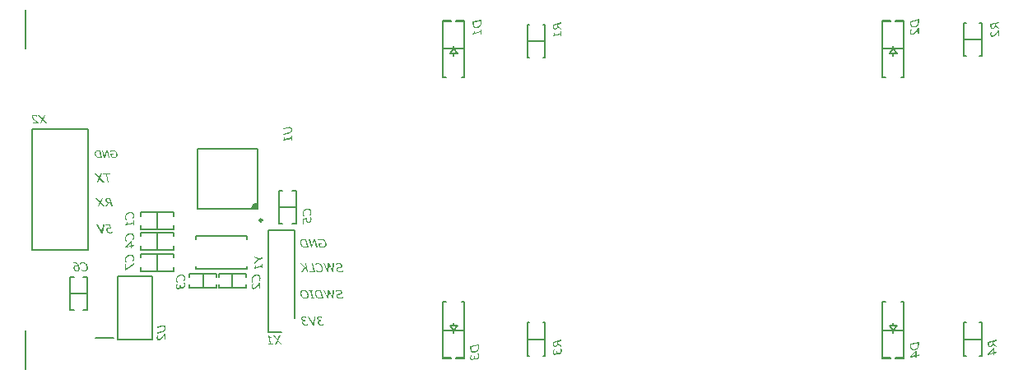
<source format=gbo>
G04*
G04 #@! TF.GenerationSoftware,Altium Limited,Altium Designer,22.9.1 (49)*
G04*
G04 Layer_Color=32896*
%FSLAX44Y44*%
%MOMM*%
G71*
G04*
G04 #@! TF.SameCoordinates,C24D6D3F-919E-424E-9718-AF6EF7372F25*
G04*
G04*
G04 #@! TF.FilePolarity,Positive*
G04*
G01*
G75*
%ADD10C,0.1500*%
%ADD11C,0.2000*%
%ADD51C,0.2500*%
G36*
X239000Y165000D02*
Y171000D01*
X236000D01*
X233000Y168000D01*
Y165000D01*
X239000D01*
D02*
G37*
G36*
X87047Y217656D02*
X86086D01*
X84488Y224588D01*
X82349Y217656D01*
X81136D01*
X79345Y225417D01*
X80307D01*
X81760Y219074D01*
X83731Y225417D01*
X85268D01*
X87047Y217656D01*
D02*
G37*
G36*
X90555Y225562D02*
X90939Y225513D01*
X91288Y225453D01*
X91444Y225417D01*
X91588Y225381D01*
X91720Y225345D01*
X91840Y225309D01*
X91936Y225273D01*
X92032Y225249D01*
X92093Y225225D01*
X92153Y225201D01*
X92177Y225189D01*
X92189D01*
X92513Y225033D01*
X92801Y224865D01*
X93066Y224685D01*
X93294Y224516D01*
X93474Y224360D01*
X93546Y224300D01*
X93606Y224240D01*
X93654Y224192D01*
X93690Y224168D01*
X93702Y224144D01*
X93715Y224132D01*
X93931Y223867D01*
X94123Y223591D01*
X94291Y223327D01*
X94423Y223075D01*
X94531Y222858D01*
X94579Y222762D01*
X94615Y222690D01*
X94640Y222618D01*
X94664Y222570D01*
X94676Y222546D01*
Y222534D01*
X94784Y222185D01*
X94868Y221837D01*
X94916Y221501D01*
X94964Y221200D01*
X94976Y221068D01*
X94988Y220936D01*
Y220828D01*
X95000Y220732D01*
Y220660D01*
Y220600D01*
Y220564D01*
Y220552D01*
X94988Y220287D01*
X94964Y220035D01*
X94916Y219795D01*
X94856Y219578D01*
X94796Y219374D01*
X94712Y219194D01*
X94628Y219026D01*
X94543Y218870D01*
X94459Y218738D01*
X94387Y218617D01*
X94303Y218521D01*
X94243Y218437D01*
X94183Y218377D01*
X94135Y218329D01*
X94111Y218305D01*
X94099Y218293D01*
X93919Y218149D01*
X93727Y218029D01*
X93534Y217920D01*
X93330Y217836D01*
X93114Y217752D01*
X92909Y217692D01*
X92513Y217596D01*
X92321Y217572D01*
X92153Y217548D01*
X91996Y217524D01*
X91864Y217512D01*
X91756Y217500D01*
X91432D01*
X91288Y217512D01*
X91143Y217524D01*
X91023Y217536D01*
X90927Y217548D01*
X90843Y217560D01*
X90795Y217572D01*
X90783D01*
X90507Y217632D01*
X90374Y217656D01*
X90266Y217680D01*
X90170Y217704D01*
X90098Y217716D01*
X90050Y217728D01*
X90038D01*
X89882Y217776D01*
X89750Y217812D01*
X89630Y217848D01*
X89534Y217885D01*
X89449Y217920D01*
X89389Y217932D01*
X89353Y217957D01*
X89341D01*
X89125Y218053D01*
X89017Y218089D01*
X88921Y218137D01*
X88837Y218173D01*
X88777Y218197D01*
X88729Y218209D01*
X88717Y218221D01*
X87948Y221561D01*
X91059D01*
X91252Y220684D01*
X89185D01*
X89630Y218689D01*
X89942Y218581D01*
X90086Y218545D01*
X90218Y218509D01*
X90326Y218473D01*
X90411Y218449D01*
X90471Y218437D01*
X90495D01*
X90843Y218389D01*
X91011Y218377D01*
X91155Y218365D01*
X91288Y218353D01*
X91480D01*
X91696Y218365D01*
X91900Y218377D01*
X92093Y218413D01*
X92273Y218449D01*
X92429Y218497D01*
X92585Y218545D01*
X92717Y218593D01*
X92837Y218653D01*
X92946Y218713D01*
X93042Y218762D01*
X93114Y218810D01*
X93174Y218858D01*
X93234Y218894D01*
X93270Y218930D01*
X93282Y218942D01*
X93294Y218954D01*
X93402Y219074D01*
X93486Y219206D01*
X93570Y219338D01*
X93642Y219482D01*
X93750Y219771D01*
X93823Y220059D01*
X93859Y220311D01*
X93871Y220419D01*
X93883Y220516D01*
X93895Y220588D01*
Y220648D01*
Y220684D01*
Y220696D01*
X93883Y220972D01*
X93859Y221236D01*
X93823Y221489D01*
X93787Y221717D01*
X93750Y221897D01*
X93727Y221981D01*
X93715Y222053D01*
X93702Y222101D01*
X93690Y222138D01*
X93678Y222162D01*
Y222174D01*
X93582Y222438D01*
X93486Y222690D01*
X93378Y222906D01*
X93270Y223099D01*
X93174Y223255D01*
X93102Y223375D01*
X93054Y223447D01*
X93030Y223459D01*
Y223471D01*
X92849Y223675D01*
X92669Y223855D01*
X92489Y224000D01*
X92321Y224132D01*
X92165Y224240D01*
X92044Y224312D01*
X91996Y224336D01*
X91960Y224360D01*
X91948Y224372D01*
X91936D01*
X91684Y224492D01*
X91432Y224576D01*
X91180Y224636D01*
X90939Y224673D01*
X90735Y224708D01*
X90651D01*
X90579Y224720D01*
X90435D01*
X90146Y224708D01*
X89882Y224685D01*
X89630Y224636D01*
X89413Y224600D01*
X89233Y224552D01*
X89161Y224528D01*
X89101Y224504D01*
X89053Y224492D01*
X89017Y224480D01*
X88993Y224468D01*
X88981D01*
X88729Y224372D01*
X88500Y224252D01*
X88284Y224120D01*
X88092Y224000D01*
X87936Y223880D01*
X87816Y223783D01*
X87780Y223747D01*
X87743Y223723D01*
X87731Y223711D01*
X87719Y223699D01*
X87623D01*
X87383Y224865D01*
X87647Y224997D01*
X87900Y225105D01*
X88140Y225201D01*
X88344Y225273D01*
X88524Y225333D01*
X88596Y225357D01*
X88657Y225369D01*
X88705Y225393D01*
X88741D01*
X88765Y225405D01*
X88777D01*
X89029Y225465D01*
X89281Y225501D01*
X89509Y225537D01*
X89714Y225550D01*
X89882Y225562D01*
X90014Y225574D01*
X90134D01*
X90555Y225562D01*
D02*
G37*
G36*
X79057Y217656D02*
X76630D01*
X76330Y217680D01*
X76054Y217692D01*
X75801Y217716D01*
X75705Y217728D01*
X75609Y217740D01*
X75525Y217752D01*
X75465D01*
X75405Y217764D01*
X75369Y217776D01*
X75333D01*
X75068Y217836D01*
X74804Y217908D01*
X74576Y217981D01*
X74360Y218065D01*
X74179Y218149D01*
X74107Y218185D01*
X74047Y218209D01*
X73999Y218233D01*
X73963Y218257D01*
X73939Y218269D01*
X73927D01*
X73531Y218521D01*
X73338Y218665D01*
X73170Y218810D01*
X73014Y218954D01*
X72870Y219098D01*
X72738Y219242D01*
X72618Y219386D01*
X72509Y219506D01*
X72413Y219639D01*
X72329Y219747D01*
X72269Y219843D01*
X72221Y219915D01*
X72173Y219975D01*
X72161Y220011D01*
X72149Y220023D01*
X72029Y220239D01*
X71933Y220455D01*
X71849Y220672D01*
X71776Y220888D01*
X71656Y221285D01*
X71620Y221477D01*
X71584Y221657D01*
X71548Y221825D01*
X71536Y221969D01*
X71524Y222113D01*
X71512Y222222D01*
X71500Y222318D01*
Y222378D01*
Y222426D01*
Y222438D01*
X71512Y222726D01*
X71548Y222990D01*
X71596Y223219D01*
X71644Y223423D01*
X71705Y223591D01*
X71753Y223711D01*
X71776Y223759D01*
X71789Y223795D01*
X71801Y223808D01*
Y223820D01*
X71921Y224036D01*
X72053Y224228D01*
X72197Y224396D01*
X72329Y224528D01*
X72449Y224648D01*
X72545Y224720D01*
X72618Y224781D01*
X72629Y224793D01*
X72642D01*
X72870Y224925D01*
X73086Y225033D01*
X73302Y225117D01*
X73507Y225189D01*
X73675Y225237D01*
X73807Y225273D01*
X73855Y225285D01*
X73891Y225297D01*
X73927D01*
X74191Y225333D01*
X74456Y225369D01*
X74720Y225393D01*
X74960Y225405D01*
X75164Y225417D01*
X77279D01*
X79057Y217656D01*
D02*
G37*
G36*
X77113Y197007D02*
X81329Y192500D01*
X79997D01*
X76655Y196106D01*
X75005Y192500D01*
X73701D01*
X75795Y196980D01*
X71607Y201459D01*
X72952D01*
X76239Y197867D01*
X77889Y201459D01*
X79179D01*
X77113Y197007D01*
D02*
G37*
G36*
X87500Y200447D02*
X84296D01*
X86127Y192500D01*
X84934D01*
X83090Y200447D01*
X79900D01*
X79664Y201459D01*
X87278D01*
X87500Y200447D01*
D02*
G37*
G36*
X78018Y172007D02*
X82234Y167500D01*
X80902D01*
X77560Y171106D01*
X75910Y167500D01*
X74606D01*
X76700Y171980D01*
X72512Y176459D01*
X73857D01*
X77144Y172867D01*
X78794Y176459D01*
X80084D01*
X78018Y172007D01*
D02*
G37*
G36*
X90000Y167500D02*
X88807D01*
X87975Y171078D01*
X86269D01*
X83926Y167500D01*
X82511D01*
X85105Y171355D01*
X84702Y171508D01*
X84342Y171674D01*
X84023Y171868D01*
X83759Y172077D01*
X83648Y172160D01*
X83537Y172243D01*
X83454Y172326D01*
X83385Y172395D01*
X83329Y172451D01*
X83288Y172493D01*
X83274Y172520D01*
X83260Y172534D01*
X83135Y172701D01*
X83024Y172867D01*
X82927Y173034D01*
X82844Y173200D01*
X82719Y173519D01*
X82636Y173824D01*
X82608Y173963D01*
X82594Y174101D01*
X82580Y174212D01*
X82566Y174309D01*
X82553Y174379D01*
Y174434D01*
Y174476D01*
Y174490D01*
X82566Y174684D01*
X82580Y174850D01*
X82608Y175003D01*
X82650Y175128D01*
X82691Y175225D01*
X82719Y175308D01*
X82733Y175350D01*
X82747Y175363D01*
X82830Y175488D01*
X82913Y175613D01*
X82997Y175710D01*
X83094Y175793D01*
X83163Y175863D01*
X83232Y175918D01*
X83274Y175946D01*
X83288Y175960D01*
X83426Y176057D01*
X83579Y176140D01*
X83731Y176209D01*
X83870Y176265D01*
X83995Y176293D01*
X84092Y176320D01*
X84148Y176348D01*
X84175D01*
X84383Y176390D01*
X84605Y176417D01*
X84827Y176431D01*
X85035Y176445D01*
X85215Y176459D01*
X87948D01*
X90000Y167500D01*
D02*
G37*
G36*
X88835Y144563D02*
X88682Y144590D01*
X88530Y144618D01*
X88391Y144632D01*
X88239Y144660D01*
X88114Y144674D01*
X88017Y144688D01*
X87961Y144701D01*
X87934D01*
X87531Y144757D01*
X87351Y144771D01*
X87199D01*
X87060Y144785D01*
X86866D01*
X86574Y144771D01*
X86436Y144757D01*
X86325Y144743D01*
X86228Y144729D01*
X86145Y144715D01*
X86103Y144701D01*
X86089D01*
X85826Y144632D01*
X85715Y144590D01*
X85618Y144563D01*
X85548Y144521D01*
X85493Y144493D01*
X85451Y144480D01*
X85437Y144466D01*
X85257Y144327D01*
X85132Y144188D01*
X85077Y144119D01*
X85049Y144063D01*
X85021Y144036D01*
Y144022D01*
X84966Y143911D01*
X84924Y143800D01*
X84869Y143578D01*
Y143495D01*
X84855Y143412D01*
Y143356D01*
Y143342D01*
X84869Y143148D01*
X84883Y142968D01*
X84966Y142635D01*
X85077Y142344D01*
X85202Y142094D01*
X85326Y141900D01*
X85437Y141761D01*
X85479Y141706D01*
X85520Y141664D01*
X85534Y141650D01*
X85548Y141636D01*
X85687Y141525D01*
X85826Y141428D01*
X86131Y141262D01*
X86422Y141151D01*
X86713Y141082D01*
X86977Y141026D01*
X87088Y141012D01*
X87185D01*
X87254Y140998D01*
X87365D01*
X87615Y141012D01*
X87850Y141040D01*
X88086Y141068D01*
X88280Y141110D01*
X88447Y141151D01*
X88572Y141193D01*
X88655Y141207D01*
X88669Y141220D01*
X88682D01*
X88904Y141318D01*
X89099Y141401D01*
X89279Y141498D01*
X89417Y141567D01*
X89529Y141636D01*
X89612Y141692D01*
X89667Y141734D01*
X89681Y141747D01*
X89764D01*
X90000Y140569D01*
X89834Y140499D01*
X89653Y140416D01*
X89473Y140361D01*
X89307Y140291D01*
X89154Y140250D01*
X89043Y140208D01*
X88960Y140194D01*
X88946Y140180D01*
X88932D01*
X88682Y140125D01*
X88447Y140083D01*
X88211Y140042D01*
X87989Y140028D01*
X87809Y140014D01*
X87670Y140000D01*
X87545D01*
X87199Y140014D01*
X86880Y140042D01*
X86602Y140083D01*
X86367Y140139D01*
X86159Y140194D01*
X86020Y140236D01*
X85964Y140250D01*
X85923Y140264D01*
X85909Y140277D01*
X85895D01*
X85632Y140388D01*
X85396Y140513D01*
X85188Y140652D01*
X85007Y140777D01*
X84855Y140888D01*
X84744Y140971D01*
X84675Y141026D01*
X84647Y141054D01*
X84466Y141248D01*
X84300Y141442D01*
X84175Y141623D01*
X84064Y141803D01*
X83967Y141955D01*
X83912Y142080D01*
X83870Y142163D01*
X83856Y142177D01*
Y142191D01*
X83759Y142441D01*
X83690Y142677D01*
X83648Y142912D01*
X83607Y143120D01*
X83593Y143301D01*
X83579Y143439D01*
Y143495D01*
Y143536D01*
Y143550D01*
Y143564D01*
X83593Y143744D01*
X83607Y143925D01*
X83704Y144230D01*
X83815Y144507D01*
X83953Y144729D01*
X84106Y144909D01*
X84217Y145034D01*
X84314Y145117D01*
X84328Y145145D01*
X84342D01*
X84494Y145256D01*
X84647Y145339D01*
X84993Y145492D01*
X85354Y145603D01*
X85687Y145672D01*
X85853Y145686D01*
X85992Y145714D01*
X86131Y145728D01*
X86242D01*
X86339Y145742D01*
X86630D01*
X86783Y145728D01*
X86852D01*
X86894Y145714D01*
X86935D01*
X87115Y145700D01*
X87268Y145686D01*
X87323Y145672D01*
X87379D01*
X87407Y145658D01*
X87421D01*
X86852Y148141D01*
X82636D01*
X82400Y149139D01*
X87781D01*
X88835Y144563D01*
D02*
G37*
G36*
X80167Y140180D02*
X78586D01*
X73247Y149139D01*
X74509D01*
X79141Y141262D01*
X80126Y149139D01*
X81360D01*
X80167Y140180D01*
D02*
G37*
G36*
X303104Y54306D02*
X303353Y54292D01*
X303589Y54264D01*
X303811Y54236D01*
X303991Y54195D01*
X304144Y54167D01*
X304199Y54153D01*
X304241D01*
X304255Y54139D01*
X304269D01*
X304532Y54070D01*
X304768Y54001D01*
X304976Y53931D01*
X305156Y53876D01*
X305295Y53820D01*
X305406Y53793D01*
X305461Y53765D01*
X305489Y53751D01*
X305739Y52544D01*
X305683D01*
X305475Y52655D01*
X305253Y52766D01*
X305045Y52849D01*
X304851Y52933D01*
X304685Y53002D01*
X304560Y53044D01*
X304504Y53058D01*
X304463Y53071D01*
X304449Y53085D01*
X304435D01*
X304172Y53169D01*
X303922Y53224D01*
X303686Y53266D01*
X303492Y53293D01*
X303326Y53307D01*
X303201Y53321D01*
X303090D01*
X302826Y53307D01*
X302591Y53279D01*
X302396Y53224D01*
X302230Y53182D01*
X302105Y53127D01*
X302008Y53071D01*
X301953Y53044D01*
X301939Y53030D01*
X301814Y52919D01*
X301717Y52794D01*
X301647Y52655D01*
X301592Y52531D01*
X301564Y52420D01*
X301551Y52323D01*
Y52267D01*
Y52239D01*
Y52101D01*
X301578Y51962D01*
X301647Y51712D01*
X301758Y51490D01*
X301869Y51310D01*
X301994Y51171D01*
X302105Y51061D01*
X302174Y51005D01*
X302188Y50977D01*
X302202D01*
X302466Y50825D01*
X302743Y50714D01*
X303020Y50631D01*
X303284Y50575D01*
X303506Y50547D01*
X303617Y50533D01*
X303700D01*
X303769Y50520D01*
X304449D01*
X304671Y49563D01*
X304102D01*
X303769Y49549D01*
X303492Y49507D01*
X303256Y49466D01*
X303062Y49410D01*
X302923Y49341D01*
X302812Y49299D01*
X302743Y49258D01*
X302729Y49244D01*
X302577Y49119D01*
X302466Y48966D01*
X302396Y48814D01*
X302341Y48661D01*
X302313Y48523D01*
X302285Y48412D01*
Y48328D01*
Y48315D01*
Y48301D01*
X302299Y48106D01*
X302313Y47940D01*
X302396Y47607D01*
X302507Y47330D01*
X302632Y47080D01*
X302757Y46886D01*
X302868Y46747D01*
X302910Y46706D01*
X302951Y46664D01*
X302965Y46650D01*
X302979Y46637D01*
X303118Y46526D01*
X303256Y46428D01*
X303547Y46262D01*
X303853Y46151D01*
X304130Y46082D01*
X304380Y46026D01*
X304491Y46012D01*
X304588D01*
X304657Y45999D01*
X304768D01*
X305018Y46012D01*
X305267Y46040D01*
X305489Y46068D01*
X305697Y46109D01*
X305863Y46151D01*
X305988Y46193D01*
X306071Y46207D01*
X306085Y46220D01*
X306099D01*
X306321Y46318D01*
X306529Y46401D01*
X306696Y46498D01*
X306848Y46581D01*
X306973Y46664D01*
X307070Y46720D01*
X307125Y46761D01*
X307139Y46775D01*
X307223D01*
X307500Y45610D01*
X307320Y45527D01*
X307125Y45444D01*
X306945Y45361D01*
X306765Y45305D01*
X306598Y45250D01*
X306474Y45208D01*
X306390Y45194D01*
X306377Y45180D01*
X306363D01*
X306099Y45125D01*
X305850Y45083D01*
X305614Y45042D01*
X305392Y45028D01*
X305212Y45014D01*
X305073Y45000D01*
X304948D01*
X304615Y45014D01*
X304310Y45042D01*
X304047Y45083D01*
X303811Y45125D01*
X303617Y45166D01*
X303478Y45208D01*
X303423Y45222D01*
X303381Y45236D01*
X303367Y45250D01*
X303353D01*
X303104Y45347D01*
X302868Y45472D01*
X302660Y45582D01*
X302480Y45707D01*
X302327Y45804D01*
X302216Y45888D01*
X302147Y45957D01*
X302119Y45971D01*
X301939Y46137D01*
X301786Y46318D01*
X301647Y46484D01*
X301537Y46650D01*
X301453Y46789D01*
X301398Y46914D01*
X301356Y46983D01*
X301342Y47011D01*
X301245Y47247D01*
X301176Y47469D01*
X301120Y47677D01*
X301093Y47871D01*
X301065Y48037D01*
X301051Y48162D01*
Y48245D01*
Y48259D01*
Y48273D01*
Y48425D01*
X301079Y48564D01*
X301107Y48689D01*
X301134Y48800D01*
X301162Y48883D01*
X301190Y48952D01*
X301204Y48994D01*
X301218Y49008D01*
X301342Y49230D01*
X301398Y49313D01*
X301467Y49396D01*
X301509Y49452D01*
X301551Y49493D01*
X301578Y49521D01*
X301592Y49535D01*
X301758Y49674D01*
X301925Y49771D01*
X301994Y49798D01*
X302050Y49826D01*
X302091Y49854D01*
X302105D01*
X302299Y49937D01*
X302466Y49993D01*
X302535Y50020D01*
X302577D01*
X302604Y50034D01*
X302618D01*
Y50104D01*
X302258Y50187D01*
X301939Y50312D01*
X301647Y50450D01*
X301412Y50603D01*
X301218Y50742D01*
X301079Y50852D01*
X301024Y50894D01*
X300982Y50936D01*
X300968Y50950D01*
X300954Y50963D01*
X300843Y51102D01*
X300732Y51227D01*
X300566Y51504D01*
X300455Y51768D01*
X300372Y52017D01*
X300316Y52225D01*
X300302Y52323D01*
Y52392D01*
X300288Y52461D01*
Y52503D01*
Y52531D01*
Y52544D01*
X300302Y52697D01*
X300316Y52836D01*
X300399Y53085D01*
X300510Y53307D01*
X300635Y53501D01*
X300760Y53640D01*
X300871Y53751D01*
X300954Y53806D01*
X300968Y53834D01*
X300982D01*
X301259Y54001D01*
X301564Y54112D01*
X301869Y54195D01*
X302174Y54264D01*
X302438Y54292D01*
X302563Y54306D01*
X302660D01*
X302743Y54320D01*
X302854D01*
X303104Y54306D01*
D02*
G37*
G36*
X286850D02*
X287100Y54292D01*
X287335Y54264D01*
X287557Y54236D01*
X287738Y54195D01*
X287890Y54167D01*
X287946Y54153D01*
X287987D01*
X288001Y54139D01*
X288015D01*
X288278Y54070D01*
X288514Y54001D01*
X288722Y53931D01*
X288902Y53876D01*
X289041Y53820D01*
X289152Y53793D01*
X289208Y53765D01*
X289235Y53751D01*
X289485Y52544D01*
X289429D01*
X289221Y52655D01*
X289000Y52766D01*
X288792Y52849D01*
X288597Y52933D01*
X288431Y53002D01*
X288306Y53044D01*
X288251Y53058D01*
X288209Y53071D01*
X288195Y53085D01*
X288181D01*
X287918Y53169D01*
X287668Y53224D01*
X287432Y53266D01*
X287238Y53293D01*
X287072Y53307D01*
X286947Y53321D01*
X286836D01*
X286573Y53307D01*
X286337Y53279D01*
X286143Y53224D01*
X285976Y53182D01*
X285851Y53127D01*
X285754Y53071D01*
X285699Y53044D01*
X285685Y53030D01*
X285560Y52919D01*
X285463Y52794D01*
X285394Y52655D01*
X285338Y52531D01*
X285311Y52420D01*
X285297Y52323D01*
Y52267D01*
Y52239D01*
Y52101D01*
X285324Y51962D01*
X285394Y51712D01*
X285505Y51490D01*
X285616Y51310D01*
X285741Y51171D01*
X285851Y51061D01*
X285921Y51005D01*
X285935Y50977D01*
X285949D01*
X286212Y50825D01*
X286489Y50714D01*
X286767Y50631D01*
X287030Y50575D01*
X287252Y50547D01*
X287363Y50533D01*
X287446D01*
X287516Y50520D01*
X288195D01*
X288417Y49563D01*
X287848D01*
X287516Y49549D01*
X287238Y49507D01*
X287003Y49466D01*
X286808Y49410D01*
X286670Y49341D01*
X286559Y49299D01*
X286489Y49258D01*
X286476Y49244D01*
X286323Y49119D01*
X286212Y48966D01*
X286143Y48814D01*
X286087Y48661D01*
X286059Y48523D01*
X286032Y48412D01*
Y48328D01*
Y48315D01*
Y48301D01*
X286046Y48106D01*
X286059Y47940D01*
X286143Y47607D01*
X286254Y47330D01*
X286378Y47080D01*
X286503Y46886D01*
X286614Y46747D01*
X286656Y46706D01*
X286697Y46664D01*
X286711Y46650D01*
X286725Y46637D01*
X286864Y46526D01*
X287003Y46428D01*
X287294Y46262D01*
X287599Y46151D01*
X287876Y46082D01*
X288126Y46026D01*
X288237Y46012D01*
X288334D01*
X288403Y45999D01*
X288514D01*
X288764Y46012D01*
X289013Y46040D01*
X289235Y46068D01*
X289443Y46109D01*
X289610Y46151D01*
X289735Y46193D01*
X289818Y46207D01*
X289832Y46220D01*
X289846D01*
X290067Y46318D01*
X290275Y46401D01*
X290442Y46498D01*
X290594Y46581D01*
X290719Y46664D01*
X290816Y46720D01*
X290872Y46761D01*
X290886Y46775D01*
X290969D01*
X291246Y45610D01*
X291066Y45527D01*
X290872Y45444D01*
X290692Y45361D01*
X290511Y45305D01*
X290345Y45250D01*
X290220Y45208D01*
X290137Y45194D01*
X290123Y45180D01*
X290109D01*
X289846Y45125D01*
X289596Y45083D01*
X289360Y45042D01*
X289138Y45028D01*
X288958Y45014D01*
X288819Y45000D01*
X288694D01*
X288362Y45014D01*
X288057Y45042D01*
X287793Y45083D01*
X287557Y45125D01*
X287363Y45166D01*
X287224Y45208D01*
X287169Y45222D01*
X287127Y45236D01*
X287113Y45250D01*
X287100D01*
X286850Y45347D01*
X286614Y45472D01*
X286406Y45582D01*
X286226Y45707D01*
X286073Y45804D01*
X285962Y45888D01*
X285893Y45957D01*
X285865Y45971D01*
X285685Y46137D01*
X285532Y46318D01*
X285394Y46484D01*
X285283Y46650D01*
X285200Y46789D01*
X285144Y46914D01*
X285103Y46983D01*
X285089Y47011D01*
X284992Y47247D01*
X284922Y47469D01*
X284867Y47677D01*
X284839Y47871D01*
X284811Y48037D01*
X284797Y48162D01*
Y48245D01*
Y48259D01*
Y48273D01*
Y48425D01*
X284825Y48564D01*
X284853Y48689D01*
X284881Y48800D01*
X284908Y48883D01*
X284936Y48952D01*
X284950Y48994D01*
X284964Y49008D01*
X285089Y49230D01*
X285144Y49313D01*
X285214Y49396D01*
X285255Y49452D01*
X285297Y49493D01*
X285324Y49521D01*
X285338Y49535D01*
X285505Y49674D01*
X285671Y49771D01*
X285741Y49798D01*
X285796Y49826D01*
X285838Y49854D01*
X285851D01*
X286046Y49937D01*
X286212Y49993D01*
X286281Y50020D01*
X286323D01*
X286351Y50034D01*
X286365D01*
Y50104D01*
X286004Y50187D01*
X285685Y50312D01*
X285394Y50450D01*
X285158Y50603D01*
X284964Y50742D01*
X284825Y50852D01*
X284770Y50894D01*
X284728Y50936D01*
X284714Y50950D01*
X284700Y50963D01*
X284589Y51102D01*
X284478Y51227D01*
X284312Y51504D01*
X284201Y51768D01*
X284118Y52017D01*
X284062Y52225D01*
X284049Y52323D01*
Y52392D01*
X284035Y52461D01*
Y52503D01*
Y52531D01*
Y52544D01*
X284049Y52697D01*
X284062Y52836D01*
X284146Y53085D01*
X284257Y53307D01*
X284381Y53501D01*
X284506Y53640D01*
X284617Y53751D01*
X284700Y53806D01*
X284714Y53834D01*
X284728D01*
X285005Y54001D01*
X285311Y54112D01*
X285616Y54195D01*
X285921Y54264D01*
X286184Y54292D01*
X286309Y54306D01*
X286406D01*
X286489Y54320D01*
X286600D01*
X286850Y54306D01*
D02*
G37*
G36*
X297473Y45180D02*
X295892D01*
X290553Y54139D01*
X291815D01*
X296447Y46262D01*
X297432Y54139D01*
X298666D01*
X297473Y45180D01*
D02*
G37*
G36*
X317279Y72680D02*
X315975D01*
X312467Y80086D01*
X312203Y72680D01*
X310830D01*
X306517Y81639D01*
X307696D01*
X311232Y74109D01*
X311468Y81639D01*
X312689D01*
X316225Y74192D01*
X316447Y81639D01*
X317640D01*
X317279Y72680D01*
D02*
G37*
G36*
X306753D02*
X303951D01*
X303605Y72708D01*
X303286Y72722D01*
X302994Y72750D01*
X302884Y72764D01*
X302773Y72777D01*
X302676Y72791D01*
X302606D01*
X302537Y72805D01*
X302495Y72819D01*
X302454D01*
X302149Y72888D01*
X301843Y72972D01*
X301580Y73055D01*
X301330Y73152D01*
X301122Y73249D01*
X301039Y73291D01*
X300970Y73318D01*
X300914Y73346D01*
X300873Y73374D01*
X300845Y73388D01*
X300831D01*
X300373Y73679D01*
X300152Y73845D01*
X299957Y74012D01*
X299777Y74178D01*
X299611Y74345D01*
X299458Y74511D01*
X299319Y74677D01*
X299195Y74816D01*
X299084Y74969D01*
X298987Y75093D01*
X298917Y75204D01*
X298862Y75288D01*
X298806Y75357D01*
X298792Y75399D01*
X298778Y75412D01*
X298640Y75662D01*
X298529Y75912D01*
X298432Y76161D01*
X298349Y76411D01*
X298210Y76869D01*
X298168Y77090D01*
X298127Y77298D01*
X298085Y77493D01*
X298071Y77659D01*
X298057Y77825D01*
X298043Y77950D01*
X298030Y78061D01*
Y78131D01*
Y78186D01*
Y78200D01*
X298043Y78533D01*
X298085Y78838D01*
X298141Y79101D01*
X298196Y79337D01*
X298265Y79531D01*
X298321Y79670D01*
X298349Y79725D01*
X298363Y79767D01*
X298376Y79781D01*
Y79795D01*
X298515Y80044D01*
X298668Y80266D01*
X298834Y80461D01*
X298987Y80613D01*
X299125Y80752D01*
X299236Y80835D01*
X299319Y80904D01*
X299333Y80918D01*
X299347D01*
X299611Y81071D01*
X299860Y81195D01*
X300110Y81293D01*
X300346Y81376D01*
X300540Y81431D01*
X300692Y81473D01*
X300748Y81487D01*
X300790Y81501D01*
X300831D01*
X301136Y81542D01*
X301441Y81584D01*
X301746Y81611D01*
X302024Y81625D01*
X302260Y81639D01*
X304700D01*
X306753Y72680D01*
D02*
G37*
G36*
X295838Y80766D02*
X294660D01*
X296324Y73554D01*
X297503D01*
X297697Y72680D01*
X294146D01*
X293952Y73554D01*
X295131D01*
X293453Y80766D01*
X292288D01*
X292080Y81639D01*
X295630D01*
X295838Y80766D01*
D02*
G37*
G36*
X322771Y81806D02*
X323062Y81778D01*
X323353Y81736D01*
X323617Y81681D01*
X323867Y81625D01*
X324088Y81542D01*
X324310Y81473D01*
X324491Y81390D01*
X324671Y81306D01*
X324823Y81237D01*
X324948Y81154D01*
X325059Y81098D01*
X325142Y81043D01*
X325198Y81001D01*
X325239Y80974D01*
X325253Y80960D01*
X325448Y80793D01*
X325614Y80627D01*
X325753Y80447D01*
X325877Y80266D01*
X325988Y80086D01*
X326072Y79906D01*
X326141Y79739D01*
X326196Y79573D01*
X326238Y79420D01*
X326280Y79268D01*
X326307Y79143D01*
X326321Y79032D01*
Y78949D01*
X326335Y78879D01*
Y78838D01*
Y78824D01*
X326307Y78547D01*
X326252Y78297D01*
X326169Y78089D01*
X326072Y77895D01*
X325988Y77756D01*
X325905Y77645D01*
X325850Y77576D01*
X325822Y77548D01*
X325614Y77368D01*
X325378Y77215D01*
X325129Y77090D01*
X324907Y76993D01*
X324685Y76924D01*
X324602Y76896D01*
X324518Y76869D01*
X324449Y76855D01*
X324407Y76841D01*
X324380Y76827D01*
X324366D01*
X323991Y76744D01*
X323825Y76702D01*
X323658Y76674D01*
X323534Y76647D01*
X323423Y76619D01*
X323367Y76605D01*
X323340D01*
X323145Y76563D01*
X322965Y76536D01*
X322812Y76494D01*
X322674Y76466D01*
X322563Y76439D01*
X322480Y76411D01*
X322424Y76397D01*
X322410D01*
X322244Y76342D01*
X322091Y76286D01*
X321980Y76217D01*
X321869Y76147D01*
X321786Y76092D01*
X321731Y76036D01*
X321703Y76009D01*
X321689Y75995D01*
X321606Y75884D01*
X321550Y75773D01*
X321495Y75648D01*
X321467Y75551D01*
X321453Y75454D01*
X321440Y75371D01*
Y75315D01*
Y75301D01*
X321453Y75163D01*
X321467Y75024D01*
X321550Y74761D01*
X321661Y74539D01*
X321786Y74358D01*
X321911Y74206D01*
X322022Y74095D01*
X322105Y74026D01*
X322119Y73998D01*
X322133D01*
X322272Y73915D01*
X322410Y73831D01*
X322729Y73707D01*
X323048Y73623D01*
X323367Y73568D01*
X323645Y73526D01*
X323769Y73512D01*
X323880D01*
X323964Y73499D01*
X324088D01*
X324380Y73512D01*
X324671Y73540D01*
X324948Y73582D01*
X325198Y73637D01*
X325420Y73693D01*
X325503Y73707D01*
X325586Y73734D01*
X325642Y73748D01*
X325683Y73762D01*
X325711Y73776D01*
X325725D01*
X326030Y73901D01*
X326293Y74026D01*
X326543Y74178D01*
X326737Y74303D01*
X326917Y74428D01*
X327029Y74525D01*
X327112Y74594D01*
X327139Y74622D01*
X327223D01*
X327500Y73249D01*
X327223Y73124D01*
X326945Y72999D01*
X326682Y72916D01*
X326446Y72833D01*
X326252Y72777D01*
X326099Y72722D01*
X326044Y72708D01*
X326002D01*
X325975Y72694D01*
X325961D01*
X325656Y72639D01*
X325364Y72597D01*
X325087Y72555D01*
X324837Y72542D01*
X324615Y72528D01*
X324518Y72514D01*
X324296D01*
X323936Y72528D01*
X323589Y72555D01*
X323298Y72597D01*
X323048Y72639D01*
X322840Y72680D01*
X322743Y72708D01*
X322674Y72722D01*
X322618Y72736D01*
X322577Y72750D01*
X322563Y72764D01*
X322549D01*
X322272Y72861D01*
X322022Y72972D01*
X321800Y73096D01*
X321620Y73207D01*
X321453Y73304D01*
X321342Y73388D01*
X321273Y73443D01*
X321245Y73457D01*
X321065Y73623D01*
X320899Y73790D01*
X320760Y73956D01*
X320649Y74109D01*
X320566Y74247D01*
X320496Y74358D01*
X320455Y74428D01*
X320441Y74455D01*
X320344Y74677D01*
X320275Y74885D01*
X320219Y75093D01*
X320191Y75274D01*
X320164Y75412D01*
X320150Y75537D01*
Y75606D01*
Y75634D01*
X320164Y75884D01*
X320219Y76120D01*
X320288Y76314D01*
X320372Y76480D01*
X320455Y76619D01*
X320524Y76716D01*
X320580Y76785D01*
X320593Y76799D01*
X320774Y76966D01*
X320982Y77104D01*
X321204Y77229D01*
X321412Y77326D01*
X321606Y77409D01*
X321758Y77465D01*
X321814Y77479D01*
X321856Y77493D01*
X321883Y77506D01*
X321897D01*
X322064Y77548D01*
X322244Y77590D01*
X322424Y77631D01*
X322591Y77673D01*
X322743Y77701D01*
X322854Y77728D01*
X322937Y77742D01*
X322965D01*
X323187Y77798D01*
X323395Y77839D01*
X323575Y77867D01*
X323714Y77909D01*
X323839Y77936D01*
X323922Y77950D01*
X323977Y77964D01*
X323991D01*
X324199Y78033D01*
X324380Y78103D01*
X324532Y78172D01*
X324643Y78255D01*
X324726Y78311D01*
X324796Y78366D01*
X324823Y78408D01*
X324837Y78422D01*
X324907Y78547D01*
X324962Y78658D01*
X325004Y78782D01*
X325031Y78893D01*
X325045Y78990D01*
X325059Y79060D01*
Y79115D01*
Y79129D01*
X325045Y79268D01*
X325031Y79393D01*
X324962Y79628D01*
X324851Y79836D01*
X324726Y80017D01*
X324615Y80155D01*
X324504Y80266D01*
X324435Y80322D01*
X324407Y80350D01*
X324144Y80516D01*
X323853Y80627D01*
X323561Y80710D01*
X323284Y80779D01*
X323034Y80807D01*
X322937Y80821D01*
X322840D01*
X322771Y80835D01*
X322660D01*
X322341Y80821D01*
X322036Y80793D01*
X321745Y80738D01*
X321495Y80696D01*
X321287Y80641D01*
X321204Y80613D01*
X321134Y80585D01*
X321079Y80571D01*
X321037Y80557D01*
X321010Y80544D01*
X320996D01*
X320718Y80433D01*
X320469Y80322D01*
X320261Y80211D01*
X320094Y80114D01*
X319956Y80017D01*
X319858Y79947D01*
X319789Y79892D01*
X319775Y79878D01*
X319692D01*
X319415Y81154D01*
X319637Y81251D01*
X319858Y81334D01*
X320080Y81417D01*
X320288Y81487D01*
X320469Y81542D01*
X320621Y81584D01*
X320677Y81598D01*
X320704D01*
X320732Y81611D01*
X320746D01*
X321037Y81681D01*
X321329Y81736D01*
X321620Y81764D01*
X321883Y81792D01*
X322119Y81806D01*
X322216Y81820D01*
X322452D01*
X322771Y81806D01*
D02*
G37*
G36*
X286990D02*
X287393Y81750D01*
X287753Y81667D01*
X288072Y81584D01*
X288211Y81528D01*
X288336Y81487D01*
X288447Y81445D01*
X288544Y81417D01*
X288613Y81376D01*
X288668Y81362D01*
X288696Y81334D01*
X288710D01*
X289057Y81140D01*
X289376Y80932D01*
X289653Y80710D01*
X289889Y80502D01*
X290083Y80322D01*
X290222Y80183D01*
X290277Y80128D01*
X290319Y80086D01*
X290333Y80058D01*
X290347Y80044D01*
X290582Y79725D01*
X290790Y79393D01*
X290971Y79074D01*
X291123Y78769D01*
X291234Y78519D01*
X291276Y78408D01*
X291317Y78311D01*
X291345Y78242D01*
X291373Y78172D01*
X291387Y78144D01*
Y78131D01*
X291511Y77728D01*
X291595Y77326D01*
X291664Y76952D01*
X291706Y76605D01*
X291719Y76439D01*
X291733Y76300D01*
Y76175D01*
X291747Y76064D01*
Y75981D01*
Y75912D01*
Y75870D01*
Y75856D01*
X291733Y75565D01*
X291706Y75288D01*
X291664Y75024D01*
X291609Y74788D01*
X291539Y74566D01*
X291456Y74358D01*
X291387Y74178D01*
X291290Y74012D01*
X291206Y73859D01*
X291137Y73734D01*
X291054Y73623D01*
X290984Y73540D01*
X290929Y73471D01*
X290887Y73415D01*
X290860Y73388D01*
X290846Y73374D01*
X290665Y73221D01*
X290485Y73082D01*
X290277Y72972D01*
X290069Y72874D01*
X289861Y72791D01*
X289653Y72708D01*
X289265Y72611D01*
X289071Y72569D01*
X288904Y72542D01*
X288752Y72528D01*
X288613Y72514D01*
X288502Y72500D01*
X288349D01*
X287906Y72514D01*
X287490Y72569D01*
X287129Y72653D01*
X286963Y72694D01*
X286796Y72736D01*
X286658Y72777D01*
X286533Y72819D01*
X286436Y72861D01*
X286339Y72902D01*
X286269Y72930D01*
X286214Y72958D01*
X286186Y72972D01*
X286172D01*
X285826Y73166D01*
X285506Y73388D01*
X285229Y73609D01*
X284979Y73818D01*
X284785Y74012D01*
X284647Y74164D01*
X284591Y74220D01*
X284550Y74261D01*
X284536Y74289D01*
X284522Y74303D01*
X284286Y74622D01*
X284078Y74955D01*
X283898Y75274D01*
X283759Y75579D01*
X283634Y75828D01*
X283593Y75939D01*
X283565Y76036D01*
X283537Y76106D01*
X283509Y76175D01*
X283496Y76203D01*
Y76217D01*
X283371Y76619D01*
X283288Y77021D01*
X283218Y77409D01*
X283177Y77742D01*
X283163Y77895D01*
X283149Y78033D01*
Y78158D01*
X283135Y78269D01*
Y78352D01*
Y78408D01*
Y78450D01*
Y78463D01*
X283149Y78755D01*
X283177Y79032D01*
X283218Y79296D01*
X283274Y79531D01*
X283343Y79753D01*
X283426Y79961D01*
X283509Y80141D01*
X283593Y80308D01*
X283676Y80461D01*
X283759Y80585D01*
X283842Y80696D01*
X283912Y80779D01*
X283967Y80849D01*
X284009Y80904D01*
X284036Y80932D01*
X284050Y80946D01*
X284231Y81098D01*
X284425Y81237D01*
X284619Y81348D01*
X284827Y81445D01*
X285035Y81542D01*
X285243Y81611D01*
X285645Y81709D01*
X285839Y81750D01*
X286006Y81778D01*
X286158Y81792D01*
X286297Y81806D01*
X286408Y81820D01*
X286560D01*
X286990Y81806D01*
D02*
G37*
G36*
X291248Y100166D02*
X290055D01*
X289390Y103120D01*
X288155Y104147D01*
X285396Y100166D01*
X283967D01*
X287198Y104826D01*
X282275Y109125D01*
X283801D01*
X289071Y104466D01*
X287989Y109125D01*
X289195D01*
X291248Y100166D01*
D02*
G37*
G36*
X317279D02*
X315975D01*
X312467Y107572D01*
X312203Y100166D01*
X310830D01*
X306517Y109125D01*
X307696D01*
X311232Y101595D01*
X311468Y109125D01*
X312689D01*
X316225Y101678D01*
X316447Y109125D01*
X317640D01*
X317279Y100166D01*
D02*
G37*
G36*
X301441Y109292D02*
X301857Y109236D01*
X302246Y109153D01*
X302426Y109111D01*
X302579Y109070D01*
X302731Y109028D01*
X302856Y108987D01*
X302967Y108945D01*
X303064Y108904D01*
X303147Y108876D01*
X303203Y108848D01*
X303230Y108834D01*
X303244D01*
X303605Y108654D01*
X303924Y108446D01*
X304215Y108238D01*
X304465Y108044D01*
X304659Y107863D01*
X304742Y107780D01*
X304811Y107711D01*
X304867Y107669D01*
X304908Y107628D01*
X304922Y107600D01*
X304936Y107586D01*
X305186Y107267D01*
X305408Y106948D01*
X305588Y106629D01*
X305741Y106324D01*
X305865Y106074D01*
X305907Y105963D01*
X305949Y105866D01*
X305976Y105797D01*
X306004Y105728D01*
X306018Y105700D01*
Y105686D01*
X306143Y105284D01*
X306226Y104882D01*
X306295Y104493D01*
X306337Y104133D01*
X306351Y103980D01*
X306365Y103828D01*
Y103703D01*
X306378Y103592D01*
Y103509D01*
Y103439D01*
Y103398D01*
Y103384D01*
X306365Y103093D01*
X306337Y102815D01*
X306295Y102552D01*
X306226Y102302D01*
X306157Y102080D01*
X306073Y101872D01*
X305990Y101692D01*
X305893Y101525D01*
X305810Y101373D01*
X305727Y101234D01*
X305643Y101123D01*
X305574Y101040D01*
X305505Y100971D01*
X305463Y100915D01*
X305435Y100888D01*
X305422Y100874D01*
X305227Y100721D01*
X305033Y100583D01*
X304811Y100471D01*
X304589Y100374D01*
X304368Y100291D01*
X304146Y100208D01*
X303716Y100111D01*
X303521Y100069D01*
X303341Y100042D01*
X303175Y100028D01*
X303022Y100014D01*
X302911Y100000D01*
X302745D01*
X302398Y100014D01*
X302079Y100042D01*
X301788Y100083D01*
X301525Y100125D01*
X301303Y100166D01*
X301219Y100194D01*
X301136Y100208D01*
X301081Y100222D01*
X301039Y100236D01*
X301011Y100250D01*
X300998D01*
X300692Y100347D01*
X300415Y100444D01*
X300165Y100541D01*
X299957Y100638D01*
X299777Y100707D01*
X299652Y100777D01*
X299569Y100818D01*
X299541Y100832D01*
X299250Y102219D01*
X299347D01*
X299527Y102080D01*
X299694Y101955D01*
X299777Y101900D01*
X299832Y101872D01*
X299874Y101845D01*
X299888Y101831D01*
X300124Y101678D01*
X300235Y101623D01*
X300346Y101553D01*
X300443Y101512D01*
X300512Y101470D01*
X300568Y101456D01*
X300581Y101442D01*
X300900Y101304D01*
X301067Y101248D01*
X301206Y101193D01*
X301330Y101165D01*
X301441Y101137D01*
X301497Y101110D01*
X301525D01*
X301913Y101040D01*
X302093Y101012D01*
X302260Y100998D01*
X302398D01*
X302509Y100985D01*
X302606D01*
X302828Y100998D01*
X303036Y101012D01*
X303230Y101054D01*
X303411Y101096D01*
X303577Y101137D01*
X303730Y101207D01*
X303868Y101262D01*
X303993Y101331D01*
X304104Y101387D01*
X304201Y101456D01*
X304284Y101512D01*
X304340Y101553D01*
X304395Y101609D01*
X304437Y101636D01*
X304451Y101650D01*
X304465Y101664D01*
X304576Y101803D01*
X304673Y101942D01*
X304839Y102261D01*
X304950Y102579D01*
X305019Y102899D01*
X305075Y103176D01*
X305089Y103301D01*
Y103398D01*
X305103Y103481D01*
Y103550D01*
Y103592D01*
Y103606D01*
X305089Y103980D01*
X305061Y104327D01*
X305019Y104632D01*
X304964Y104923D01*
X304936Y105034D01*
X304908Y105145D01*
X304895Y105242D01*
X304867Y105325D01*
X304853Y105395D01*
X304839Y105436D01*
X304825Y105464D01*
Y105478D01*
X304700Y105797D01*
X304576Y106088D01*
X304437Y106338D01*
X304312Y106560D01*
X304201Y106740D01*
X304104Y106865D01*
X304049Y106948D01*
X304021Y106976D01*
X303827Y107198D01*
X303619Y107406D01*
X303411Y107572D01*
X303230Y107711D01*
X303064Y107822D01*
X302925Y107891D01*
X302842Y107947D01*
X302828Y107961D01*
X302814D01*
X302551Y108085D01*
X302273Y108168D01*
X302010Y108238D01*
X301774Y108279D01*
X301566Y108307D01*
X301483D01*
X301400Y108321D01*
X301053D01*
X300873Y108307D01*
X300692Y108279D01*
X300540Y108266D01*
X300429Y108238D01*
X300332Y108210D01*
X300263Y108196D01*
X300249D01*
X300082Y108155D01*
X299930Y108099D01*
X299791Y108057D01*
X299680Y108016D01*
X299583Y107974D01*
X299514Y107933D01*
X299472Y107919D01*
X299458Y107905D01*
X299319Y107836D01*
X299195Y107752D01*
X299097Y107697D01*
X299014Y107641D01*
X298945Y107600D01*
X298903Y107558D01*
X298876Y107544D01*
X298862Y107530D01*
X298709Y107406D01*
X298584Y107295D01*
X298529Y107239D01*
X298487Y107198D01*
X298473Y107184D01*
X298460Y107170D01*
X298363D01*
X298085Y108515D01*
X298363Y108654D01*
X298612Y108779D01*
X298862Y108876D01*
X299070Y108959D01*
X299250Y109028D01*
X299389Y109070D01*
X299444Y109098D01*
X299486D01*
X299500Y109111D01*
X299514D01*
X299777Y109181D01*
X300041Y109222D01*
X300276Y109264D01*
X300512Y109278D01*
X300706Y109292D01*
X300845Y109306D01*
X300984D01*
X301441Y109292D01*
D02*
G37*
G36*
X298141Y100166D02*
X292468D01*
X292233Y101179D01*
X296712D01*
X294881Y109125D01*
X296088D01*
X298141Y100166D01*
D02*
G37*
G36*
X322771Y109292D02*
X323062Y109264D01*
X323353Y109222D01*
X323617Y109167D01*
X323867Y109111D01*
X324088Y109028D01*
X324310Y108959D01*
X324491Y108876D01*
X324671Y108793D01*
X324823Y108723D01*
X324948Y108640D01*
X325059Y108584D01*
X325142Y108529D01*
X325198Y108488D01*
X325239Y108460D01*
X325253Y108446D01*
X325448Y108279D01*
X325614Y108113D01*
X325753Y107933D01*
X325877Y107752D01*
X325988Y107572D01*
X326072Y107392D01*
X326141Y107225D01*
X326196Y107059D01*
X326238Y106906D01*
X326280Y106754D01*
X326307Y106629D01*
X326321Y106518D01*
Y106435D01*
X326335Y106366D01*
Y106324D01*
Y106310D01*
X326307Y106033D01*
X326252Y105783D01*
X326169Y105575D01*
X326072Y105381D01*
X325988Y105242D01*
X325905Y105131D01*
X325850Y105062D01*
X325822Y105034D01*
X325614Y104854D01*
X325378Y104701D01*
X325129Y104577D01*
X324907Y104480D01*
X324685Y104410D01*
X324602Y104382D01*
X324518Y104355D01*
X324449Y104341D01*
X324407Y104327D01*
X324380Y104313D01*
X324366D01*
X323991Y104230D01*
X323825Y104188D01*
X323658Y104160D01*
X323534Y104133D01*
X323423Y104105D01*
X323367Y104091D01*
X323340D01*
X323145Y104050D01*
X322965Y104022D01*
X322812Y103980D01*
X322674Y103953D01*
X322563Y103925D01*
X322480Y103897D01*
X322424Y103883D01*
X322410D01*
X322244Y103828D01*
X322091Y103772D01*
X321980Y103703D01*
X321869Y103633D01*
X321786Y103578D01*
X321731Y103523D01*
X321703Y103495D01*
X321689Y103481D01*
X321606Y103370D01*
X321550Y103259D01*
X321495Y103134D01*
X321467Y103037D01*
X321453Y102940D01*
X321440Y102857D01*
Y102801D01*
Y102788D01*
X321453Y102649D01*
X321467Y102510D01*
X321550Y102247D01*
X321661Y102025D01*
X321786Y101845D01*
X321911Y101692D01*
X322022Y101581D01*
X322105Y101512D01*
X322119Y101484D01*
X322133D01*
X322272Y101401D01*
X322410Y101318D01*
X322729Y101193D01*
X323048Y101110D01*
X323367Y101054D01*
X323645Y101012D01*
X323769Y100998D01*
X323880D01*
X323964Y100985D01*
X324088D01*
X324380Y100998D01*
X324671Y101026D01*
X324948Y101068D01*
X325198Y101123D01*
X325420Y101179D01*
X325503Y101193D01*
X325586Y101220D01*
X325642Y101234D01*
X325683Y101248D01*
X325711Y101262D01*
X325725D01*
X326030Y101387D01*
X326293Y101512D01*
X326543Y101664D01*
X326737Y101789D01*
X326917Y101914D01*
X327029Y102011D01*
X327112Y102080D01*
X327139Y102108D01*
X327223D01*
X327500Y100735D01*
X327223Y100610D01*
X326945Y100485D01*
X326682Y100402D01*
X326446Y100319D01*
X326252Y100264D01*
X326099Y100208D01*
X326044Y100194D01*
X326002D01*
X325975Y100180D01*
X325961D01*
X325656Y100125D01*
X325364Y100083D01*
X325087Y100042D01*
X324837Y100028D01*
X324615Y100014D01*
X324518Y100000D01*
X324296D01*
X323936Y100014D01*
X323589Y100042D01*
X323298Y100083D01*
X323048Y100125D01*
X322840Y100166D01*
X322743Y100194D01*
X322674Y100208D01*
X322618Y100222D01*
X322577Y100236D01*
X322563Y100250D01*
X322549D01*
X322272Y100347D01*
X322022Y100458D01*
X321800Y100583D01*
X321620Y100693D01*
X321453Y100791D01*
X321342Y100874D01*
X321273Y100929D01*
X321245Y100943D01*
X321065Y101110D01*
X320899Y101276D01*
X320760Y101442D01*
X320649Y101595D01*
X320566Y101734D01*
X320496Y101845D01*
X320455Y101914D01*
X320441Y101942D01*
X320344Y102163D01*
X320275Y102372D01*
X320219Y102579D01*
X320191Y102760D01*
X320164Y102899D01*
X320150Y103023D01*
Y103093D01*
Y103120D01*
X320164Y103370D01*
X320219Y103606D01*
X320288Y103800D01*
X320372Y103966D01*
X320455Y104105D01*
X320524Y104202D01*
X320580Y104271D01*
X320593Y104285D01*
X320774Y104452D01*
X320982Y104590D01*
X321204Y104715D01*
X321412Y104812D01*
X321606Y104895D01*
X321758Y104951D01*
X321814Y104965D01*
X321856Y104979D01*
X321883Y104993D01*
X321897D01*
X322064Y105034D01*
X322244Y105076D01*
X322424Y105117D01*
X322591Y105159D01*
X322743Y105187D01*
X322854Y105215D01*
X322937Y105228D01*
X322965D01*
X323187Y105284D01*
X323395Y105325D01*
X323575Y105353D01*
X323714Y105395D01*
X323839Y105422D01*
X323922Y105436D01*
X323977Y105450D01*
X323991D01*
X324199Y105520D01*
X324380Y105589D01*
X324532Y105658D01*
X324643Y105742D01*
X324726Y105797D01*
X324796Y105852D01*
X324823Y105894D01*
X324837Y105908D01*
X324907Y106033D01*
X324962Y106144D01*
X325004Y106269D01*
X325031Y106379D01*
X325045Y106476D01*
X325059Y106546D01*
Y106601D01*
Y106615D01*
X325045Y106754D01*
X325031Y106879D01*
X324962Y107114D01*
X324851Y107323D01*
X324726Y107503D01*
X324615Y107641D01*
X324504Y107752D01*
X324435Y107808D01*
X324407Y107836D01*
X324144Y108002D01*
X323853Y108113D01*
X323561Y108196D01*
X323284Y108266D01*
X323034Y108293D01*
X322937Y108307D01*
X322840D01*
X322771Y108321D01*
X322660D01*
X322341Y108307D01*
X322036Y108279D01*
X321745Y108224D01*
X321495Y108182D01*
X321287Y108127D01*
X321204Y108099D01*
X321134Y108071D01*
X321079Y108057D01*
X321037Y108044D01*
X321010Y108030D01*
X320996D01*
X320718Y107919D01*
X320469Y107808D01*
X320261Y107697D01*
X320094Y107600D01*
X319956Y107503D01*
X319858Y107434D01*
X319789Y107378D01*
X319775Y107364D01*
X319692D01*
X319415Y108640D01*
X319637Y108737D01*
X319858Y108820D01*
X320080Y108904D01*
X320288Y108973D01*
X320469Y109028D01*
X320621Y109070D01*
X320677Y109084D01*
X320704D01*
X320732Y109098D01*
X320746D01*
X321037Y109167D01*
X321329Y109222D01*
X321620Y109250D01*
X321883Y109278D01*
X322119Y109292D01*
X322216Y109306D01*
X322452D01*
X322771Y109292D01*
D02*
G37*
G36*
X300819Y125180D02*
X299710D01*
X297865Y133182D01*
X295397Y125180D01*
X293996D01*
X291929Y134139D01*
X293039D01*
X294717Y126817D01*
X296991Y134139D01*
X298767D01*
X300819Y125180D01*
D02*
G37*
G36*
X304869Y134306D02*
X305312Y134250D01*
X305715Y134181D01*
X305895Y134139D01*
X306061Y134098D01*
X306214Y134056D01*
X306353Y134015D01*
X306464Y133973D01*
X306574Y133945D01*
X306644Y133917D01*
X306713Y133890D01*
X306741Y133876D01*
X306755D01*
X307129Y133695D01*
X307462Y133501D01*
X307767Y133293D01*
X308031Y133099D01*
X308239Y132919D01*
X308322Y132850D01*
X308391Y132780D01*
X308447Y132725D01*
X308488Y132697D01*
X308502Y132669D01*
X308516Y132655D01*
X308766Y132350D01*
X308988Y132031D01*
X309182Y131726D01*
X309334Y131435D01*
X309459Y131185D01*
X309515Y131074D01*
X309556Y130991D01*
X309584Y130908D01*
X309612Y130852D01*
X309625Y130825D01*
Y130811D01*
X309750Y130409D01*
X309847Y130007D01*
X309903Y129618D01*
X309958Y129271D01*
X309972Y129119D01*
X309986Y128966D01*
Y128842D01*
X310000Y128731D01*
Y128647D01*
Y128578D01*
Y128536D01*
Y128523D01*
X309986Y128217D01*
X309958Y127926D01*
X309903Y127649D01*
X309834Y127399D01*
X309764Y127163D01*
X309667Y126955D01*
X309570Y126761D01*
X309473Y126581D01*
X309376Y126428D01*
X309293Y126290D01*
X309196Y126179D01*
X309126Y126082D01*
X309057Y126012D01*
X309002Y125957D01*
X308974Y125929D01*
X308960Y125915D01*
X308752Y125749D01*
X308530Y125610D01*
X308308Y125485D01*
X308072Y125388D01*
X307823Y125291D01*
X307587Y125222D01*
X307129Y125111D01*
X306907Y125083D01*
X306713Y125056D01*
X306533Y125028D01*
X306380Y125014D01*
X306255Y125000D01*
X305881D01*
X305715Y125014D01*
X305548Y125028D01*
X305410Y125042D01*
X305299Y125056D01*
X305201Y125069D01*
X305146Y125083D01*
X305132D01*
X304813Y125153D01*
X304661Y125180D01*
X304536Y125208D01*
X304425Y125236D01*
X304342Y125250D01*
X304286Y125264D01*
X304272D01*
X304092Y125319D01*
X303939Y125361D01*
X303801Y125402D01*
X303690Y125444D01*
X303593Y125485D01*
X303523Y125499D01*
X303482Y125527D01*
X303468D01*
X303218Y125638D01*
X303093Y125680D01*
X302983Y125735D01*
X302885Y125777D01*
X302816Y125804D01*
X302761Y125818D01*
X302747Y125832D01*
X301859Y129688D01*
X305451D01*
X305673Y128675D01*
X303288D01*
X303801Y126373D01*
X304161Y126248D01*
X304328Y126207D01*
X304480Y126165D01*
X304605Y126123D01*
X304702Y126096D01*
X304772Y126082D01*
X304799D01*
X305201Y126026D01*
X305396Y126012D01*
X305562Y125998D01*
X305715Y125985D01*
X305937D01*
X306186Y125998D01*
X306422Y126012D01*
X306644Y126054D01*
X306852Y126096D01*
X307032Y126151D01*
X307212Y126207D01*
X307365Y126262D01*
X307504Y126331D01*
X307628Y126401D01*
X307739Y126456D01*
X307823Y126512D01*
X307892Y126567D01*
X307961Y126609D01*
X308003Y126650D01*
X308017Y126664D01*
X308031Y126678D01*
X308155Y126817D01*
X308253Y126969D01*
X308350Y127122D01*
X308433Y127288D01*
X308558Y127621D01*
X308641Y127954D01*
X308682Y128245D01*
X308696Y128370D01*
X308710Y128481D01*
X308724Y128564D01*
Y128633D01*
Y128675D01*
Y128689D01*
X308710Y129008D01*
X308682Y129313D01*
X308641Y129604D01*
X308599Y129868D01*
X308558Y130076D01*
X308530Y130173D01*
X308516Y130256D01*
X308502Y130312D01*
X308488Y130353D01*
X308475Y130381D01*
Y130395D01*
X308363Y130700D01*
X308253Y130991D01*
X308128Y131241D01*
X308003Y131463D01*
X307892Y131643D01*
X307809Y131782D01*
X307753Y131865D01*
X307726Y131879D01*
Y131893D01*
X307518Y132128D01*
X307309Y132336D01*
X307101Y132503D01*
X306907Y132655D01*
X306727Y132780D01*
X306588Y132863D01*
X306533Y132891D01*
X306491Y132919D01*
X306477Y132933D01*
X306464D01*
X306172Y133071D01*
X305881Y133168D01*
X305590Y133238D01*
X305312Y133279D01*
X305077Y133321D01*
X304980D01*
X304896Y133335D01*
X304730D01*
X304397Y133321D01*
X304092Y133293D01*
X303801Y133238D01*
X303551Y133196D01*
X303343Y133141D01*
X303260Y133113D01*
X303191Y133085D01*
X303135Y133071D01*
X303093Y133057D01*
X303066Y133044D01*
X303052D01*
X302761Y132933D01*
X302497Y132794D01*
X302248Y132641D01*
X302026Y132503D01*
X301845Y132364D01*
X301707Y132253D01*
X301665Y132212D01*
X301623Y132184D01*
X301610Y132170D01*
X301596Y132156D01*
X301485D01*
X301207Y133501D01*
X301513Y133654D01*
X301804Y133779D01*
X302081Y133890D01*
X302317Y133973D01*
X302525Y134042D01*
X302608Y134070D01*
X302677Y134084D01*
X302733Y134111D01*
X302775D01*
X302802Y134125D01*
X302816D01*
X303107Y134195D01*
X303399Y134236D01*
X303662Y134278D01*
X303898Y134292D01*
X304092Y134306D01*
X304245Y134320D01*
X304383D01*
X304869Y134306D01*
D02*
G37*
G36*
X291597Y125180D02*
X288795D01*
X288449Y125208D01*
X288130Y125222D01*
X287838Y125250D01*
X287727Y125264D01*
X287616Y125277D01*
X287519Y125291D01*
X287450D01*
X287381Y125305D01*
X287339Y125319D01*
X287297D01*
X286992Y125388D01*
X286687Y125471D01*
X286424Y125555D01*
X286174Y125652D01*
X285966Y125749D01*
X285883Y125791D01*
X285814Y125818D01*
X285758Y125846D01*
X285716Y125874D01*
X285689Y125888D01*
X285675D01*
X285217Y126179D01*
X284995Y126345D01*
X284801Y126512D01*
X284621Y126678D01*
X284454Y126845D01*
X284302Y127011D01*
X284163Y127177D01*
X284038Y127316D01*
X283927Y127469D01*
X283830Y127593D01*
X283761Y127704D01*
X283706Y127788D01*
X283650Y127857D01*
X283636Y127899D01*
X283622Y127912D01*
X283484Y128162D01*
X283373Y128412D01*
X283276Y128661D01*
X283192Y128911D01*
X283054Y129368D01*
X283012Y129590D01*
X282971Y129798D01*
X282929Y129993D01*
X282915Y130159D01*
X282901Y130325D01*
X282887Y130450D01*
X282873Y130561D01*
Y130631D01*
Y130686D01*
Y130700D01*
X282887Y131033D01*
X282929Y131338D01*
X282984Y131601D01*
X283040Y131837D01*
X283109Y132031D01*
X283165Y132170D01*
X283192Y132225D01*
X283206Y132267D01*
X283220Y132281D01*
Y132295D01*
X283359Y132544D01*
X283511Y132766D01*
X283678Y132961D01*
X283830Y133113D01*
X283969Y133252D01*
X284080Y133335D01*
X284163Y133404D01*
X284177Y133418D01*
X284191D01*
X284454Y133571D01*
X284704Y133695D01*
X284954Y133793D01*
X285189Y133876D01*
X285384Y133931D01*
X285536Y133973D01*
X285592Y133987D01*
X285633Y134001D01*
X285675D01*
X285980Y134042D01*
X286285Y134084D01*
X286590Y134111D01*
X286868Y134125D01*
X287103Y134139D01*
X289544D01*
X291597Y125180D01*
D02*
G37*
G36*
X260711Y30007D02*
X264926Y25500D01*
X263595D01*
X260253Y29106D01*
X258603Y25500D01*
X257299D01*
X259393Y29979D01*
X255205Y34459D01*
X256550D01*
X259837Y30867D01*
X261487Y34459D01*
X262777D01*
X260711Y30007D01*
D02*
G37*
G36*
X251100Y34265D02*
X251224Y34056D01*
X251349Y33890D01*
X251474Y33765D01*
X251599Y33654D01*
X251696Y33585D01*
X251765Y33543D01*
X251793Y33530D01*
X252029Y33432D01*
X252292Y33363D01*
X252556Y33321D01*
X252819Y33294D01*
X253055Y33266D01*
X253152D01*
X253249Y33252D01*
X253416D01*
X253582Y32476D01*
X251710D01*
X253125Y26373D01*
X254983D01*
X255177Y25500D01*
X250309D01*
X250101Y26373D01*
X251960D01*
X250074Y34500D01*
X251017D01*
X251100Y34265D01*
D02*
G37*
G36*
X240700Y114174D02*
X244500Y115048D01*
Y113855D01*
X240576Y112954D01*
X235541Y108641D01*
Y109958D01*
X239563Y113356D01*
X235541Y114896D01*
Y116172D01*
X240700Y114174D01*
D02*
G37*
G36*
X244500Y104064D02*
X243627Y103856D01*
Y105715D01*
X235500Y103829D01*
Y104772D01*
X235735Y104855D01*
X235944Y104980D01*
X236110Y105105D01*
X236235Y105229D01*
X236346Y105354D01*
X236415Y105451D01*
X236457Y105520D01*
X236471Y105548D01*
X236567Y105784D01*
X236637Y106047D01*
X236679Y106311D01*
X236706Y106574D01*
X236734Y106810D01*
Y106907D01*
X236748Y107004D01*
Y107171D01*
X237525Y107337D01*
Y105465D01*
X243627Y106880D01*
Y108738D01*
X244500Y108932D01*
Y104064D01*
D02*
G37*
G36*
X9709Y262056D02*
X9973Y262042D01*
X10208Y262014D01*
X10430Y261986D01*
X10611Y261945D01*
X10763Y261917D01*
X10819Y261903D01*
X10860D01*
X10874Y261889D01*
X10888D01*
X11151Y261820D01*
X11387Y261765D01*
X11595Y261695D01*
X11762Y261640D01*
X11900Y261584D01*
X12011Y261543D01*
X12067Y261515D01*
X12095Y261501D01*
X12330Y260294D01*
X12275D01*
X12025Y260433D01*
X11789Y260544D01*
X11554Y260641D01*
X11346Y260724D01*
X11179Y260780D01*
X11041Y260821D01*
X10999Y260849D01*
X10957D01*
X10943Y260863D01*
X10930D01*
X10680Y260932D01*
X10444Y260988D01*
X10236Y261016D01*
X10056Y261043D01*
X9903Y261057D01*
X9792Y261071D01*
X9695D01*
X9460Y261057D01*
X9251Y261029D01*
X9071Y260974D01*
X8919Y260919D01*
X8794Y260863D01*
X8697Y260808D01*
X8641Y260780D01*
X8627Y260766D01*
X8489Y260641D01*
X8378Y260502D01*
X8309Y260350D01*
X8253Y260211D01*
X8225Y260073D01*
X8198Y259975D01*
Y259906D01*
Y259878D01*
Y259740D01*
X8225Y259587D01*
X8295Y259310D01*
X8392Y259046D01*
X8503Y258811D01*
X8614Y258603D01*
X8669Y258519D01*
X8711Y258450D01*
X8752Y258395D01*
X8780Y258353D01*
X8794Y258325D01*
X8808Y258311D01*
X8933Y258159D01*
X9071Y258006D01*
X9390Y257673D01*
X9737Y257341D01*
X10070Y257035D01*
X10236Y256883D01*
X10389Y256758D01*
X10527Y256633D01*
X10652Y256536D01*
X10749Y256453D01*
X10819Y256397D01*
X10874Y256356D01*
X10888Y256342D01*
X11193Y256106D01*
X11457Y255884D01*
X11706Y255704D01*
X11914Y255551D01*
X12081Y255413D01*
X12205Y255330D01*
X12289Y255260D01*
X12303Y255246D01*
X12316D01*
X12552Y255080D01*
X12788Y254900D01*
X13038Y254719D01*
X13260Y254553D01*
X13454Y254414D01*
X13620Y254303D01*
X13676Y254248D01*
X13717Y254220D01*
X13745Y254206D01*
X13759Y254192D01*
X14036Y252930D01*
X7976D01*
X7740Y253929D01*
X12566D01*
X12344Y254095D01*
X12108Y254262D01*
X11859Y254442D01*
X11637Y254595D01*
X11443Y254747D01*
X11276Y254858D01*
X11221Y254914D01*
X11179Y254941D01*
X11151Y254969D01*
X11138D01*
X10819Y255205D01*
X10500Y255441D01*
X10208Y255662D01*
X9959Y255870D01*
X9737Y256037D01*
X9654Y256106D01*
X9571Y256176D01*
X9515Y256217D01*
X9473Y256259D01*
X9446Y256273D01*
X9432Y256287D01*
X9182Y256495D01*
X8946Y256703D01*
X8738Y256897D01*
X8544Y257077D01*
X8364Y257257D01*
X8211Y257424D01*
X8059Y257576D01*
X7934Y257715D01*
X7837Y257840D01*
X7740Y257951D01*
X7657Y258048D01*
X7601Y258131D01*
X7546Y258200D01*
X7518Y258242D01*
X7490Y258270D01*
Y258284D01*
X7310Y258616D01*
X7171Y258935D01*
X7074Y259240D01*
X7005Y259532D01*
X6963Y259767D01*
X6949Y259865D01*
Y259948D01*
X6935Y260017D01*
Y260073D01*
Y260100D01*
Y260114D01*
X6949Y260281D01*
X6963Y260433D01*
X7033Y260724D01*
X7143Y260960D01*
X7268Y261168D01*
X7393Y261335D01*
X7490Y261446D01*
X7574Y261515D01*
X7587Y261543D01*
X7601D01*
X7865Y261723D01*
X8170Y261848D01*
X8475Y261945D01*
X8780Y262000D01*
X9043Y262042D01*
X9154Y262056D01*
X9265D01*
X9349Y262070D01*
X9460D01*
X9709Y262056D01*
D02*
G37*
G36*
X18849Y257438D02*
X23064Y252930D01*
X21733D01*
X18391Y256536D01*
X16740Y252930D01*
X15437D01*
X17531Y257410D01*
X13343Y261889D01*
X14688D01*
X17975Y258297D01*
X19625Y261889D01*
X20915D01*
X18849Y257438D01*
D02*
G37*
G36*
X142482Y45190D02*
X142677Y45176D01*
X143023Y45093D01*
X143328Y44982D01*
X143578Y44857D01*
X143772Y44732D01*
X143855Y44677D01*
X143925Y44621D01*
X143966Y44580D01*
X144008Y44538D01*
X144022Y44524D01*
X144036Y44510D01*
X144147Y44372D01*
X144244Y44219D01*
X144396Y43886D01*
X144507Y43540D01*
X144577Y43193D01*
X144604Y43040D01*
X144632Y42888D01*
X144646Y42749D01*
Y42638D01*
X144660Y42541D01*
Y42403D01*
X144646Y42084D01*
X144632Y41792D01*
X144590Y41543D01*
X144549Y41321D01*
X144521Y41140D01*
X144480Y41002D01*
X144466Y40919D01*
X144452Y40905D01*
Y40891D01*
X144355Y40655D01*
X144258Y40419D01*
X144147Y40211D01*
X144036Y40031D01*
X143939Y39878D01*
X143855Y39767D01*
X143800Y39698D01*
X143786Y39670D01*
X143592Y39462D01*
X143398Y39268D01*
X143190Y39102D01*
X143009Y38963D01*
X142843Y38852D01*
X142704Y38783D01*
X142621Y38727D01*
X142607Y38714D01*
X142593D01*
X142316Y38589D01*
X142025Y38464D01*
X141747Y38367D01*
X141470Y38284D01*
X141234Y38214D01*
X141137Y38187D01*
X141054Y38159D01*
X140985Y38145D01*
X140929Y38131D01*
X140901Y38117D01*
X140888D01*
X135520Y36883D01*
Y38089D01*
X140971Y39338D01*
X141207Y39393D01*
X141415Y39462D01*
X141595Y39518D01*
X141761Y39573D01*
X141886Y39615D01*
X141983Y39657D01*
X142039Y39670D01*
X142066Y39684D01*
X142385Y39851D01*
X142524Y39934D01*
X142635Y40017D01*
X142746Y40100D01*
X142815Y40156D01*
X142871Y40197D01*
X142885Y40211D01*
X143023Y40350D01*
X143148Y40489D01*
X143245Y40641D01*
X143328Y40766D01*
X143398Y40891D01*
X143439Y40974D01*
X143467Y41030D01*
X143481Y41057D01*
X143550Y41251D01*
X143592Y41446D01*
X143633Y41626D01*
X143647Y41806D01*
X143661Y41959D01*
X143675Y42084D01*
Y42194D01*
X143661Y42513D01*
X143620Y42791D01*
X143550Y43027D01*
X143481Y43207D01*
X143412Y43359D01*
X143342Y43470D01*
X143301Y43526D01*
X143287Y43554D01*
X143120Y43706D01*
X142940Y43803D01*
X142746Y43886D01*
X142552Y43942D01*
X142385Y43970D01*
X142247Y43983D01*
X142191Y43997D01*
X142150D01*
X142136D01*
X142122D01*
X142039D01*
X141955Y43983D01*
X141775Y43970D01*
X141706D01*
X141636Y43956D01*
X141595D01*
X141581D01*
X141331Y43914D01*
X141220Y43900D01*
X141123Y43886D01*
X141054Y43873D01*
X140985Y43859D01*
X140957Y43845D01*
X140943D01*
X135520Y42583D01*
Y43789D01*
X140888Y45024D01*
X141137Y45079D01*
X141248Y45107D01*
X141359Y45121D01*
X141442Y45135D01*
X141512Y45148D01*
X141553Y45162D01*
X141567D01*
X141817Y45190D01*
X141928D01*
X142039Y45204D01*
X142136D01*
X142205D01*
X142261D01*
X142274D01*
X142482Y45190D01*
D02*
G37*
G36*
X144480Y30836D02*
X143481Y30601D01*
Y35427D01*
X143315Y35205D01*
X143148Y34969D01*
X142968Y34719D01*
X142815Y34497D01*
X142663Y34303D01*
X142552Y34137D01*
X142496Y34081D01*
X142469Y34040D01*
X142441Y34012D01*
Y33998D01*
X142205Y33679D01*
X141969Y33360D01*
X141747Y33069D01*
X141539Y32819D01*
X141373Y32597D01*
X141304Y32514D01*
X141234Y32431D01*
X141193Y32376D01*
X141151Y32334D01*
X141137Y32306D01*
X141123Y32292D01*
X140915Y32043D01*
X140707Y31807D01*
X140513Y31599D01*
X140333Y31405D01*
X140153Y31225D01*
X139986Y31072D01*
X139834Y30919D01*
X139695Y30795D01*
X139570Y30698D01*
X139459Y30601D01*
X139362Y30517D01*
X139279Y30462D01*
X139209Y30406D01*
X139168Y30379D01*
X139140Y30351D01*
X139126D01*
X138793Y30171D01*
X138474Y30032D01*
X138169Y29935D01*
X137878Y29866D01*
X137642Y29824D01*
X137545Y29810D01*
X137462D01*
X137393Y29796D01*
X137337D01*
X137310D01*
X137296D01*
X137129Y29810D01*
X136977Y29824D01*
X136685Y29893D01*
X136450Y30004D01*
X136242Y30129D01*
X136075Y30254D01*
X135964Y30351D01*
X135895Y30434D01*
X135867Y30448D01*
Y30462D01*
X135687Y30725D01*
X135562Y31030D01*
X135465Y31335D01*
X135409Y31641D01*
X135368Y31904D01*
X135354Y32015D01*
Y32126D01*
X135340Y32209D01*
Y32320D01*
X135354Y32570D01*
X135368Y32833D01*
X135396Y33069D01*
X135423Y33291D01*
X135465Y33471D01*
X135493Y33624D01*
X135507Y33679D01*
Y33721D01*
X135520Y33735D01*
Y33749D01*
X135590Y34012D01*
X135645Y34248D01*
X135715Y34456D01*
X135770Y34622D01*
X135826Y34761D01*
X135867Y34872D01*
X135895Y34927D01*
X135909Y34955D01*
X137115Y35191D01*
Y35136D01*
X136977Y34886D01*
X136866Y34650D01*
X136769Y34414D01*
X136685Y34206D01*
X136630Y34040D01*
X136588Y33901D01*
X136561Y33860D01*
Y33818D01*
X136547Y33804D01*
Y33790D01*
X136477Y33541D01*
X136422Y33305D01*
X136394Y33097D01*
X136367Y32917D01*
X136353Y32764D01*
X136339Y32653D01*
Y32556D01*
X136353Y32320D01*
X136380Y32112D01*
X136436Y31932D01*
X136491Y31779D01*
X136547Y31655D01*
X136602Y31557D01*
X136630Y31502D01*
X136644Y31488D01*
X136769Y31349D01*
X136907Y31238D01*
X137060Y31169D01*
X137199Y31114D01*
X137337Y31086D01*
X137434Y31058D01*
X137504D01*
X137531D01*
X137670D01*
X137823Y31086D01*
X138100Y31155D01*
X138364Y31252D01*
X138599Y31363D01*
X138807Y31474D01*
X138890Y31530D01*
X138960Y31571D01*
X139015Y31613D01*
X139057Y31641D01*
X139085Y31655D01*
X139099Y31668D01*
X139251Y31793D01*
X139404Y31932D01*
X139736Y32251D01*
X140069Y32597D01*
X140374Y32930D01*
X140527Y33097D01*
X140652Y33249D01*
X140777Y33388D01*
X140874Y33513D01*
X140957Y33610D01*
X141012Y33679D01*
X141054Y33735D01*
X141068Y33749D01*
X141304Y34054D01*
X141525Y34317D01*
X141706Y34567D01*
X141858Y34775D01*
X141997Y34941D01*
X142080Y35066D01*
X142150Y35149D01*
X142163Y35163D01*
Y35177D01*
X142330Y35413D01*
X142510Y35649D01*
X142690Y35898D01*
X142857Y36120D01*
X142996Y36314D01*
X143106Y36481D01*
X143162Y36536D01*
X143190Y36578D01*
X143204Y36606D01*
X143217Y36619D01*
X144480Y36897D01*
Y30836D01*
D02*
G37*
G36*
X272413Y249552D02*
X272607Y249538D01*
X272954Y249455D01*
X273259Y249344D01*
X273509Y249219D01*
X273703Y249094D01*
X273786Y249039D01*
X273855Y248983D01*
X273897Y248942D01*
X273939Y248900D01*
X273952Y248886D01*
X273966Y248873D01*
X274077Y248734D01*
X274174Y248581D01*
X274327Y248248D01*
X274438Y247902D01*
X274507Y247555D01*
X274535Y247402D01*
X274563Y247250D01*
X274576Y247111D01*
Y247000D01*
X274590Y246903D01*
Y246765D01*
X274576Y246446D01*
X274563Y246154D01*
X274521Y245905D01*
X274479Y245683D01*
X274452Y245502D01*
X274410Y245364D01*
X274396Y245281D01*
X274382Y245267D01*
Y245253D01*
X274285Y245017D01*
X274188Y244781D01*
X274077Y244573D01*
X273966Y244393D01*
X273869Y244240D01*
X273786Y244130D01*
X273731Y244060D01*
X273717Y244032D01*
X273522Y243824D01*
X273328Y243630D01*
X273120Y243464D01*
X272940Y243325D01*
X272774Y243214D01*
X272635Y243145D01*
X272552Y243089D01*
X272538Y243076D01*
X272524D01*
X272247Y242951D01*
X271955Y242826D01*
X271678Y242729D01*
X271401Y242646D01*
X271165Y242576D01*
X271068Y242549D01*
X270985Y242521D01*
X270915Y242507D01*
X270860Y242493D01*
X270832Y242479D01*
X270818D01*
X265451Y241245D01*
Y242451D01*
X270901Y243700D01*
X271137Y243755D01*
X271345Y243824D01*
X271525Y243880D01*
X271692Y243935D01*
X271817Y243977D01*
X271914Y244019D01*
X271969Y244032D01*
X271997Y244046D01*
X272316Y244213D01*
X272455Y244296D01*
X272566Y244379D01*
X272677Y244462D01*
X272746Y244518D01*
X272801Y244559D01*
X272815Y244573D01*
X272954Y244712D01*
X273079Y244851D01*
X273176Y245003D01*
X273259Y245128D01*
X273328Y245253D01*
X273370Y245336D01*
X273398Y245392D01*
X273412Y245419D01*
X273481Y245613D01*
X273522Y245808D01*
X273564Y245988D01*
X273578Y246168D01*
X273592Y246321D01*
X273606Y246446D01*
Y246556D01*
X273592Y246875D01*
X273550Y247153D01*
X273481Y247389D01*
X273412Y247569D01*
X273342Y247722D01*
X273273Y247832D01*
X273231Y247888D01*
X273217Y247916D01*
X273051Y248068D01*
X272871Y248165D01*
X272677Y248248D01*
X272482Y248304D01*
X272316Y248332D01*
X272177Y248346D01*
X272122Y248359D01*
X272080D01*
X272066D01*
X272052D01*
X271969D01*
X271886Y248346D01*
X271706Y248332D01*
X271636D01*
X271567Y248318D01*
X271525D01*
X271512D01*
X271262Y248276D01*
X271151Y248262D01*
X271054Y248248D01*
X270985Y248235D01*
X270915Y248221D01*
X270888Y248207D01*
X270874D01*
X265451Y246945D01*
Y248151D01*
X270818Y249386D01*
X271068Y249441D01*
X271179Y249469D01*
X271290Y249483D01*
X271373Y249497D01*
X271442Y249510D01*
X271484Y249524D01*
X271498D01*
X271747Y249552D01*
X271858D01*
X271969Y249566D01*
X272066D01*
X272136D01*
X272191D01*
X272205D01*
X272413Y249552D01*
D02*
G37*
G36*
X274410Y235670D02*
X273536Y235462D01*
Y237320D01*
X265410Y235434D01*
Y236377D01*
X265645Y236460D01*
X265853Y236585D01*
X266020Y236710D01*
X266145Y236835D01*
X266255Y236960D01*
X266325Y237057D01*
X266366Y237126D01*
X266380Y237154D01*
X266477Y237390D01*
X266547Y237653D01*
X266588Y237917D01*
X266616Y238180D01*
X266644Y238416D01*
Y238513D01*
X266658Y238610D01*
Y238776D01*
X267434Y238943D01*
Y237071D01*
X273536Y238485D01*
Y240343D01*
X274410Y240538D01*
Y235670D01*
D02*
G37*
G36*
X999480Y29018D02*
X995901Y28186D01*
Y26480D01*
X999480Y24137D01*
Y22722D01*
X995624Y25315D01*
X995471Y24913D01*
X995305Y24553D01*
X995111Y24234D01*
X994903Y23970D01*
X994820Y23859D01*
X994736Y23748D01*
X994653Y23665D01*
X994584Y23596D01*
X994528Y23540D01*
X994487Y23499D01*
X994459Y23485D01*
X994445Y23471D01*
X994279Y23346D01*
X994112Y23235D01*
X993946Y23138D01*
X993780Y23055D01*
X993461Y22930D01*
X993156Y22847D01*
X993017Y22819D01*
X992878Y22805D01*
X992767Y22791D01*
X992670Y22777D01*
X992601Y22764D01*
X992545D01*
X992504D01*
X992490D01*
X992296Y22777D01*
X992129Y22791D01*
X991977Y22819D01*
X991852Y22861D01*
X991755Y22902D01*
X991672Y22930D01*
X991630Y22944D01*
X991616Y22958D01*
X991491Y23041D01*
X991366Y23124D01*
X991269Y23207D01*
X991186Y23304D01*
X991117Y23374D01*
X991061Y23443D01*
X991034Y23485D01*
X991020Y23499D01*
X990923Y23637D01*
X990839Y23790D01*
X990770Y23942D01*
X990715Y24081D01*
X990687Y24206D01*
X990659Y24303D01*
X990631Y24358D01*
Y24386D01*
X990590Y24594D01*
X990562Y24816D01*
X990548Y25038D01*
X990534Y25246D01*
X990520Y25426D01*
Y28158D01*
X999480Y30211D01*
Y29018D01*
D02*
G37*
G36*
X996942Y17507D02*
X999480Y18090D01*
Y16925D01*
X996942Y16343D01*
Y15011D01*
X996026Y14789D01*
Y16134D01*
X990520Y14858D01*
Y15968D01*
X995582Y21474D01*
X996942Y21779D01*
Y17507D01*
D02*
G37*
G36*
X551979Y29157D02*
X548401Y28325D01*
Y26619D01*
X551979Y24275D01*
Y22861D01*
X548124Y25454D01*
X547971Y25052D01*
X547805Y24691D01*
X547611Y24372D01*
X547403Y24109D01*
X547320Y23998D01*
X547237Y23887D01*
X547153Y23804D01*
X547084Y23734D01*
X547028Y23679D01*
X546987Y23637D01*
X546959Y23623D01*
X546945Y23609D01*
X546779Y23485D01*
X546612Y23374D01*
X546446Y23277D01*
X546280Y23194D01*
X545961Y23069D01*
X545656Y22985D01*
X545517Y22958D01*
X545378Y22944D01*
X545267Y22930D01*
X545170Y22916D01*
X545101Y22902D01*
X545045D01*
X545004D01*
X544990D01*
X544796Y22916D01*
X544629Y22930D01*
X544477Y22958D01*
X544352Y22999D01*
X544255Y23041D01*
X544172Y23069D01*
X544130Y23082D01*
X544116Y23096D01*
X543991Y23180D01*
X543867Y23263D01*
X543769Y23346D01*
X543686Y23443D01*
X543617Y23512D01*
X543561Y23582D01*
X543534Y23623D01*
X543520Y23637D01*
X543423Y23776D01*
X543340Y23928D01*
X543270Y24081D01*
X543215Y24220D01*
X543187Y24344D01*
X543159Y24442D01*
X543131Y24497D01*
Y24525D01*
X543090Y24733D01*
X543062Y24955D01*
X543048Y25177D01*
X543034Y25385D01*
X543021Y25565D01*
Y28297D01*
X551979Y30350D01*
Y29157D01*
D02*
G37*
G36*
X551633Y21682D02*
X551716Y21488D01*
X551799Y21307D01*
X551855Y21127D01*
X551910Y20961D01*
X551952Y20836D01*
X551966Y20753D01*
X551979Y20739D01*
Y20725D01*
X552035Y20461D01*
X552076Y20212D01*
X552118Y19976D01*
X552132Y19754D01*
X552146Y19574D01*
X552160Y19435D01*
Y19310D01*
X552146Y18978D01*
X552118Y18672D01*
X552076Y18409D01*
X552035Y18173D01*
X551993Y17979D01*
X551952Y17840D01*
X551938Y17785D01*
X551924Y17743D01*
X551910Y17729D01*
Y17715D01*
X551813Y17466D01*
X551688Y17230D01*
X551577Y17022D01*
X551452Y16842D01*
X551355Y16689D01*
X551272Y16578D01*
X551203Y16509D01*
X551189Y16481D01*
X551022Y16301D01*
X550842Y16148D01*
X550676Y16010D01*
X550509Y15899D01*
X550371Y15816D01*
X550246Y15760D01*
X550177Y15718D01*
X550149Y15704D01*
X549913Y15607D01*
X549691Y15538D01*
X549483Y15483D01*
X549289Y15455D01*
X549123Y15427D01*
X548998Y15413D01*
X548914D01*
X548901D01*
X548887D01*
X548734D01*
X548596Y15441D01*
X548471Y15469D01*
X548360Y15496D01*
X548277Y15524D01*
X548207Y15552D01*
X548166Y15566D01*
X548152Y15580D01*
X547930Y15704D01*
X547847Y15760D01*
X547763Y15829D01*
X547708Y15871D01*
X547666Y15912D01*
X547639Y15940D01*
X547625Y15954D01*
X547486Y16121D01*
X547389Y16287D01*
X547361Y16356D01*
X547334Y16412D01*
X547306Y16453D01*
Y16467D01*
X547223Y16661D01*
X547167Y16828D01*
X547139Y16897D01*
Y16939D01*
X547126Y16967D01*
Y16980D01*
X547056D01*
X546973Y16620D01*
X546848Y16301D01*
X546710Y16010D01*
X546557Y15774D01*
X546418Y15580D01*
X546307Y15441D01*
X546266Y15386D01*
X546224Y15344D01*
X546210Y15330D01*
X546196Y15316D01*
X546058Y15205D01*
X545933Y15094D01*
X545656Y14928D01*
X545392Y14817D01*
X545142Y14734D01*
X544934Y14678D01*
X544837Y14664D01*
X544768D01*
X544699Y14650D01*
X544657D01*
X544629D01*
X544615D01*
X544463Y14664D01*
X544324Y14678D01*
X544075Y14762D01*
X543853Y14872D01*
X543658Y14997D01*
X543520Y15122D01*
X543409Y15233D01*
X543353Y15316D01*
X543326Y15330D01*
Y15344D01*
X543159Y15621D01*
X543048Y15926D01*
X542965Y16231D01*
X542896Y16537D01*
X542868Y16800D01*
X542854Y16925D01*
Y17022D01*
X542840Y17105D01*
Y17216D01*
X542854Y17466D01*
X542868Y17715D01*
X542896Y17951D01*
X542923Y18173D01*
X542965Y18353D01*
X542993Y18506D01*
X543007Y18561D01*
Y18603D01*
X543021Y18617D01*
Y18631D01*
X543090Y18894D01*
X543159Y19130D01*
X543228Y19338D01*
X543284Y19518D01*
X543340Y19657D01*
X543367Y19768D01*
X543395Y19823D01*
X543409Y19851D01*
X544615Y20101D01*
Y20045D01*
X544504Y19837D01*
X544394Y19615D01*
X544310Y19407D01*
X544227Y19213D01*
X544158Y19047D01*
X544116Y18922D01*
X544102Y18866D01*
X544088Y18825D01*
X544075Y18811D01*
Y18797D01*
X543991Y18534D01*
X543936Y18284D01*
X543894Y18048D01*
X543867Y17854D01*
X543853Y17688D01*
X543839Y17563D01*
Y17452D01*
X543853Y17188D01*
X543880Y16953D01*
X543936Y16759D01*
X543977Y16592D01*
X544033Y16467D01*
X544088Y16370D01*
X544116Y16315D01*
X544130Y16301D01*
X544241Y16176D01*
X544366Y16079D01*
X544504Y16010D01*
X544629Y15954D01*
X544740Y15926D01*
X544837Y15912D01*
X544893D01*
X544920D01*
X545059D01*
X545198Y15940D01*
X545447Y16010D01*
X545669Y16121D01*
X545850Y16231D01*
X545988Y16356D01*
X546099Y16467D01*
X546155Y16537D01*
X546183Y16551D01*
Y16564D01*
X546335Y16828D01*
X546446Y17105D01*
X546529Y17383D01*
X546585Y17646D01*
X546612Y17868D01*
X546626Y17979D01*
Y18062D01*
X546640Y18132D01*
Y18811D01*
X547597Y19033D01*
Y18464D01*
X547611Y18132D01*
X547653Y17854D01*
X547694Y17618D01*
X547750Y17424D01*
X547819Y17285D01*
X547861Y17175D01*
X547902Y17105D01*
X547916Y17091D01*
X548041Y16939D01*
X548193Y16828D01*
X548346Y16759D01*
X548498Y16703D01*
X548637Y16675D01*
X548748Y16648D01*
X548831D01*
X548845D01*
X548859D01*
X549053Y16661D01*
X549220Y16675D01*
X549552Y16759D01*
X549830Y16869D01*
X550079Y16994D01*
X550274Y17119D01*
X550412Y17230D01*
X550454Y17272D01*
X550495Y17313D01*
X550509Y17327D01*
X550523Y17341D01*
X550634Y17480D01*
X550731Y17618D01*
X550898Y17910D01*
X551009Y18215D01*
X551078Y18492D01*
X551133Y18742D01*
X551147Y18853D01*
Y18950D01*
X551161Y19019D01*
Y19130D01*
X551147Y19380D01*
X551120Y19629D01*
X551092Y19851D01*
X551050Y20059D01*
X551009Y20226D01*
X550967Y20350D01*
X550953Y20434D01*
X550939Y20447D01*
Y20461D01*
X550842Y20683D01*
X550759Y20891D01*
X550662Y21058D01*
X550579Y21210D01*
X550495Y21335D01*
X550440Y21432D01*
X550398Y21488D01*
X550385Y21502D01*
Y21585D01*
X551549Y21862D01*
X551633Y21682D01*
D02*
G37*
G36*
X1002070Y356532D02*
X998492Y355700D01*
Y353994D01*
X1002070Y351650D01*
Y350236D01*
X998214Y352829D01*
X998062Y352427D01*
X997895Y352066D01*
X997701Y351747D01*
X997493Y351484D01*
X997410Y351373D01*
X997327Y351262D01*
X997243Y351179D01*
X997174Y351110D01*
X997119Y351054D01*
X997077Y351012D01*
X997049Y350998D01*
X997035Y350985D01*
X996869Y350860D01*
X996703Y350749D01*
X996536Y350652D01*
X996370Y350569D01*
X996051Y350444D01*
X995746Y350361D01*
X995607Y350333D01*
X995468Y350319D01*
X995357Y350305D01*
X995260Y350291D01*
X995191Y350277D01*
X995135D01*
X995094D01*
X995080D01*
X994886Y350291D01*
X994719Y350305D01*
X994567Y350333D01*
X994442Y350374D01*
X994345Y350416D01*
X994262Y350444D01*
X994220Y350458D01*
X994206Y350471D01*
X994081Y350555D01*
X993957Y350638D01*
X993859Y350721D01*
X993776Y350818D01*
X993707Y350888D01*
X993652Y350957D01*
X993624Y350998D01*
X993610Y351012D01*
X993513Y351151D01*
X993430Y351304D01*
X993360Y351456D01*
X993305Y351595D01*
X993277Y351720D01*
X993249Y351817D01*
X993222Y351872D01*
Y351900D01*
X993180Y352108D01*
X993152Y352330D01*
X993138Y352552D01*
X993124Y352760D01*
X993111Y352940D01*
Y355672D01*
X1002070Y357725D01*
Y356532D01*
D02*
G37*
G36*
Y343315D02*
X1001071Y343080D01*
Y347906D01*
X1000905Y347684D01*
X1000738Y347448D01*
X1000558Y347199D01*
X1000405Y346977D01*
X1000253Y346782D01*
X1000142Y346616D01*
X1000086Y346561D01*
X1000059Y346519D01*
X1000031Y346491D01*
Y346477D01*
X999795Y346158D01*
X999559Y345840D01*
X999337Y345548D01*
X999129Y345299D01*
X998963Y345077D01*
X998894Y344994D01*
X998824Y344910D01*
X998783Y344855D01*
X998741Y344813D01*
X998727Y344785D01*
X998714Y344772D01*
X998505Y344522D01*
X998297Y344286D01*
X998103Y344078D01*
X997923Y343884D01*
X997743Y343704D01*
X997576Y343551D01*
X997424Y343399D01*
X997285Y343274D01*
X997160Y343177D01*
X997049Y343080D01*
X996952Y342996D01*
X996869Y342941D01*
X996800Y342886D01*
X996758Y342858D01*
X996730Y342830D01*
X996716D01*
X996384Y342650D01*
X996065Y342511D01*
X995760Y342414D01*
X995468Y342345D01*
X995232Y342303D01*
X995135Y342289D01*
X995052D01*
X994983Y342275D01*
X994927D01*
X994900D01*
X994886D01*
X994719Y342289D01*
X994567Y342303D01*
X994276Y342372D01*
X994040Y342483D01*
X993832Y342608D01*
X993665Y342733D01*
X993554Y342830D01*
X993485Y342913D01*
X993457Y342927D01*
Y342941D01*
X993277Y343204D01*
X993152Y343510D01*
X993055Y343815D01*
X993000Y344120D01*
X992958Y344383D01*
X992944Y344494D01*
Y344605D01*
X992930Y344688D01*
Y344799D01*
X992944Y345049D01*
X992958Y345312D01*
X992986Y345548D01*
X993014Y345770D01*
X993055Y345950D01*
X993083Y346103D01*
X993097Y346158D01*
Y346200D01*
X993111Y346214D01*
Y346228D01*
X993180Y346491D01*
X993235Y346727D01*
X993305Y346935D01*
X993360Y347102D01*
X993416Y347240D01*
X993457Y347351D01*
X993485Y347407D01*
X993499Y347434D01*
X994706Y347670D01*
Y347615D01*
X994567Y347365D01*
X994456Y347129D01*
X994359Y346894D01*
X994276Y346685D01*
X994220Y346519D01*
X994178Y346380D01*
X994151Y346339D01*
Y346297D01*
X994137Y346283D01*
Y346269D01*
X994068Y346020D01*
X994012Y345784D01*
X993984Y345576D01*
X993957Y345396D01*
X993943Y345243D01*
X993929Y345132D01*
Y345035D01*
X993943Y344799D01*
X993970Y344591D01*
X994026Y344411D01*
X994081Y344258D01*
X994137Y344134D01*
X994192Y344037D01*
X994220Y343981D01*
X994234Y343967D01*
X994359Y343829D01*
X994498Y343718D01*
X994650Y343648D01*
X994789Y343593D01*
X994927Y343565D01*
X995024Y343537D01*
X995094D01*
X995122D01*
X995260D01*
X995413Y343565D01*
X995690Y343634D01*
X995954Y343731D01*
X996189Y343842D01*
X996397Y343953D01*
X996481Y344009D01*
X996550Y344050D01*
X996606Y344092D01*
X996647Y344120D01*
X996675Y344134D01*
X996689Y344147D01*
X996841Y344272D01*
X996994Y344411D01*
X997327Y344730D01*
X997660Y345077D01*
X997965Y345410D01*
X998117Y345576D01*
X998242Y345728D01*
X998367Y345867D01*
X998464Y345992D01*
X998547Y346089D01*
X998603Y346158D01*
X998644Y346214D01*
X998658Y346228D01*
X998894Y346533D01*
X999116Y346796D01*
X999296Y347046D01*
X999448Y347254D01*
X999587Y347421D01*
X999670Y347545D01*
X999740Y347629D01*
X999754Y347642D01*
Y347656D01*
X999920Y347892D01*
X1000100Y348128D01*
X1000281Y348377D01*
X1000447Y348599D01*
X1000586Y348793D01*
X1000697Y348960D01*
X1000752Y349015D01*
X1000780Y349057D01*
X1000794Y349085D01*
X1000808Y349099D01*
X1002070Y349376D01*
Y343315D01*
D02*
G37*
G36*
X552000Y355894D02*
X548422Y355062D01*
Y353356D01*
X552000Y351012D01*
Y349598D01*
X548145Y352191D01*
X547992Y351789D01*
X547826Y351428D01*
X547632Y351110D01*
X547424Y350846D01*
X547341Y350735D01*
X547257Y350624D01*
X547174Y350541D01*
X547105Y350471D01*
X547049Y350416D01*
X547008Y350374D01*
X546980Y350361D01*
X546966Y350347D01*
X546800Y350222D01*
X546633Y350111D01*
X546467Y350014D01*
X546300Y349931D01*
X545981Y349806D01*
X545676Y349723D01*
X545538Y349695D01*
X545399Y349681D01*
X545288Y349667D01*
X545191Y349653D01*
X545121Y349639D01*
X545066D01*
X545024D01*
X545011D01*
X544816Y349653D01*
X544650Y349667D01*
X544497Y349695D01*
X544373Y349737D01*
X544276Y349778D01*
X544192Y349806D01*
X544151Y349820D01*
X544137Y349834D01*
X544012Y349917D01*
X543887Y350000D01*
X543790Y350083D01*
X543707Y350180D01*
X543638Y350250D01*
X543582Y350319D01*
X543554Y350361D01*
X543540Y350374D01*
X543443Y350513D01*
X543360Y350666D01*
X543291Y350818D01*
X543235Y350957D01*
X543208Y351082D01*
X543180Y351179D01*
X543152Y351234D01*
Y351262D01*
X543111Y351470D01*
X543083Y351692D01*
X543069Y351914D01*
X543055Y352122D01*
X543041Y352302D01*
Y355034D01*
X552000Y357087D01*
Y355894D01*
D02*
G37*
G36*
Y343149D02*
X551127Y342941D01*
Y344799D01*
X543000Y342913D01*
Y343856D01*
X543235Y343940D01*
X543443Y344064D01*
X543610Y344189D01*
X543735Y344314D01*
X543846Y344439D01*
X543915Y344536D01*
X543957Y344605D01*
X543970Y344633D01*
X544067Y344869D01*
X544137Y345132D01*
X544179Y345396D01*
X544206Y345659D01*
X544234Y345895D01*
Y345992D01*
X544248Y346089D01*
Y346255D01*
X545024Y346422D01*
Y344550D01*
X551127Y345964D01*
Y347823D01*
X552000Y348017D01*
Y343149D01*
D02*
G37*
G36*
X919480Y25346D02*
X919452Y25000D01*
X919438Y24681D01*
X919410Y24389D01*
X919396Y24278D01*
X919382Y24167D01*
X919369Y24070D01*
Y24001D01*
X919355Y23932D01*
X919341Y23890D01*
Y23849D01*
X919271Y23543D01*
X919188Y23238D01*
X919105Y22975D01*
X919008Y22725D01*
X918911Y22517D01*
X918869Y22434D01*
X918841Y22365D01*
X918814Y22309D01*
X918786Y22267D01*
X918772Y22240D01*
Y22226D01*
X918481Y21768D01*
X918315Y21546D01*
X918148Y21352D01*
X917982Y21172D01*
X917815Y21005D01*
X917649Y20853D01*
X917482Y20714D01*
X917344Y20589D01*
X917191Y20478D01*
X917066Y20381D01*
X916955Y20312D01*
X916872Y20257D01*
X916803Y20201D01*
X916761Y20187D01*
X916747Y20173D01*
X916498Y20035D01*
X916248Y19924D01*
X915999Y19827D01*
X915749Y19743D01*
X915291Y19605D01*
X915069Y19563D01*
X914861Y19522D01*
X914667Y19480D01*
X914501Y19466D01*
X914334Y19452D01*
X914210Y19438D01*
X914099Y19425D01*
X914029D01*
X913974D01*
X913960D01*
X913627Y19438D01*
X913322Y19480D01*
X913058Y19535D01*
X912823Y19591D01*
X912628Y19660D01*
X912490Y19716D01*
X912434Y19743D01*
X912393Y19757D01*
X912379Y19771D01*
X912365D01*
X912115Y19910D01*
X911893Y20062D01*
X911699Y20229D01*
X911547Y20381D01*
X911408Y20520D01*
X911325Y20631D01*
X911255Y20714D01*
X911242Y20728D01*
Y20742D01*
X911089Y21005D01*
X910964Y21255D01*
X910867Y21505D01*
X910784Y21741D01*
X910729Y21935D01*
X910687Y22087D01*
X910673Y22143D01*
X910659Y22184D01*
Y22226D01*
X910618Y22531D01*
X910576Y22836D01*
X910548Y23141D01*
X910534Y23419D01*
X910520Y23654D01*
Y26095D01*
X919480Y28148D01*
Y25346D01*
D02*
G37*
G36*
X916942Y14571D02*
X919480Y15153D01*
Y13988D01*
X916942Y13406D01*
Y12074D01*
X916026Y11852D01*
Y13198D01*
X910520Y11922D01*
Y13031D01*
X915582Y18537D01*
X916942Y18842D01*
Y14571D01*
D02*
G37*
G36*
X466979Y22985D02*
X466952Y22638D01*
X466938Y22319D01*
X466910Y22028D01*
X466896Y21917D01*
X466882Y21806D01*
X466869Y21709D01*
Y21640D01*
X466855Y21570D01*
X466841Y21529D01*
Y21487D01*
X466771Y21182D01*
X466688Y20877D01*
X466605Y20613D01*
X466508Y20364D01*
X466411Y20156D01*
X466369Y20073D01*
X466342Y20003D01*
X466314Y19948D01*
X466286Y19906D01*
X466272Y19878D01*
Y19865D01*
X465981Y19407D01*
X465815Y19185D01*
X465648Y18991D01*
X465482Y18811D01*
X465315Y18644D01*
X465149Y18492D01*
X464982Y18353D01*
X464844Y18228D01*
X464691Y18117D01*
X464566Y18020D01*
X464455Y17951D01*
X464372Y17895D01*
X464303Y17840D01*
X464261Y17826D01*
X464247Y17812D01*
X463998Y17673D01*
X463748Y17562D01*
X463498Y17465D01*
X463249Y17382D01*
X462791Y17243D01*
X462569Y17202D01*
X462361Y17160D01*
X462167Y17119D01*
X462001Y17105D01*
X461834Y17091D01*
X461709Y17077D01*
X461599Y17063D01*
X461529D01*
X461474D01*
X461460D01*
X461127Y17077D01*
X460822Y17119D01*
X460558Y17174D01*
X460323Y17230D01*
X460128Y17299D01*
X459990Y17354D01*
X459934Y17382D01*
X459893Y17396D01*
X459879Y17410D01*
X459865D01*
X459615Y17549D01*
X459393Y17701D01*
X459199Y17867D01*
X459047Y18020D01*
X458908Y18159D01*
X458825Y18270D01*
X458755Y18353D01*
X458742Y18367D01*
Y18381D01*
X458589Y18644D01*
X458464Y18894D01*
X458367Y19143D01*
X458284Y19379D01*
X458228Y19573D01*
X458187Y19726D01*
X458173Y19781D01*
X458159Y19823D01*
Y19865D01*
X458117Y20170D01*
X458076Y20475D01*
X458048Y20780D01*
X458034Y21057D01*
X458020Y21293D01*
Y23734D01*
X466979Y25786D01*
Y22985D01*
D02*
G37*
G36*
X466633Y16245D02*
X466716Y16051D01*
X466799Y15870D01*
X466855Y15690D01*
X466910Y15524D01*
X466952Y15399D01*
X466966Y15316D01*
X466979Y15302D01*
Y15288D01*
X467035Y15024D01*
X467076Y14775D01*
X467118Y14539D01*
X467132Y14317D01*
X467146Y14137D01*
X467160Y13998D01*
Y13873D01*
X467146Y13541D01*
X467118Y13235D01*
X467076Y12972D01*
X467035Y12736D01*
X466993Y12542D01*
X466952Y12403D01*
X466938Y12348D01*
X466924Y12306D01*
X466910Y12292D01*
Y12278D01*
X466813Y12029D01*
X466688Y11793D01*
X466577Y11585D01*
X466452Y11405D01*
X466355Y11252D01*
X466272Y11141D01*
X466203Y11072D01*
X466189Y11044D01*
X466022Y10864D01*
X465842Y10711D01*
X465676Y10573D01*
X465509Y10462D01*
X465371Y10379D01*
X465246Y10323D01*
X465177Y10281D01*
X465149Y10268D01*
X464913Y10171D01*
X464691Y10101D01*
X464483Y10046D01*
X464289Y10018D01*
X464123Y9990D01*
X463998Y9976D01*
X463914D01*
X463901D01*
X463887D01*
X463734D01*
X463596Y10004D01*
X463471Y10032D01*
X463360Y10060D01*
X463277Y10087D01*
X463207Y10115D01*
X463166Y10129D01*
X463152Y10143D01*
X462930Y10268D01*
X462847Y10323D01*
X462763Y10392D01*
X462708Y10434D01*
X462666Y10476D01*
X462639Y10503D01*
X462625Y10517D01*
X462486Y10684D01*
X462389Y10850D01*
X462361Y10919D01*
X462333Y10975D01*
X462306Y11016D01*
Y11030D01*
X462223Y11224D01*
X462167Y11391D01*
X462139Y11460D01*
Y11502D01*
X462126Y11530D01*
Y11544D01*
X462056D01*
X461973Y11183D01*
X461848Y10864D01*
X461709Y10573D01*
X461557Y10337D01*
X461418Y10143D01*
X461307Y10004D01*
X461266Y9949D01*
X461224Y9907D01*
X461210Y9893D01*
X461196Y9879D01*
X461058Y9768D01*
X460933Y9657D01*
X460655Y9491D01*
X460392Y9380D01*
X460142Y9297D01*
X459934Y9241D01*
X459837Y9227D01*
X459768D01*
X459698Y9214D01*
X459657D01*
X459629D01*
X459615D01*
X459463Y9227D01*
X459324Y9241D01*
X459074Y9325D01*
X458853Y9435D01*
X458658Y9560D01*
X458520Y9685D01*
X458409Y9796D01*
X458353Y9879D01*
X458326Y9893D01*
Y9907D01*
X458159Y10184D01*
X458048Y10489D01*
X457965Y10795D01*
X457896Y11100D01*
X457868Y11363D01*
X457854Y11488D01*
Y11585D01*
X457840Y11668D01*
Y11779D01*
X457854Y12029D01*
X457868Y12278D01*
X457896Y12514D01*
X457923Y12736D01*
X457965Y12917D01*
X457993Y13069D01*
X458007Y13125D01*
Y13166D01*
X458020Y13180D01*
Y13194D01*
X458090Y13457D01*
X458159Y13693D01*
X458228Y13901D01*
X458284Y14081D01*
X458339Y14220D01*
X458367Y14331D01*
X458395Y14387D01*
X458409Y14414D01*
X459615Y14664D01*
Y14608D01*
X459504Y14400D01*
X459393Y14179D01*
X459310Y13971D01*
X459227Y13776D01*
X459158Y13610D01*
X459116Y13485D01*
X459102Y13430D01*
X459088Y13388D01*
X459074Y13374D01*
Y13360D01*
X458991Y13097D01*
X458936Y12847D01*
X458894Y12611D01*
X458866Y12417D01*
X458853Y12251D01*
X458839Y12126D01*
Y12015D01*
X458853Y11752D01*
X458880Y11516D01*
X458936Y11322D01*
X458977Y11155D01*
X459033Y11030D01*
X459088Y10933D01*
X459116Y10878D01*
X459130Y10864D01*
X459241Y10739D01*
X459366Y10642D01*
X459504Y10573D01*
X459629Y10517D01*
X459740Y10489D01*
X459837Y10476D01*
X459893D01*
X459920D01*
X460059D01*
X460198Y10503D01*
X460447Y10573D01*
X460669Y10684D01*
X460850Y10795D01*
X460988Y10919D01*
X461099Y11030D01*
X461155Y11100D01*
X461182Y11114D01*
Y11128D01*
X461335Y11391D01*
X461446Y11668D01*
X461529Y11946D01*
X461585Y12209D01*
X461612Y12431D01*
X461626Y12542D01*
Y12625D01*
X461640Y12695D01*
Y13374D01*
X462597Y13596D01*
Y13027D01*
X462611Y12695D01*
X462653Y12417D01*
X462694Y12182D01*
X462750Y11987D01*
X462819Y11849D01*
X462860Y11738D01*
X462902Y11668D01*
X462916Y11654D01*
X463041Y11502D01*
X463193Y11391D01*
X463346Y11322D01*
X463498Y11266D01*
X463637Y11238D01*
X463748Y11211D01*
X463831D01*
X463845D01*
X463859D01*
X464053Y11224D01*
X464220Y11238D01*
X464552Y11322D01*
X464830Y11433D01*
X465079Y11557D01*
X465274Y11682D01*
X465412Y11793D01*
X465454Y11835D01*
X465495Y11876D01*
X465509Y11890D01*
X465523Y11904D01*
X465634Y12043D01*
X465731Y12182D01*
X465898Y12473D01*
X466009Y12778D01*
X466078Y13055D01*
X466133Y13305D01*
X466147Y13416D01*
Y13513D01*
X466161Y13582D01*
Y13693D01*
X466147Y13943D01*
X466120Y14192D01*
X466092Y14414D01*
X466050Y14622D01*
X466009Y14789D01*
X465967Y14914D01*
X465953Y14997D01*
X465939Y15011D01*
Y15024D01*
X465842Y15246D01*
X465759Y15454D01*
X465662Y15621D01*
X465579Y15773D01*
X465495Y15898D01*
X465440Y15995D01*
X465398Y16051D01*
X465385Y16065D01*
Y16148D01*
X466549Y16425D01*
X466633Y16245D01*
D02*
G37*
G36*
X919570Y357860D02*
X919542Y357513D01*
X919528Y357194D01*
X919500Y356903D01*
X919486Y356792D01*
X919473Y356681D01*
X919459Y356584D01*
Y356515D01*
X919445Y356446D01*
X919431Y356404D01*
Y356362D01*
X919362Y356057D01*
X919278Y355752D01*
X919195Y355489D01*
X919098Y355239D01*
X919001Y355031D01*
X918959Y354948D01*
X918932Y354878D01*
X918904Y354823D01*
X918876Y354781D01*
X918862Y354754D01*
Y354740D01*
X918571Y354282D01*
X918405Y354060D01*
X918238Y353866D01*
X918072Y353686D01*
X917905Y353519D01*
X917739Y353367D01*
X917573Y353228D01*
X917434Y353103D01*
X917281Y352992D01*
X917157Y352895D01*
X917046Y352826D01*
X916962Y352770D01*
X916893Y352715D01*
X916851Y352701D01*
X916837Y352687D01*
X916588Y352548D01*
X916338Y352438D01*
X916089Y352341D01*
X915839Y352257D01*
X915381Y352119D01*
X915160Y352077D01*
X914951Y352035D01*
X914757Y351994D01*
X914591Y351980D01*
X914424Y351966D01*
X914300Y351952D01*
X914189Y351938D01*
X914119D01*
X914064D01*
X914050D01*
X913717Y351952D01*
X913412Y351994D01*
X913148Y352049D01*
X912913Y352105D01*
X912719Y352174D01*
X912580Y352229D01*
X912524Y352257D01*
X912483Y352271D01*
X912469Y352285D01*
X912455D01*
X912206Y352424D01*
X911984Y352576D01*
X911789Y352743D01*
X911637Y352895D01*
X911498Y353034D01*
X911415Y353145D01*
X911346Y353228D01*
X911332Y353242D01*
Y353256D01*
X911179Y353519D01*
X911054Y353769D01*
X910957Y354019D01*
X910874Y354254D01*
X910819Y354449D01*
X910777Y354601D01*
X910763Y354656D01*
X910749Y354698D01*
Y354740D01*
X910708Y355045D01*
X910666Y355350D01*
X910638Y355655D01*
X910624Y355932D01*
X910611Y356168D01*
Y358609D01*
X919570Y360662D01*
Y357860D01*
D02*
G37*
G36*
Y345379D02*
X918571Y345143D01*
Y349969D01*
X918405Y349747D01*
X918238Y349511D01*
X918058Y349262D01*
X917905Y349040D01*
X917753Y348846D01*
X917642Y348679D01*
X917586Y348624D01*
X917559Y348582D01*
X917531Y348554D01*
Y348541D01*
X917295Y348222D01*
X917059Y347903D01*
X916837Y347611D01*
X916629Y347362D01*
X916463Y347140D01*
X916394Y347057D01*
X916324Y346973D01*
X916283Y346918D01*
X916241Y346876D01*
X916227Y346849D01*
X916214Y346835D01*
X916005Y346585D01*
X915797Y346349D01*
X915603Y346141D01*
X915423Y345947D01*
X915243Y345767D01*
X915076Y345614D01*
X914924Y345462D01*
X914785Y345337D01*
X914660Y345240D01*
X914549Y345143D01*
X914452Y345060D01*
X914369Y345004D01*
X914300Y344949D01*
X914258Y344921D01*
X914230Y344893D01*
X914216D01*
X913884Y344713D01*
X913565Y344574D01*
X913260Y344477D01*
X912968Y344408D01*
X912732Y344366D01*
X912635Y344352D01*
X912552D01*
X912483Y344338D01*
X912427D01*
X912400D01*
X912386D01*
X912219Y344352D01*
X912067Y344366D01*
X911776Y344436D01*
X911540Y344547D01*
X911332Y344671D01*
X911165Y344796D01*
X911054Y344893D01*
X910985Y344976D01*
X910957Y344990D01*
Y345004D01*
X910777Y345268D01*
X910652Y345573D01*
X910555Y345878D01*
X910500Y346183D01*
X910458Y346446D01*
X910444Y346557D01*
Y346668D01*
X910430Y346752D01*
Y346862D01*
X910444Y347112D01*
X910458Y347376D01*
X910486Y347611D01*
X910514Y347833D01*
X910555Y348014D01*
X910583Y348166D01*
X910597Y348222D01*
Y348263D01*
X910611Y348277D01*
Y348291D01*
X910680Y348554D01*
X910735Y348790D01*
X910805Y348998D01*
X910860Y349165D01*
X910916Y349303D01*
X910957Y349414D01*
X910985Y349470D01*
X910999Y349497D01*
X912206Y349733D01*
Y349678D01*
X912067Y349428D01*
X911956Y349192D01*
X911859Y348957D01*
X911776Y348749D01*
X911720Y348582D01*
X911678Y348443D01*
X911651Y348402D01*
Y348360D01*
X911637Y348346D01*
Y348332D01*
X911568Y348083D01*
X911512Y347847D01*
X911484Y347639D01*
X911457Y347459D01*
X911443Y347306D01*
X911429Y347195D01*
Y347098D01*
X911443Y346862D01*
X911470Y346655D01*
X911526Y346474D01*
X911581Y346322D01*
X911637Y346197D01*
X911692Y346100D01*
X911720Y346044D01*
X911734Y346030D01*
X911859Y345892D01*
X911998Y345781D01*
X912150Y345711D01*
X912289Y345656D01*
X912427Y345628D01*
X912524Y345601D01*
X912594D01*
X912622D01*
X912760D01*
X912913Y345628D01*
X913190Y345698D01*
X913454Y345795D01*
X913689Y345906D01*
X913897Y346017D01*
X913981Y346072D01*
X914050Y346114D01*
X914106Y346155D01*
X914147Y346183D01*
X914175Y346197D01*
X914189Y346211D01*
X914341Y346335D01*
X914494Y346474D01*
X914827Y346793D01*
X915160Y347140D01*
X915465Y347473D01*
X915617Y347639D01*
X915742Y347792D01*
X915867Y347930D01*
X915964Y348055D01*
X916047Y348152D01*
X916103Y348222D01*
X916144Y348277D01*
X916158Y348291D01*
X916394Y348596D01*
X916616Y348859D01*
X916796Y349109D01*
X916948Y349317D01*
X917087Y349484D01*
X917170Y349608D01*
X917240Y349692D01*
X917254Y349706D01*
Y349719D01*
X917420Y349955D01*
X917600Y350191D01*
X917781Y350440D01*
X917947Y350662D01*
X918086Y350857D01*
X918197Y351023D01*
X918252Y351078D01*
X918280Y351120D01*
X918294Y351148D01*
X918308Y351162D01*
X919570Y351439D01*
Y345379D01*
D02*
G37*
G36*
X469500Y357222D02*
X469473Y356875D01*
X469459Y356557D01*
X469431Y356265D01*
X469417Y356154D01*
X469403Y356043D01*
X469389Y355946D01*
Y355877D01*
X469375Y355808D01*
X469362Y355766D01*
Y355724D01*
X469292Y355419D01*
X469209Y355114D01*
X469126Y354851D01*
X469029Y354601D01*
X468932Y354393D01*
X468890Y354310D01*
X468862Y354240D01*
X468835Y354185D01*
X468807Y354143D01*
X468793Y354116D01*
Y354102D01*
X468502Y353644D01*
X468335Y353422D01*
X468169Y353228D01*
X468003Y353048D01*
X467836Y352881D01*
X467670Y352729D01*
X467503Y352590D01*
X467365Y352465D01*
X467212Y352354D01*
X467087Y352257D01*
X466976Y352188D01*
X466893Y352132D01*
X466824Y352077D01*
X466782Y352063D01*
X466768Y352049D01*
X466519Y351911D01*
X466269Y351800D01*
X466019Y351703D01*
X465770Y351619D01*
X465312Y351481D01*
X465090Y351439D01*
X464882Y351398D01*
X464688Y351356D01*
X464521Y351342D01*
X464355Y351328D01*
X464230Y351314D01*
X464119Y351300D01*
X464050D01*
X463995D01*
X463981D01*
X463648Y351314D01*
X463343Y351356D01*
X463079Y351411D01*
X462844Y351467D01*
X462649Y351536D01*
X462511Y351592D01*
X462455Y351619D01*
X462414Y351633D01*
X462400Y351647D01*
X462386D01*
X462136Y351786D01*
X461914Y351938D01*
X461720Y352105D01*
X461568Y352257D01*
X461429Y352396D01*
X461346Y352507D01*
X461276Y352590D01*
X461263Y352604D01*
Y352618D01*
X461110Y352881D01*
X460985Y353131D01*
X460888Y353381D01*
X460805Y353616D01*
X460749Y353811D01*
X460708Y353963D01*
X460694Y354019D01*
X460680Y354060D01*
Y354102D01*
X460638Y354407D01*
X460597Y354712D01*
X460569Y355017D01*
X460555Y355294D01*
X460541Y355530D01*
Y357971D01*
X469500Y360024D01*
Y357222D01*
D02*
G37*
G36*
Y345212D02*
X468627Y345004D01*
Y346862D01*
X460500Y344976D01*
Y345919D01*
X460736Y346003D01*
X460943Y346128D01*
X461110Y346252D01*
X461235Y346377D01*
X461346Y346502D01*
X461415Y346599D01*
X461457Y346668D01*
X461470Y346696D01*
X461568Y346932D01*
X461637Y347195D01*
X461679Y347459D01*
X461706Y347722D01*
X461734Y347958D01*
Y348055D01*
X461748Y348152D01*
Y348319D01*
X462524Y348485D01*
Y346613D01*
X468627Y348027D01*
Y349886D01*
X469500Y350080D01*
Y345212D01*
D02*
G37*
G36*
X109060Y118058D02*
X109338Y118030D01*
X109601Y117988D01*
X109851Y117919D01*
X110073Y117850D01*
X110281Y117766D01*
X110461Y117683D01*
X110627Y117586D01*
X110780Y117503D01*
X110919Y117420D01*
X111030Y117336D01*
X111113Y117267D01*
X111182Y117198D01*
X111237Y117156D01*
X111265Y117128D01*
X111279Y117114D01*
X111432Y116920D01*
X111570Y116726D01*
X111681Y116504D01*
X111778Y116282D01*
X111862Y116060D01*
X111945Y115839D01*
X112042Y115409D01*
X112084Y115215D01*
X112111Y115034D01*
X112125Y114868D01*
X112139Y114715D01*
X112153Y114604D01*
Y114438D01*
X112139Y114091D01*
X112111Y113772D01*
X112070Y113481D01*
X112028Y113217D01*
X111986Y112996D01*
X111959Y112912D01*
X111945Y112829D01*
X111931Y112774D01*
X111917Y112732D01*
X111903Y112704D01*
Y112690D01*
X111806Y112385D01*
X111709Y112108D01*
X111612Y111858D01*
X111515Y111650D01*
X111446Y111470D01*
X111376Y111345D01*
X111335Y111262D01*
X111321Y111234D01*
X109934Y110943D01*
Y111040D01*
X110073Y111221D01*
X110197Y111387D01*
X110253Y111470D01*
X110281Y111526D01*
X110308Y111567D01*
X110322Y111581D01*
X110475Y111817D01*
X110530Y111928D01*
X110600Y112039D01*
X110641Y112136D01*
X110683Y112205D01*
X110697Y112261D01*
X110710Y112275D01*
X110849Y112593D01*
X110905Y112760D01*
X110960Y112899D01*
X110988Y113023D01*
X111016Y113134D01*
X111043Y113190D01*
Y113217D01*
X111113Y113606D01*
X111140Y113786D01*
X111154Y113953D01*
Y114091D01*
X111168Y114202D01*
Y114299D01*
X111154Y114521D01*
X111140Y114729D01*
X111099Y114923D01*
X111057Y115104D01*
X111016Y115270D01*
X110946Y115423D01*
X110891Y115561D01*
X110821Y115686D01*
X110766Y115797D01*
X110697Y115894D01*
X110641Y115977D01*
X110600Y116033D01*
X110544Y116088D01*
X110516Y116130D01*
X110503Y116144D01*
X110489Y116158D01*
X110350Y116269D01*
X110211Y116366D01*
X109892Y116532D01*
X109573Y116643D01*
X109254Y116712D01*
X108977Y116768D01*
X108852Y116782D01*
X108755D01*
X108672Y116796D01*
X108603D01*
X108561D01*
X108547D01*
X108173Y116782D01*
X107826Y116754D01*
X107521Y116712D01*
X107229Y116657D01*
X107119Y116629D01*
X107008Y116601D01*
X106911Y116587D01*
X106827Y116560D01*
X106758Y116546D01*
X106716Y116532D01*
X106689Y116518D01*
X106675D01*
X106356Y116393D01*
X106065Y116269D01*
X105815Y116130D01*
X105593Y116005D01*
X105413Y115894D01*
X105288Y115797D01*
X105205Y115742D01*
X105177Y115714D01*
X104955Y115520D01*
X104747Y115312D01*
X104581Y115104D01*
X104442Y114923D01*
X104331Y114757D01*
X104262Y114618D01*
X104206Y114535D01*
X104192Y114521D01*
Y114507D01*
X104067Y114244D01*
X103984Y113966D01*
X103915Y113703D01*
X103873Y113467D01*
X103846Y113259D01*
Y113176D01*
X103832Y113093D01*
Y112746D01*
X103846Y112566D01*
X103873Y112385D01*
X103887Y112233D01*
X103915Y112122D01*
X103943Y112025D01*
X103957Y111955D01*
Y111942D01*
X103998Y111775D01*
X104054Y111623D01*
X104095Y111484D01*
X104137Y111373D01*
X104178Y111276D01*
X104220Y111207D01*
X104234Y111165D01*
X104248Y111151D01*
X104317Y111012D01*
X104400Y110888D01*
X104456Y110791D01*
X104511Y110707D01*
X104553Y110638D01*
X104594Y110596D01*
X104608Y110569D01*
X104622Y110555D01*
X104747Y110402D01*
X104858Y110277D01*
X104914Y110222D01*
X104955Y110180D01*
X104969Y110167D01*
X104983Y110153D01*
Y110056D01*
X103638Y109778D01*
X103499Y110056D01*
X103374Y110305D01*
X103277Y110555D01*
X103194Y110763D01*
X103125Y110943D01*
X103083Y111082D01*
X103055Y111137D01*
Y111179D01*
X103041Y111193D01*
Y111207D01*
X102972Y111470D01*
X102930Y111734D01*
X102889Y111969D01*
X102875Y112205D01*
X102861Y112399D01*
X102847Y112538D01*
Y112677D01*
X102861Y113134D01*
X102916Y113550D01*
X103000Y113939D01*
X103041Y114119D01*
X103083Y114271D01*
X103125Y114424D01*
X103166Y114549D01*
X103208Y114660D01*
X103249Y114757D01*
X103277Y114840D01*
X103305Y114896D01*
X103319Y114923D01*
Y114937D01*
X103499Y115298D01*
X103707Y115617D01*
X103915Y115908D01*
X104109Y116158D01*
X104289Y116352D01*
X104373Y116435D01*
X104442Y116504D01*
X104484Y116560D01*
X104525Y116601D01*
X104553Y116615D01*
X104567Y116629D01*
X104886Y116879D01*
X105205Y117101D01*
X105524Y117281D01*
X105829Y117434D01*
X106079Y117558D01*
X106189Y117600D01*
X106286Y117641D01*
X106356Y117669D01*
X106425Y117697D01*
X106453Y117711D01*
X106467D01*
X106869Y117836D01*
X107271Y117919D01*
X107659Y117988D01*
X108020Y118030D01*
X108173Y118044D01*
X108325Y118058D01*
X108450D01*
X108561Y118071D01*
X108644D01*
X108713D01*
X108755D01*
X108769D01*
X109060Y118058D01*
D02*
G37*
G36*
X111986Y108003D02*
X104359Y102248D01*
X103027Y101929D01*
Y108128D01*
X104026Y108350D01*
Y103232D01*
X111986Y109362D01*
Y108003D01*
D02*
G37*
G36*
X51058Y110138D02*
X51487Y110082D01*
X51890Y109999D01*
X52070Y109957D01*
X52236Y109916D01*
X52389Y109860D01*
X52514Y109819D01*
X52639Y109777D01*
X52736Y109735D01*
X52805Y109694D01*
X52874Y109680D01*
X52902Y109652D01*
X52916D01*
X53290Y109458D01*
X53623Y109236D01*
X53914Y109014D01*
X54178Y108792D01*
X54372Y108598D01*
X54455Y108515D01*
X54525Y108446D01*
X54580Y108390D01*
X54622Y108349D01*
X54636Y108321D01*
X54649Y108307D01*
X54899Y107974D01*
X55121Y107627D01*
X55301Y107295D01*
X55454Y106976D01*
X55523Y106837D01*
X55579Y106712D01*
X55620Y106601D01*
X55662Y106504D01*
X55690Y106421D01*
X55717Y106365D01*
X55731Y106324D01*
Y106310D01*
X55856Y105880D01*
X55939Y105464D01*
X56009Y105048D01*
X56050Y104673D01*
X56064Y104507D01*
X56078Y104354D01*
Y104216D01*
X56092Y104105D01*
Y104008D01*
Y103938D01*
Y103897D01*
Y103883D01*
X56078Y103619D01*
X56064Y103384D01*
X56022Y103148D01*
X55981Y102940D01*
X55925Y102732D01*
X55870Y102551D01*
X55800Y102385D01*
X55731Y102233D01*
X55662Y102108D01*
X55592Y101983D01*
X55537Y101886D01*
X55482Y101803D01*
X55440Y101733D01*
X55398Y101692D01*
X55384Y101664D01*
X55371Y101650D01*
X55232Y101511D01*
X55079Y101387D01*
X54913Y101276D01*
X54746Y101192D01*
X54580Y101109D01*
X54400Y101040D01*
X54067Y100943D01*
X53914Y100915D01*
X53776Y100887D01*
X53651Y100873D01*
X53540Y100860D01*
X53443Y100846D01*
X53318D01*
X53041Y100860D01*
X52763Y100887D01*
X52514Y100943D01*
X52264Y101012D01*
X52042Y101081D01*
X51834Y101179D01*
X51640Y101276D01*
X51460Y101373D01*
X51293Y101470D01*
X51155Y101553D01*
X51044Y101650D01*
X50933Y101719D01*
X50863Y101789D01*
X50794Y101844D01*
X50766Y101872D01*
X50752Y101886D01*
X50572Y102080D01*
X50420Y102288D01*
X50281Y102510D01*
X50156Y102718D01*
X50059Y102926D01*
X49976Y103134D01*
X49906Y103342D01*
X49851Y103536D01*
X49809Y103716D01*
X49782Y103883D01*
X49754Y104022D01*
X49740Y104146D01*
X49726Y104257D01*
Y104327D01*
Y104382D01*
Y104396D01*
X49740Y104604D01*
X49754Y104798D01*
X49782Y104979D01*
X49823Y105131D01*
X49865Y105256D01*
X49893Y105339D01*
X49906Y105408D01*
X49920Y105422D01*
X49990Y105589D01*
X50087Y105727D01*
X50184Y105866D01*
X50267Y105977D01*
X50350Y106074D01*
X50420Y106144D01*
X50475Y106185D01*
X50489Y106199D01*
X50628Y106310D01*
X50766Y106393D01*
X50905Y106476D01*
X51030Y106532D01*
X51141Y106587D01*
X51224Y106615D01*
X51279Y106643D01*
X51307D01*
X51654Y106726D01*
X51834Y106754D01*
X51987Y106768D01*
X52125Y106781D01*
X52319D01*
X52541Y106768D01*
X52749Y106754D01*
X52944Y106726D01*
X53124Y106698D01*
X53276Y106657D01*
X53401Y106629D01*
X53471Y106615D01*
X53485Y106601D01*
X53498D01*
X53720Y106532D01*
X53928Y106462D01*
X54109Y106379D01*
X54289Y106310D01*
X54427Y106241D01*
X54525Y106199D01*
X54594Y106157D01*
X54622Y106144D01*
X54552Y106393D01*
X54469Y106629D01*
X54372Y106851D01*
X54261Y107045D01*
X54150Y107239D01*
X54039Y107419D01*
X53928Y107586D01*
X53817Y107738D01*
X53706Y107877D01*
X53609Y107988D01*
X53512Y108085D01*
X53443Y108168D01*
X53373Y108238D01*
X53318Y108279D01*
X53290Y108307D01*
X53276Y108321D01*
X53082Y108473D01*
X52888Y108598D01*
X52694Y108709D01*
X52486Y108806D01*
X52292Y108889D01*
X52098Y108959D01*
X51751Y109056D01*
X51585Y109097D01*
X51432Y109125D01*
X51307Y109139D01*
X51196Y109153D01*
X51099Y109167D01*
X50974D01*
X50711Y109153D01*
X50600Y109139D01*
X50489Y109125D01*
X50406Y109111D01*
X50336Y109097D01*
X50295Y109084D01*
X50281D01*
X50170Y109056D01*
X50073Y109042D01*
X49990Y109014D01*
X49920Y109000D01*
X49865Y108987D01*
X49837Y108973D01*
X49809Y108959D01*
X49754D01*
X49532Y110027D01*
X49671Y110054D01*
X49809Y110082D01*
X49879Y110096D01*
X49920Y110110D01*
X49962D01*
X50170Y110138D01*
X50364Y110165D01*
X50586D01*
X51058Y110138D01*
D02*
G37*
G36*
X59767Y110151D02*
X60183Y110096D01*
X60571Y110013D01*
X60752Y109971D01*
X60904Y109930D01*
X61057Y109888D01*
X61181Y109846D01*
X61292Y109805D01*
X61389Y109763D01*
X61473Y109735D01*
X61528Y109708D01*
X61556Y109694D01*
X61570D01*
X61930Y109514D01*
X62249Y109305D01*
X62540Y109097D01*
X62790Y108903D01*
X62984Y108723D01*
X63067Y108640D01*
X63137Y108570D01*
X63192Y108529D01*
X63234Y108487D01*
X63248Y108460D01*
X63262Y108446D01*
X63511Y108127D01*
X63733Y107808D01*
X63913Y107489D01*
X64066Y107184D01*
X64191Y106934D01*
X64233Y106823D01*
X64274Y106726D01*
X64302Y106657D01*
X64330Y106587D01*
X64343Y106559D01*
Y106546D01*
X64468Y106144D01*
X64552Y105741D01*
X64621Y105353D01*
X64662Y104992D01*
X64676Y104840D01*
X64690Y104687D01*
Y104563D01*
X64704Y104452D01*
Y104368D01*
Y104299D01*
Y104257D01*
Y104243D01*
X64690Y103952D01*
X64662Y103675D01*
X64621Y103411D01*
X64552Y103162D01*
X64482Y102940D01*
X64399Y102732D01*
X64316Y102551D01*
X64219Y102385D01*
X64135Y102233D01*
X64052Y102094D01*
X63969Y101983D01*
X63900Y101900D01*
X63830Y101830D01*
X63789Y101775D01*
X63761Y101747D01*
X63747Y101733D01*
X63553Y101581D01*
X63359Y101442D01*
X63137Y101331D01*
X62915Y101234D01*
X62693Y101151D01*
X62471Y101068D01*
X62041Y100970D01*
X61847Y100929D01*
X61667Y100901D01*
X61500Y100887D01*
X61348Y100873D01*
X61237Y100860D01*
X61070D01*
X60724Y100873D01*
X60405Y100901D01*
X60114Y100943D01*
X59850Y100984D01*
X59628Y101026D01*
X59545Y101054D01*
X59462Y101068D01*
X59406Y101081D01*
X59365Y101095D01*
X59337Y101109D01*
X59323D01*
X59018Y101206D01*
X58741Y101303D01*
X58491Y101400D01*
X58283Y101497D01*
X58103Y101567D01*
X57978Y101636D01*
X57895Y101678D01*
X57867Y101692D01*
X57576Y103078D01*
X57673D01*
X57853Y102940D01*
X58019Y102815D01*
X58103Y102760D01*
X58158Y102732D01*
X58200Y102704D01*
X58214Y102690D01*
X58449Y102538D01*
X58560Y102482D01*
X58671Y102413D01*
X58768Y102371D01*
X58838Y102330D01*
X58893Y102316D01*
X58907Y102302D01*
X59226Y102163D01*
X59392Y102108D01*
X59531Y102052D01*
X59656Y102024D01*
X59767Y101997D01*
X59822Y101969D01*
X59850D01*
X60238Y101900D01*
X60419Y101872D01*
X60585Y101858D01*
X60724D01*
X60835Y101844D01*
X60932D01*
X61154Y101858D01*
X61362Y101872D01*
X61556Y101914D01*
X61736Y101955D01*
X61903Y101997D01*
X62055Y102066D01*
X62194Y102122D01*
X62319Y102191D01*
X62430Y102246D01*
X62527Y102316D01*
X62610Y102371D01*
X62665Y102413D01*
X62721Y102468D01*
X62762Y102496D01*
X62776Y102510D01*
X62790Y102524D01*
X62901Y102662D01*
X62998Y102801D01*
X63165Y103120D01*
X63276Y103439D01*
X63345Y103758D01*
X63400Y104036D01*
X63414Y104160D01*
Y104257D01*
X63428Y104341D01*
Y104410D01*
Y104452D01*
Y104465D01*
X63414Y104840D01*
X63387Y105187D01*
X63345Y105492D01*
X63289Y105783D01*
X63262Y105894D01*
X63234Y106005D01*
X63220Y106102D01*
X63192Y106185D01*
X63179Y106254D01*
X63165Y106296D01*
X63151Y106324D01*
Y106338D01*
X63026Y106657D01*
X62901Y106948D01*
X62762Y107197D01*
X62638Y107419D01*
X62527Y107600D01*
X62430Y107724D01*
X62374Y107808D01*
X62346Y107835D01*
X62152Y108057D01*
X61944Y108265D01*
X61736Y108432D01*
X61556Y108570D01*
X61389Y108681D01*
X61251Y108751D01*
X61168Y108806D01*
X61154Y108820D01*
X61140D01*
X60876Y108945D01*
X60599Y109028D01*
X60335Y109097D01*
X60100Y109139D01*
X59892Y109167D01*
X59809D01*
X59725Y109181D01*
X59378D01*
X59198Y109167D01*
X59018Y109139D01*
X58865Y109125D01*
X58755Y109097D01*
X58657Y109070D01*
X58588Y109056D01*
X58574D01*
X58408Y109014D01*
X58255Y108959D01*
X58116Y108917D01*
X58006Y108876D01*
X57909Y108834D01*
X57839Y108792D01*
X57797Y108778D01*
X57784Y108765D01*
X57645Y108695D01*
X57520Y108612D01*
X57423Y108557D01*
X57340Y108501D01*
X57270Y108460D01*
X57229Y108418D01*
X57201Y108404D01*
X57187Y108390D01*
X57035Y108265D01*
X56910Y108154D01*
X56855Y108099D01*
X56813Y108057D01*
X56799Y108043D01*
X56785Y108030D01*
X56688D01*
X56411Y109375D01*
X56688Y109514D01*
X56938Y109638D01*
X57187Y109735D01*
X57395Y109819D01*
X57576Y109888D01*
X57714Y109930D01*
X57770Y109957D01*
X57811D01*
X57825Y109971D01*
X57839D01*
X58103Y110041D01*
X58366Y110082D01*
X58602Y110124D01*
X58838Y110138D01*
X59032Y110151D01*
X59170Y110165D01*
X59309D01*
X59767Y110151D01*
D02*
G37*
G36*
X291553Y165460D02*
X291831Y165433D01*
X292094Y165391D01*
X292344Y165322D01*
X292566Y165252D01*
X292774Y165169D01*
X292954Y165086D01*
X293120Y164989D01*
X293273Y164906D01*
X293412Y164823D01*
X293522Y164739D01*
X293606Y164670D01*
X293675Y164601D01*
X293731Y164559D01*
X293758Y164531D01*
X293772Y164517D01*
X293925Y164323D01*
X294063Y164129D01*
X294174Y163907D01*
X294271Y163685D01*
X294355Y163463D01*
X294438Y163242D01*
X294535Y162812D01*
X294576Y162617D01*
X294604Y162437D01*
X294618Y162271D01*
X294632Y162118D01*
X294646Y162007D01*
Y161841D01*
X294632Y161494D01*
X294604Y161175D01*
X294563Y160884D01*
X294521Y160620D01*
X294479Y160399D01*
X294452Y160315D01*
X294438Y160232D01*
X294424Y160177D01*
X294410Y160135D01*
X294396Y160107D01*
Y160093D01*
X294299Y159788D01*
X294202Y159511D01*
X294105Y159261D01*
X294008Y159053D01*
X293939Y158873D01*
X293869Y158748D01*
X293828Y158665D01*
X293814Y158637D01*
X292427Y158346D01*
Y158443D01*
X292566Y158623D01*
X292690Y158790D01*
X292746Y158873D01*
X292774Y158928D01*
X292801Y158970D01*
X292815Y158984D01*
X292968Y159220D01*
X293023Y159331D01*
X293093Y159442D01*
X293134Y159539D01*
X293176Y159608D01*
X293190Y159663D01*
X293204Y159677D01*
X293342Y159996D01*
X293398Y160163D01*
X293453Y160301D01*
X293481Y160426D01*
X293509Y160537D01*
X293536Y160593D01*
Y160620D01*
X293606Y161009D01*
X293633Y161189D01*
X293647Y161355D01*
Y161494D01*
X293661Y161605D01*
Y161702D01*
X293647Y161924D01*
X293633Y162132D01*
X293592Y162326D01*
X293550Y162507D01*
X293509Y162673D01*
X293439Y162826D01*
X293384Y162964D01*
X293314Y163089D01*
X293259Y163200D01*
X293190Y163297D01*
X293134Y163380D01*
X293093Y163436D01*
X293037Y163491D01*
X293009Y163533D01*
X292995Y163547D01*
X292982Y163561D01*
X292843Y163671D01*
X292704Y163769D01*
X292385Y163935D01*
X292066Y164046D01*
X291747Y164115D01*
X291470Y164171D01*
X291345Y164185D01*
X291248D01*
X291165Y164198D01*
X291096D01*
X291054D01*
X291040D01*
X290666Y164185D01*
X290319Y164157D01*
X290014Y164115D01*
X289723Y164060D01*
X289612Y164032D01*
X289501Y164004D01*
X289404Y163990D01*
X289320Y163963D01*
X289251Y163949D01*
X289209Y163935D01*
X289182Y163921D01*
X289168D01*
X288849Y163796D01*
X288558Y163671D01*
X288308Y163533D01*
X288086Y163408D01*
X287906Y163297D01*
X287781Y163200D01*
X287698Y163144D01*
X287670Y163117D01*
X287448Y162922D01*
X287240Y162715D01*
X287074Y162507D01*
X286935Y162326D01*
X286824Y162160D01*
X286755Y162021D01*
X286699Y161938D01*
X286685Y161924D01*
Y161910D01*
X286561Y161647D01*
X286477Y161369D01*
X286408Y161106D01*
X286366Y160870D01*
X286339Y160662D01*
Y160579D01*
X286325Y160496D01*
Y160149D01*
X286339Y159969D01*
X286366Y159788D01*
X286380Y159636D01*
X286408Y159525D01*
X286436Y159428D01*
X286450Y159358D01*
Y159345D01*
X286491Y159178D01*
X286547Y159025D01*
X286588Y158887D01*
X286630Y158776D01*
X286672Y158679D01*
X286713Y158610D01*
X286727Y158568D01*
X286741Y158554D01*
X286810Y158415D01*
X286893Y158291D01*
X286949Y158193D01*
X287004Y158110D01*
X287046Y158041D01*
X287088Y157999D01*
X287101Y157971D01*
X287115Y157958D01*
X287240Y157805D01*
X287351Y157680D01*
X287407Y157625D01*
X287448Y157583D01*
X287462Y157569D01*
X287476Y157556D01*
Y157458D01*
X286131Y157181D01*
X285992Y157458D01*
X285867Y157708D01*
X285770Y157958D01*
X285687Y158166D01*
X285618Y158346D01*
X285576Y158485D01*
X285548Y158540D01*
Y158582D01*
X285534Y158596D01*
Y158610D01*
X285465Y158873D01*
X285423Y159136D01*
X285382Y159372D01*
X285368Y159608D01*
X285354Y159802D01*
X285340Y159941D01*
Y160079D01*
X285354Y160537D01*
X285410Y160953D01*
X285493Y161341D01*
X285534Y161522D01*
X285576Y161674D01*
X285618Y161827D01*
X285659Y161952D01*
X285701Y162063D01*
X285742Y162160D01*
X285770Y162243D01*
X285798Y162299D01*
X285812Y162326D01*
Y162340D01*
X285992Y162701D01*
X286200Y163020D01*
X286408Y163311D01*
X286602Y163561D01*
X286782Y163755D01*
X286866Y163838D01*
X286935Y163907D01*
X286977Y163963D01*
X287018Y164004D01*
X287046Y164018D01*
X287060Y164032D01*
X287379Y164282D01*
X287698Y164503D01*
X288017Y164684D01*
X288322Y164836D01*
X288571Y164961D01*
X288682Y165003D01*
X288780Y165044D01*
X288849Y165072D01*
X288918Y165100D01*
X288946Y165114D01*
X288960D01*
X289362Y165239D01*
X289764Y165322D01*
X290152Y165391D01*
X290513Y165433D01*
X290666Y165447D01*
X290818Y165460D01*
X290943D01*
X291054Y165474D01*
X291137D01*
X291206D01*
X291248D01*
X291262D01*
X291553Y165460D01*
D02*
G37*
G36*
X294160Y156959D02*
X294244Y156779D01*
X294299Y156599D01*
X294368Y156432D01*
X294410Y156280D01*
X294452Y156169D01*
X294466Y156085D01*
X294479Y156072D01*
Y156058D01*
X294535Y155808D01*
X294576Y155572D01*
X294618Y155337D01*
X294632Y155115D01*
X294646Y154934D01*
X294660Y154796D01*
Y154671D01*
X294646Y154324D01*
X294618Y154005D01*
X294576Y153728D01*
X294521Y153492D01*
X294466Y153284D01*
X294424Y153145D01*
X294410Y153090D01*
X294396Y153048D01*
X294382Y153034D01*
Y153020D01*
X294271Y152757D01*
X294147Y152521D01*
X294008Y152313D01*
X293883Y152133D01*
X293772Y151980D01*
X293689Y151869D01*
X293633Y151800D01*
X293606Y151772D01*
X293412Y151592D01*
X293217Y151426D01*
X293037Y151301D01*
X292857Y151190D01*
X292704Y151093D01*
X292579Y151037D01*
X292496Y150996D01*
X292482Y150982D01*
X292468D01*
X292219Y150885D01*
X291983Y150815D01*
X291747Y150774D01*
X291539Y150732D01*
X291359Y150718D01*
X291220Y150704D01*
X291165D01*
X291123D01*
X291109D01*
X291096D01*
X290915Y150718D01*
X290735Y150732D01*
X290430Y150829D01*
X290152Y150940D01*
X289931Y151079D01*
X289750Y151231D01*
X289625Y151342D01*
X289542Y151440D01*
X289515Y151453D01*
Y151467D01*
X289404Y151620D01*
X289320Y151772D01*
X289168Y152119D01*
X289057Y152480D01*
X288988Y152812D01*
X288974Y152979D01*
X288946Y153118D01*
X288932Y153256D01*
Y153367D01*
X288918Y153464D01*
Y153756D01*
X288932Y153908D01*
Y153977D01*
X288946Y154019D01*
Y154061D01*
X288960Y154241D01*
X288974Y154394D01*
X288988Y154449D01*
Y154504D01*
X289001Y154532D01*
Y154546D01*
X286519Y153977D01*
Y149761D01*
X285520Y149526D01*
Y154907D01*
X290097Y155961D01*
X290069Y155808D01*
X290042Y155655D01*
X290028Y155517D01*
X290000Y155364D01*
X289986Y155239D01*
X289972Y155142D01*
X289958Y155087D01*
Y155059D01*
X289903Y154657D01*
X289889Y154477D01*
Y154324D01*
X289875Y154185D01*
Y153991D01*
X289889Y153700D01*
X289903Y153561D01*
X289917Y153450D01*
X289931Y153353D01*
X289944Y153270D01*
X289958Y153229D01*
Y153215D01*
X290028Y152951D01*
X290069Y152840D01*
X290097Y152743D01*
X290139Y152674D01*
X290166Y152618D01*
X290180Y152577D01*
X290194Y152563D01*
X290333Y152383D01*
X290471Y152258D01*
X290541Y152202D01*
X290596Y152175D01*
X290624Y152147D01*
X290638D01*
X290749Y152091D01*
X290860Y152050D01*
X291082Y151994D01*
X291165D01*
X291248Y151980D01*
X291304D01*
X291318D01*
X291512Y151994D01*
X291692Y152008D01*
X292025Y152091D01*
X292316Y152202D01*
X292566Y152327D01*
X292760Y152452D01*
X292898Y152563D01*
X292954Y152604D01*
X292995Y152646D01*
X293009Y152660D01*
X293023Y152674D01*
X293134Y152812D01*
X293231Y152951D01*
X293398Y153256D01*
X293509Y153547D01*
X293578Y153839D01*
X293633Y154102D01*
X293647Y154213D01*
Y154310D01*
X293661Y154380D01*
Y154490D01*
X293647Y154740D01*
X293620Y154976D01*
X293592Y155212D01*
X293550Y155406D01*
X293509Y155572D01*
X293467Y155697D01*
X293453Y155780D01*
X293439Y155794D01*
Y155808D01*
X293342Y156030D01*
X293259Y156224D01*
X293162Y156404D01*
X293093Y156543D01*
X293023Y156654D01*
X292968Y156737D01*
X292926Y156793D01*
X292912Y156807D01*
Y156890D01*
X294091Y157126D01*
X294160Y156959D01*
D02*
G37*
G36*
X109060Y140031D02*
X109338Y140003D01*
X109601Y139961D01*
X109851Y139892D01*
X110073Y139823D01*
X110281Y139739D01*
X110461Y139656D01*
X110627Y139559D01*
X110780Y139476D01*
X110919Y139393D01*
X111030Y139309D01*
X111113Y139240D01*
X111182Y139171D01*
X111237Y139129D01*
X111265Y139101D01*
X111279Y139087D01*
X111432Y138893D01*
X111570Y138699D01*
X111681Y138477D01*
X111778Y138255D01*
X111862Y138034D01*
X111945Y137812D01*
X112042Y137382D01*
X112084Y137188D01*
X112111Y137007D01*
X112125Y136841D01*
X112139Y136688D01*
X112153Y136577D01*
Y136411D01*
X112139Y136064D01*
X112111Y135745D01*
X112070Y135454D01*
X112028Y135190D01*
X111986Y134969D01*
X111959Y134885D01*
X111945Y134802D01*
X111931Y134747D01*
X111917Y134705D01*
X111903Y134677D01*
Y134663D01*
X111806Y134358D01*
X111709Y134081D01*
X111612Y133831D01*
X111515Y133623D01*
X111446Y133443D01*
X111376Y133318D01*
X111335Y133235D01*
X111321Y133207D01*
X109934Y132916D01*
Y133013D01*
X110073Y133193D01*
X110197Y133360D01*
X110253Y133443D01*
X110281Y133498D01*
X110308Y133540D01*
X110322Y133554D01*
X110475Y133790D01*
X110530Y133901D01*
X110600Y134012D01*
X110641Y134109D01*
X110683Y134178D01*
X110697Y134234D01*
X110710Y134247D01*
X110849Y134566D01*
X110905Y134733D01*
X110960Y134872D01*
X110988Y134996D01*
X111016Y135107D01*
X111043Y135163D01*
Y135190D01*
X111113Y135579D01*
X111140Y135759D01*
X111154Y135926D01*
Y136064D01*
X111168Y136175D01*
Y136272D01*
X111154Y136494D01*
X111140Y136702D01*
X111099Y136896D01*
X111057Y137077D01*
X111016Y137243D01*
X110946Y137396D01*
X110891Y137534D01*
X110821Y137659D01*
X110766Y137770D01*
X110697Y137867D01*
X110641Y137950D01*
X110600Y138006D01*
X110544Y138061D01*
X110516Y138103D01*
X110503Y138117D01*
X110489Y138131D01*
X110350Y138242D01*
X110211Y138339D01*
X109892Y138505D01*
X109573Y138616D01*
X109254Y138685D01*
X108977Y138741D01*
X108852Y138755D01*
X108755D01*
X108672Y138769D01*
X108603D01*
X108561D01*
X108547D01*
X108173Y138755D01*
X107826Y138727D01*
X107521Y138685D01*
X107229Y138630D01*
X107119Y138602D01*
X107008Y138574D01*
X106911Y138560D01*
X106827Y138533D01*
X106758Y138519D01*
X106716Y138505D01*
X106689Y138491D01*
X106675D01*
X106356Y138366D01*
X106065Y138242D01*
X105815Y138103D01*
X105593Y137978D01*
X105413Y137867D01*
X105288Y137770D01*
X105205Y137715D01*
X105177Y137687D01*
X104955Y137493D01*
X104747Y137285D01*
X104581Y137077D01*
X104442Y136896D01*
X104331Y136730D01*
X104262Y136591D01*
X104206Y136508D01*
X104192Y136494D01*
Y136480D01*
X104067Y136217D01*
X103984Y135939D01*
X103915Y135676D01*
X103873Y135440D01*
X103846Y135232D01*
Y135149D01*
X103832Y135066D01*
Y134719D01*
X103846Y134539D01*
X103873Y134358D01*
X103887Y134206D01*
X103915Y134095D01*
X103943Y133998D01*
X103957Y133928D01*
Y133915D01*
X103998Y133748D01*
X104054Y133596D01*
X104095Y133457D01*
X104137Y133346D01*
X104178Y133249D01*
X104220Y133180D01*
X104234Y133138D01*
X104248Y133124D01*
X104317Y132985D01*
X104400Y132861D01*
X104456Y132764D01*
X104511Y132680D01*
X104553Y132611D01*
X104594Y132569D01*
X104608Y132542D01*
X104622Y132528D01*
X104747Y132375D01*
X104858Y132250D01*
X104914Y132195D01*
X104955Y132153D01*
X104969Y132139D01*
X104983Y132126D01*
Y132029D01*
X103638Y131751D01*
X103499Y132029D01*
X103374Y132278D01*
X103277Y132528D01*
X103194Y132736D01*
X103125Y132916D01*
X103083Y133055D01*
X103055Y133110D01*
Y133152D01*
X103041Y133166D01*
Y133180D01*
X102972Y133443D01*
X102930Y133707D01*
X102889Y133942D01*
X102875Y134178D01*
X102861Y134372D01*
X102847Y134511D01*
Y134650D01*
X102861Y135107D01*
X102916Y135523D01*
X103000Y135912D01*
X103041Y136092D01*
X103083Y136244D01*
X103125Y136397D01*
X103166Y136522D01*
X103208Y136633D01*
X103249Y136730D01*
X103277Y136813D01*
X103305Y136869D01*
X103319Y136896D01*
Y136910D01*
X103499Y137271D01*
X103707Y137590D01*
X103915Y137881D01*
X104109Y138131D01*
X104289Y138325D01*
X104373Y138408D01*
X104442Y138477D01*
X104484Y138533D01*
X104525Y138574D01*
X104553Y138588D01*
X104567Y138602D01*
X104886Y138852D01*
X105205Y139074D01*
X105524Y139254D01*
X105829Y139406D01*
X106079Y139531D01*
X106189Y139573D01*
X106286Y139614D01*
X106356Y139642D01*
X106425Y139670D01*
X106453Y139684D01*
X106467D01*
X106869Y139809D01*
X107271Y139892D01*
X107659Y139961D01*
X108020Y140003D01*
X108173Y140017D01*
X108325Y140031D01*
X108450D01*
X108561Y140044D01*
X108644D01*
X108713D01*
X108755D01*
X108769D01*
X109060Y140031D01*
D02*
G37*
G36*
X109448Y127674D02*
X111986Y128256D01*
Y127091D01*
X109448Y126509D01*
Y125177D01*
X108533Y124956D01*
Y126301D01*
X103027Y125025D01*
Y126134D01*
X108089Y131640D01*
X109448Y131945D01*
Y127674D01*
D02*
G37*
G36*
X161553Y97669D02*
X161831Y97641D01*
X162094Y97600D01*
X162344Y97530D01*
X162566Y97461D01*
X162774Y97378D01*
X162954Y97295D01*
X163120Y97198D01*
X163273Y97114D01*
X163412Y97031D01*
X163522Y96948D01*
X163606Y96879D01*
X163675Y96809D01*
X163731Y96768D01*
X163758Y96740D01*
X163772Y96726D01*
X163925Y96532D01*
X164063Y96338D01*
X164174Y96116D01*
X164271Y95894D01*
X164355Y95672D01*
X164438Y95450D01*
X164535Y95020D01*
X164576Y94826D01*
X164604Y94646D01*
X164618Y94480D01*
X164632Y94327D01*
X164646Y94216D01*
Y94050D01*
X164632Y93703D01*
X164604Y93384D01*
X164563Y93093D01*
X164521Y92829D01*
X164480Y92607D01*
X164452Y92524D01*
X164438Y92441D01*
X164424Y92385D01*
X164410Y92344D01*
X164396Y92316D01*
Y92302D01*
X164299Y91997D01*
X164202Y91720D01*
X164105Y91470D01*
X164008Y91262D01*
X163939Y91082D01*
X163869Y90957D01*
X163828Y90874D01*
X163814Y90846D01*
X162427Y90555D01*
Y90652D01*
X162566Y90832D01*
X162690Y90998D01*
X162746Y91082D01*
X162774Y91137D01*
X162801Y91179D01*
X162815Y91193D01*
X162968Y91428D01*
X163023Y91539D01*
X163093Y91650D01*
X163134Y91747D01*
X163176Y91817D01*
X163190Y91872D01*
X163204Y91886D01*
X163342Y92205D01*
X163398Y92372D01*
X163453Y92510D01*
X163481Y92635D01*
X163509Y92746D01*
X163536Y92801D01*
Y92829D01*
X163606Y93217D01*
X163633Y93398D01*
X163647Y93564D01*
Y93703D01*
X163661Y93814D01*
Y93911D01*
X163647Y94133D01*
X163633Y94341D01*
X163592Y94535D01*
X163550Y94715D01*
X163509Y94882D01*
X163439Y95034D01*
X163384Y95173D01*
X163314Y95298D01*
X163259Y95409D01*
X163190Y95506D01*
X163134Y95589D01*
X163093Y95644D01*
X163037Y95700D01*
X163009Y95742D01*
X162995Y95755D01*
X162982Y95769D01*
X162843Y95880D01*
X162704Y95977D01*
X162385Y96144D01*
X162066Y96255D01*
X161747Y96324D01*
X161470Y96379D01*
X161345Y96393D01*
X161248D01*
X161165Y96407D01*
X161096D01*
X161054D01*
X161040D01*
X160666Y96393D01*
X160319Y96366D01*
X160014Y96324D01*
X159723Y96269D01*
X159612Y96241D01*
X159501Y96213D01*
X159404Y96199D01*
X159320Y96171D01*
X159251Y96158D01*
X159209Y96144D01*
X159182Y96130D01*
X159168D01*
X158849Y96005D01*
X158558Y95880D01*
X158308Y95742D01*
X158086Y95617D01*
X157906Y95506D01*
X157781Y95409D01*
X157698Y95353D01*
X157670Y95325D01*
X157448Y95131D01*
X157240Y94923D01*
X157074Y94715D01*
X156935Y94535D01*
X156824Y94368D01*
X156755Y94230D01*
X156699Y94147D01*
X156685Y94133D01*
Y94119D01*
X156561Y93855D01*
X156477Y93578D01*
X156408Y93315D01*
X156366Y93079D01*
X156339Y92871D01*
Y92788D01*
X156325Y92704D01*
Y92358D01*
X156339Y92177D01*
X156366Y91997D01*
X156380Y91845D01*
X156408Y91734D01*
X156436Y91636D01*
X156450Y91567D01*
Y91553D01*
X156491Y91387D01*
X156547Y91234D01*
X156588Y91096D01*
X156630Y90985D01*
X156671Y90888D01*
X156713Y90818D01*
X156727Y90777D01*
X156741Y90763D01*
X156810Y90624D01*
X156893Y90499D01*
X156949Y90402D01*
X157004Y90319D01*
X157046Y90250D01*
X157088Y90208D01*
X157101Y90180D01*
X157115Y90166D01*
X157240Y90014D01*
X157351Y89889D01*
X157407Y89834D01*
X157448Y89792D01*
X157462Y89778D01*
X157476Y89764D01*
Y89667D01*
X156131Y89390D01*
X155992Y89667D01*
X155867Y89917D01*
X155770Y90166D01*
X155687Y90374D01*
X155618Y90555D01*
X155576Y90693D01*
X155548Y90749D01*
Y90791D01*
X155534Y90804D01*
Y90818D01*
X155465Y91082D01*
X155423Y91345D01*
X155382Y91581D01*
X155368Y91817D01*
X155354Y92011D01*
X155340Y92150D01*
Y92288D01*
X155354Y92746D01*
X155409Y93162D01*
X155493Y93550D01*
X155534Y93731D01*
X155576Y93883D01*
X155618Y94036D01*
X155659Y94160D01*
X155701Y94271D01*
X155742Y94368D01*
X155770Y94452D01*
X155798Y94507D01*
X155812Y94535D01*
Y94549D01*
X155992Y94909D01*
X156200Y95228D01*
X156408Y95520D01*
X156602Y95769D01*
X156783Y95963D01*
X156866Y96047D01*
X156935Y96116D01*
X156977Y96171D01*
X157018Y96213D01*
X157046Y96227D01*
X157060Y96241D01*
X157379Y96490D01*
X157698Y96712D01*
X158017Y96893D01*
X158322Y97045D01*
X158572Y97170D01*
X158682Y97212D01*
X158779Y97253D01*
X158849Y97281D01*
X158918Y97309D01*
X158946Y97323D01*
X158960D01*
X159362Y97447D01*
X159764Y97530D01*
X160152Y97600D01*
X160513Y97641D01*
X160666Y97655D01*
X160818Y97669D01*
X160943D01*
X161054Y97683D01*
X161137D01*
X161206D01*
X161248D01*
X161262D01*
X161553Y97669D01*
D02*
G37*
G36*
X164133Y89348D02*
X164216Y89154D01*
X164299Y88974D01*
X164355Y88793D01*
X164410Y88627D01*
X164452Y88502D01*
X164466Y88419D01*
X164480Y88405D01*
Y88391D01*
X164535Y88128D01*
X164576Y87878D01*
X164618Y87642D01*
X164632Y87421D01*
X164646Y87240D01*
X164660Y87101D01*
Y86977D01*
X164646Y86644D01*
X164618Y86339D01*
X164576Y86075D01*
X164535Y85840D01*
X164493Y85645D01*
X164452Y85507D01*
X164438Y85451D01*
X164424Y85410D01*
X164410Y85396D01*
Y85382D01*
X164313Y85132D01*
X164188Y84896D01*
X164077Y84688D01*
X163953Y84508D01*
X163855Y84356D01*
X163772Y84245D01*
X163703Y84175D01*
X163689Y84148D01*
X163522Y83967D01*
X163342Y83815D01*
X163176Y83676D01*
X163009Y83565D01*
X162871Y83482D01*
X162746Y83426D01*
X162677Y83385D01*
X162649Y83371D01*
X162413Y83274D01*
X162191Y83204D01*
X161983Y83149D01*
X161789Y83121D01*
X161623Y83094D01*
X161498Y83080D01*
X161415D01*
X161401D01*
X161387D01*
X161234D01*
X161096Y83107D01*
X160971Y83135D01*
X160860Y83163D01*
X160777Y83191D01*
X160707Y83218D01*
X160666Y83232D01*
X160652Y83246D01*
X160430Y83371D01*
X160347Y83426D01*
X160264Y83496D01*
X160208Y83537D01*
X160166Y83579D01*
X160139Y83607D01*
X160125Y83621D01*
X159986Y83787D01*
X159889Y83953D01*
X159861Y84023D01*
X159833Y84078D01*
X159806Y84120D01*
Y84134D01*
X159723Y84328D01*
X159667Y84494D01*
X159639Y84564D01*
Y84605D01*
X159626Y84633D01*
Y84647D01*
X159556D01*
X159473Y84286D01*
X159348Y83967D01*
X159209Y83676D01*
X159057Y83440D01*
X158918Y83246D01*
X158807Y83107D01*
X158766Y83052D01*
X158724Y83010D01*
X158710Y82997D01*
X158696Y82983D01*
X158558Y82872D01*
X158433Y82761D01*
X158155Y82594D01*
X157892Y82483D01*
X157642Y82400D01*
X157434Y82345D01*
X157337Y82331D01*
X157268D01*
X157198Y82317D01*
X157157D01*
X157129D01*
X157115D01*
X156963Y82331D01*
X156824Y82345D01*
X156574Y82428D01*
X156353Y82539D01*
X156158Y82664D01*
X156020Y82788D01*
X155909Y82899D01*
X155853Y82983D01*
X155826Y82997D01*
Y83010D01*
X155659Y83288D01*
X155548Y83593D01*
X155465Y83898D01*
X155396Y84203D01*
X155368Y84466D01*
X155354Y84591D01*
Y84688D01*
X155340Y84772D01*
Y84883D01*
X155354Y85132D01*
X155368Y85382D01*
X155396Y85618D01*
X155423Y85840D01*
X155465Y86020D01*
X155493Y86172D01*
X155507Y86228D01*
Y86269D01*
X155520Y86283D01*
Y86297D01*
X155590Y86561D01*
X155659Y86796D01*
X155729Y87004D01*
X155784Y87185D01*
X155839Y87323D01*
X155867Y87434D01*
X155895Y87490D01*
X155909Y87518D01*
X157115Y87767D01*
Y87712D01*
X157004Y87504D01*
X156893Y87282D01*
X156810Y87074D01*
X156727Y86880D01*
X156658Y86713D01*
X156616Y86588D01*
X156602Y86533D01*
X156588Y86491D01*
X156574Y86477D01*
Y86464D01*
X156491Y86200D01*
X156436Y85950D01*
X156394Y85715D01*
X156366Y85520D01*
X156353Y85354D01*
X156339Y85229D01*
Y85118D01*
X156353Y84855D01*
X156380Y84619D01*
X156436Y84425D01*
X156477Y84258D01*
X156533Y84134D01*
X156588Y84037D01*
X156616Y83981D01*
X156630Y83967D01*
X156741Y83842D01*
X156866Y83745D01*
X157004Y83676D01*
X157129Y83621D01*
X157240Y83593D01*
X157337Y83579D01*
X157393D01*
X157420D01*
X157559D01*
X157698Y83607D01*
X157947Y83676D01*
X158169Y83787D01*
X158350Y83898D01*
X158488Y84023D01*
X158599Y84134D01*
X158655Y84203D01*
X158682Y84217D01*
Y84231D01*
X158835Y84494D01*
X158946Y84772D01*
X159029Y85049D01*
X159085Y85312D01*
X159112Y85534D01*
X159126Y85645D01*
Y85729D01*
X159140Y85798D01*
Y86477D01*
X160097Y86699D01*
Y86131D01*
X160111Y85798D01*
X160152Y85520D01*
X160194Y85285D01*
X160250Y85091D01*
X160319Y84952D01*
X160361Y84841D01*
X160402Y84772D01*
X160416Y84758D01*
X160541Y84605D01*
X160693Y84494D01*
X160846Y84425D01*
X160998Y84369D01*
X161137Y84342D01*
X161248Y84314D01*
X161331D01*
X161345D01*
X161359D01*
X161553Y84328D01*
X161720Y84342D01*
X162052Y84425D01*
X162330Y84536D01*
X162579Y84661D01*
X162774Y84785D01*
X162912Y84896D01*
X162954Y84938D01*
X162995Y84980D01*
X163009Y84993D01*
X163023Y85007D01*
X163134Y85146D01*
X163231Y85285D01*
X163398Y85576D01*
X163509Y85881D01*
X163578Y86159D01*
X163633Y86408D01*
X163647Y86519D01*
Y86616D01*
X163661Y86685D01*
Y86796D01*
X163647Y87046D01*
X163620Y87296D01*
X163592Y87518D01*
X163550Y87726D01*
X163509Y87892D01*
X163467Y88017D01*
X163453Y88100D01*
X163439Y88114D01*
Y88128D01*
X163342Y88350D01*
X163259Y88558D01*
X163162Y88724D01*
X163079Y88877D01*
X162995Y89002D01*
X162940Y89099D01*
X162899Y89154D01*
X162885Y89168D01*
Y89251D01*
X164049Y89529D01*
X164133Y89348D01*
D02*
G37*
G36*
X239060Y97544D02*
X239338Y97517D01*
X239601Y97475D01*
X239851Y97406D01*
X240072Y97336D01*
X240281Y97253D01*
X240461Y97170D01*
X240627Y97073D01*
X240780Y96990D01*
X240919Y96906D01*
X241029Y96823D01*
X241113Y96754D01*
X241182Y96685D01*
X241238Y96643D01*
X241265Y96615D01*
X241279Y96601D01*
X241432Y96407D01*
X241570Y96213D01*
X241681Y95991D01*
X241778Y95769D01*
X241862Y95547D01*
X241945Y95325D01*
X242042Y94895D01*
X242083Y94701D01*
X242111Y94521D01*
X242125Y94355D01*
X242139Y94202D01*
X242153Y94091D01*
Y93925D01*
X242139Y93578D01*
X242111Y93259D01*
X242070Y92968D01*
X242028Y92704D01*
X241986Y92482D01*
X241959Y92399D01*
X241945Y92316D01*
X241931Y92261D01*
X241917Y92219D01*
X241903Y92191D01*
Y92177D01*
X241806Y91872D01*
X241709Y91595D01*
X241612Y91345D01*
X241515Y91137D01*
X241446Y90957D01*
X241376Y90832D01*
X241335Y90749D01*
X241321Y90721D01*
X239934Y90430D01*
Y90527D01*
X240072Y90707D01*
X240197Y90874D01*
X240253Y90957D01*
X240281Y91012D01*
X240308Y91054D01*
X240322Y91068D01*
X240475Y91304D01*
X240530Y91415D01*
X240599Y91525D01*
X240641Y91623D01*
X240683Y91692D01*
X240697Y91747D01*
X240711Y91761D01*
X240849Y92080D01*
X240905Y92247D01*
X240960Y92385D01*
X240988Y92510D01*
X241016Y92621D01*
X241043Y92677D01*
Y92704D01*
X241113Y93093D01*
X241140Y93273D01*
X241154Y93439D01*
Y93578D01*
X241168Y93689D01*
Y93786D01*
X241154Y94008D01*
X241140Y94216D01*
X241099Y94410D01*
X241057Y94590D01*
X241016Y94757D01*
X240946Y94909D01*
X240891Y95048D01*
X240821Y95173D01*
X240766Y95284D01*
X240697Y95381D01*
X240641Y95464D01*
X240599Y95520D01*
X240544Y95575D01*
X240516Y95617D01*
X240502Y95631D01*
X240489Y95644D01*
X240350Y95755D01*
X240211Y95852D01*
X239892Y96019D01*
X239573Y96130D01*
X239254Y96199D01*
X238977Y96255D01*
X238852Y96269D01*
X238755D01*
X238672Y96282D01*
X238603D01*
X238561D01*
X238547D01*
X238173Y96269D01*
X237826Y96241D01*
X237521Y96199D01*
X237229Y96144D01*
X237119Y96116D01*
X237008Y96088D01*
X236910Y96074D01*
X236827Y96047D01*
X236758Y96033D01*
X236716Y96019D01*
X236689Y96005D01*
X236675D01*
X236356Y95880D01*
X236065Y95755D01*
X235815Y95617D01*
X235593Y95492D01*
X235413Y95381D01*
X235288Y95284D01*
X235205Y95228D01*
X235177Y95201D01*
X234955Y95007D01*
X234747Y94798D01*
X234581Y94590D01*
X234442Y94410D01*
X234331Y94244D01*
X234262Y94105D01*
X234206Y94022D01*
X234192Y94008D01*
Y93994D01*
X234067Y93731D01*
X233984Y93453D01*
X233915Y93190D01*
X233873Y92954D01*
X233846Y92746D01*
Y92663D01*
X233832Y92579D01*
Y92233D01*
X233846Y92052D01*
X233873Y91872D01*
X233887Y91720D01*
X233915Y91609D01*
X233943Y91512D01*
X233957Y91442D01*
Y91428D01*
X233998Y91262D01*
X234054Y91110D01*
X234095Y90971D01*
X234137Y90860D01*
X234179Y90763D01*
X234220Y90693D01*
X234234Y90652D01*
X234248Y90638D01*
X234317Y90499D01*
X234400Y90374D01*
X234456Y90277D01*
X234511Y90194D01*
X234553Y90125D01*
X234594Y90083D01*
X234608Y90056D01*
X234622Y90042D01*
X234747Y89889D01*
X234858Y89764D01*
X234914Y89709D01*
X234955Y89667D01*
X234969Y89653D01*
X234983Y89639D01*
Y89542D01*
X233638Y89265D01*
X233499Y89542D01*
X233374Y89792D01*
X233277Y90042D01*
X233194Y90250D01*
X233125Y90430D01*
X233083Y90569D01*
X233055Y90624D01*
Y90666D01*
X233041Y90680D01*
Y90693D01*
X232972Y90957D01*
X232930Y91220D01*
X232889Y91456D01*
X232875Y91692D01*
X232861Y91886D01*
X232847Y92025D01*
Y92163D01*
X232861Y92621D01*
X232917Y93037D01*
X233000Y93426D01*
X233041Y93606D01*
X233083Y93758D01*
X233125Y93911D01*
X233166Y94036D01*
X233208Y94147D01*
X233249Y94244D01*
X233277Y94327D01*
X233305Y94382D01*
X233319Y94410D01*
Y94424D01*
X233499Y94785D01*
X233707Y95104D01*
X233915Y95395D01*
X234109Y95644D01*
X234289Y95839D01*
X234373Y95922D01*
X234442Y95991D01*
X234484Y96047D01*
X234525Y96088D01*
X234553Y96102D01*
X234567Y96116D01*
X234886Y96366D01*
X235205Y96587D01*
X235524Y96768D01*
X235829Y96920D01*
X236078Y97045D01*
X236189Y97087D01*
X236287Y97128D01*
X236356Y97156D01*
X236425Y97184D01*
X236453Y97198D01*
X236467D01*
X236869Y97323D01*
X237271Y97406D01*
X237659Y97475D01*
X238020Y97517D01*
X238173Y97530D01*
X238325Y97544D01*
X238450D01*
X238561Y97558D01*
X238644D01*
X238713D01*
X238755D01*
X238769D01*
X239060Y97544D01*
D02*
G37*
G36*
X241986Y83482D02*
X240988Y83246D01*
Y88072D01*
X240821Y87850D01*
X240655Y87615D01*
X240475Y87365D01*
X240322Y87143D01*
X240170Y86949D01*
X240059Y86783D01*
X240003Y86727D01*
X239975Y86685D01*
X239948Y86658D01*
Y86644D01*
X239712Y86325D01*
X239476Y86006D01*
X239254Y85715D01*
X239046Y85465D01*
X238880Y85243D01*
X238811Y85160D01*
X238741Y85077D01*
X238700Y85021D01*
X238658Y84980D01*
X238644Y84952D01*
X238630Y84938D01*
X238422Y84688D01*
X238214Y84453D01*
X238020Y84245D01*
X237840Y84051D01*
X237659Y83870D01*
X237493Y83718D01*
X237341Y83565D01*
X237202Y83440D01*
X237077Y83343D01*
X236966Y83246D01*
X236869Y83163D01*
X236786Y83107D01*
X236716Y83052D01*
X236675Y83024D01*
X236647Y82997D01*
X236633D01*
X236300Y82816D01*
X235981Y82677D01*
X235676Y82580D01*
X235385Y82511D01*
X235149Y82470D01*
X235052Y82456D01*
X234969D01*
X234900Y82442D01*
X234844D01*
X234816D01*
X234803D01*
X234636Y82456D01*
X234484Y82470D01*
X234192Y82539D01*
X233957Y82650D01*
X233749Y82775D01*
X233582Y82899D01*
X233471Y82997D01*
X233402Y83080D01*
X233374Y83094D01*
Y83107D01*
X233194Y83371D01*
X233069Y83676D01*
X232972Y83981D01*
X232917Y84286D01*
X232875Y84550D01*
X232861Y84661D01*
Y84772D01*
X232847Y84855D01*
Y84966D01*
X232861Y85215D01*
X232875Y85479D01*
X232903Y85715D01*
X232930Y85937D01*
X232972Y86117D01*
X233000Y86269D01*
X233013Y86325D01*
Y86367D01*
X233027Y86380D01*
Y86394D01*
X233097Y86658D01*
X233152Y86894D01*
X233222Y87101D01*
X233277Y87268D01*
X233333Y87407D01*
X233374Y87518D01*
X233402Y87573D01*
X233416Y87601D01*
X234622Y87837D01*
Y87781D01*
X234484Y87531D01*
X234373Y87296D01*
X234276Y87060D01*
X234192Y86852D01*
X234137Y86685D01*
X234095Y86547D01*
X234067Y86505D01*
Y86464D01*
X234054Y86450D01*
Y86436D01*
X233984Y86186D01*
X233929Y85950D01*
X233901Y85742D01*
X233873Y85562D01*
X233860Y85410D01*
X233846Y85299D01*
Y85202D01*
X233860Y84966D01*
X233887Y84758D01*
X233943Y84578D01*
X233998Y84425D01*
X234054Y84300D01*
X234109Y84203D01*
X234137Y84148D01*
X234151Y84134D01*
X234276Y83995D01*
X234414Y83884D01*
X234567Y83815D01*
X234706Y83759D01*
X234844Y83731D01*
X234941Y83704D01*
X235011D01*
X235038D01*
X235177D01*
X235330Y83731D01*
X235607Y83801D01*
X235870Y83898D01*
X236106Y84009D01*
X236314Y84120D01*
X236397Y84175D01*
X236467Y84217D01*
X236522Y84258D01*
X236564Y84286D01*
X236592Y84300D01*
X236605Y84314D01*
X236758Y84439D01*
X236910Y84578D01*
X237243Y84896D01*
X237576Y85243D01*
X237881Y85576D01*
X238034Y85742D01*
X238159Y85895D01*
X238284Y86034D01*
X238381Y86159D01*
X238464Y86256D01*
X238519Y86325D01*
X238561Y86380D01*
X238575Y86394D01*
X238811Y86699D01*
X239032Y86963D01*
X239213Y87212D01*
X239365Y87421D01*
X239504Y87587D01*
X239587Y87712D01*
X239657Y87795D01*
X239670Y87809D01*
Y87823D01*
X239837Y88058D01*
X240017Y88294D01*
X240197Y88544D01*
X240364Y88766D01*
X240502Y88960D01*
X240613Y89126D01*
X240669Y89182D01*
X240697Y89223D01*
X240711Y89251D01*
X240724Y89265D01*
X241986Y89542D01*
Y83482D01*
D02*
G37*
G36*
X109060Y161907D02*
X109338Y161879D01*
X109601Y161837D01*
X109851Y161768D01*
X110073Y161698D01*
X110281Y161615D01*
X110461Y161532D01*
X110627Y161435D01*
X110780Y161352D01*
X110919Y161269D01*
X111030Y161185D01*
X111113Y161116D01*
X111182Y161047D01*
X111237Y161005D01*
X111265Y160977D01*
X111279Y160963D01*
X111432Y160769D01*
X111570Y160575D01*
X111681Y160353D01*
X111778Y160131D01*
X111862Y159909D01*
X111945Y159688D01*
X112042Y159258D01*
X112084Y159063D01*
X112111Y158883D01*
X112125Y158717D01*
X112139Y158564D01*
X112153Y158453D01*
Y158287D01*
X112139Y157940D01*
X112111Y157621D01*
X112070Y157330D01*
X112028Y157066D01*
X111986Y156845D01*
X111959Y156761D01*
X111945Y156678D01*
X111931Y156623D01*
X111917Y156581D01*
X111903Y156553D01*
Y156539D01*
X111806Y156234D01*
X111709Y155957D01*
X111612Y155707D01*
X111515Y155499D01*
X111446Y155319D01*
X111376Y155194D01*
X111335Y155111D01*
X111321Y155083D01*
X109934Y154792D01*
Y154889D01*
X110073Y155069D01*
X110197Y155236D01*
X110253Y155319D01*
X110281Y155374D01*
X110308Y155416D01*
X110322Y155430D01*
X110475Y155666D01*
X110530Y155777D01*
X110600Y155888D01*
X110641Y155985D01*
X110683Y156054D01*
X110697Y156110D01*
X110710Y156123D01*
X110849Y156442D01*
X110905Y156609D01*
X110960Y156747D01*
X110988Y156872D01*
X111016Y156983D01*
X111043Y157039D01*
Y157066D01*
X111113Y157455D01*
X111140Y157635D01*
X111154Y157801D01*
Y157940D01*
X111168Y158051D01*
Y158148D01*
X111154Y158370D01*
X111140Y158578D01*
X111099Y158772D01*
X111057Y158953D01*
X111016Y159119D01*
X110946Y159271D01*
X110891Y159410D01*
X110822Y159535D01*
X110766Y159646D01*
X110697Y159743D01*
X110641Y159826D01*
X110600Y159882D01*
X110544Y159937D01*
X110516Y159979D01*
X110503Y159993D01*
X110489Y160007D01*
X110350Y160117D01*
X110211Y160215D01*
X109892Y160381D01*
X109573Y160492D01*
X109254Y160561D01*
X108977Y160617D01*
X108852Y160631D01*
X108755D01*
X108672Y160644D01*
X108603D01*
X108561D01*
X108547D01*
X108173Y160631D01*
X107826Y160603D01*
X107521Y160561D01*
X107230Y160506D01*
X107119Y160478D01*
X107008Y160450D01*
X106911Y160436D01*
X106827Y160409D01*
X106758Y160395D01*
X106716Y160381D01*
X106689Y160367D01*
X106675D01*
X106356Y160242D01*
X106065Y160117D01*
X105815Y159979D01*
X105593Y159854D01*
X105413Y159743D01*
X105288Y159646D01*
X105205Y159590D01*
X105177Y159563D01*
X104955Y159368D01*
X104747Y159160D01*
X104581Y158953D01*
X104442Y158772D01*
X104331Y158606D01*
X104262Y158467D01*
X104206Y158384D01*
X104192Y158370D01*
Y158356D01*
X104068Y158093D01*
X103984Y157815D01*
X103915Y157552D01*
X103873Y157316D01*
X103846Y157108D01*
Y157025D01*
X103832Y156942D01*
Y156595D01*
X103846Y156415D01*
X103873Y156234D01*
X103887Y156082D01*
X103915Y155971D01*
X103943Y155874D01*
X103957Y155804D01*
Y155791D01*
X103998Y155624D01*
X104054Y155471D01*
X104095Y155333D01*
X104137Y155222D01*
X104178Y155125D01*
X104220Y155056D01*
X104234Y155014D01*
X104248Y155000D01*
X104317Y154861D01*
X104400Y154736D01*
X104456Y154639D01*
X104511Y154556D01*
X104553Y154487D01*
X104595Y154445D01*
X104608Y154417D01*
X104622Y154404D01*
X104747Y154251D01*
X104858Y154126D01*
X104914Y154071D01*
X104955Y154029D01*
X104969Y154015D01*
X104983Y154002D01*
Y153904D01*
X103638Y153627D01*
X103499Y153904D01*
X103374Y154154D01*
X103277Y154404D01*
X103194Y154612D01*
X103125Y154792D01*
X103083Y154931D01*
X103055Y154986D01*
Y155028D01*
X103041Y155042D01*
Y155056D01*
X102972Y155319D01*
X102930Y155583D01*
X102889Y155818D01*
X102875Y156054D01*
X102861Y156248D01*
X102847Y156387D01*
Y156525D01*
X102861Y156983D01*
X102916Y157399D01*
X103000Y157788D01*
X103041Y157968D01*
X103083Y158120D01*
X103125Y158273D01*
X103166Y158398D01*
X103208Y158509D01*
X103249Y158606D01*
X103277Y158689D01*
X103305Y158744D01*
X103319Y158772D01*
Y158786D01*
X103499Y159147D01*
X103707Y159466D01*
X103915Y159757D01*
X104109Y160007D01*
X104290Y160201D01*
X104373Y160284D01*
X104442Y160353D01*
X104484Y160409D01*
X104525Y160450D01*
X104553Y160464D01*
X104567Y160478D01*
X104886Y160728D01*
X105205Y160949D01*
X105524Y161130D01*
X105829Y161282D01*
X106079Y161407D01*
X106189Y161449D01*
X106286Y161490D01*
X106356Y161518D01*
X106425Y161546D01*
X106453Y161560D01*
X106467D01*
X106869Y161685D01*
X107271Y161768D01*
X107660Y161837D01*
X108020Y161879D01*
X108173Y161893D01*
X108325Y161907D01*
X108450D01*
X108561Y161920D01*
X108644D01*
X108714D01*
X108755D01*
X108769D01*
X109060Y161907D01*
D02*
G37*
G36*
X111986Y148315D02*
X111113Y148107D01*
Y149966D01*
X102986Y148080D01*
Y149023D01*
X103222Y149106D01*
X103430Y149231D01*
X103596Y149356D01*
X103721Y149480D01*
X103832Y149605D01*
X103901Y149702D01*
X103943Y149772D01*
X103957Y149799D01*
X104054Y150035D01*
X104123Y150299D01*
X104165Y150562D01*
X104192Y150826D01*
X104220Y151061D01*
Y151158D01*
X104234Y151256D01*
Y151422D01*
X105011Y151588D01*
Y149716D01*
X111113Y151131D01*
Y152989D01*
X111986Y153183D01*
Y148315D01*
D02*
G37*
%LPC*%
G36*
X76450Y224564D02*
X75321D01*
X75080Y224552D01*
X74864Y224528D01*
X74696Y224516D01*
X74552Y224492D01*
X74444Y224468D01*
X74384Y224456D01*
X74360D01*
X74179Y224408D01*
X74011Y224360D01*
X73867Y224300D01*
X73723Y224240D01*
X73615Y224180D01*
X73531Y224132D01*
X73483Y224096D01*
X73458Y224084D01*
X73302Y223976D01*
X73170Y223855D01*
X73062Y223735D01*
X72966Y223615D01*
X72906Y223519D01*
X72846Y223435D01*
X72822Y223387D01*
X72810Y223363D01*
X72738Y223195D01*
X72690Y223027D01*
X72642Y222858D01*
X72618Y222690D01*
X72606Y222558D01*
X72593Y222438D01*
Y222366D01*
Y222354D01*
Y222342D01*
X72618Y221969D01*
X72666Y221621D01*
X72738Y221285D01*
X72810Y221008D01*
X72858Y220876D01*
X72894Y220768D01*
X72930Y220660D01*
X72966Y220576D01*
X73002Y220516D01*
X73014Y220455D01*
X73038Y220431D01*
Y220419D01*
X73218Y220107D01*
X73422Y219831D01*
X73627Y219590D01*
X73831Y219398D01*
X74023Y219242D01*
X74107Y219182D01*
X74167Y219134D01*
X74227Y219098D01*
X74275Y219074D01*
X74300Y219050D01*
X74311D01*
X74516Y218942D01*
X74708Y218858D01*
X74900Y218785D01*
X75068Y218725D01*
X75213Y218689D01*
X75333Y218653D01*
X75405Y218641D01*
X75417Y218629D01*
X75429D01*
X75657Y218593D01*
X75885Y218557D01*
X76114Y218533D01*
X76318Y218521D01*
X76498D01*
X76570Y218509D01*
X77844D01*
X76450Y224564D01*
D02*
G37*
G36*
X86963Y175474D02*
X85437D01*
X85285Y175460D01*
X85146Y175447D01*
X85021Y175433D01*
X84924Y175419D01*
X84855Y175405D01*
X84813Y175391D01*
X84799D01*
X84578Y175322D01*
X84480Y175280D01*
X84397Y175239D01*
X84328Y175197D01*
X84286Y175169D01*
X84258Y175155D01*
X84245Y175142D01*
X84106Y175017D01*
X84009Y174892D01*
X83981Y174850D01*
X83953Y174809D01*
X83940Y174781D01*
Y174767D01*
X83884Y174587D01*
X83856Y174420D01*
X83842Y174337D01*
Y174282D01*
Y174240D01*
Y174226D01*
X83856Y174032D01*
X83870Y173852D01*
X83912Y173699D01*
X83953Y173547D01*
X83995Y173422D01*
X84023Y173339D01*
X84051Y173283D01*
X84064Y173255D01*
X84148Y173103D01*
X84258Y172950D01*
X84356Y172826D01*
X84453Y172728D01*
X84550Y172631D01*
X84619Y172576D01*
X84675Y172534D01*
X84688Y172520D01*
X84827Y172423D01*
X84952Y172340D01*
X85091Y172271D01*
X85215Y172229D01*
X85326Y172188D01*
X85410Y172160D01*
X85465Y172132D01*
X85479D01*
X85645Y172104D01*
X85812Y172077D01*
X85992Y172063D01*
X86145Y172049D01*
X86283Y172035D01*
X87753D01*
X86963Y175474D01*
D02*
G37*
G36*
X303743Y80655D02*
X302440D01*
X302162Y80641D01*
X301913Y80613D01*
X301719Y80599D01*
X301552Y80571D01*
X301427Y80544D01*
X301358Y80530D01*
X301330D01*
X301122Y80474D01*
X300928Y80419D01*
X300762Y80350D01*
X300595Y80280D01*
X300471Y80211D01*
X300373Y80155D01*
X300318Y80114D01*
X300290Y80100D01*
X300110Y79975D01*
X299957Y79836D01*
X299832Y79698D01*
X299722Y79559D01*
X299652Y79448D01*
X299583Y79351D01*
X299555Y79296D01*
X299541Y79268D01*
X299458Y79074D01*
X299403Y78879D01*
X299347Y78685D01*
X299319Y78491D01*
X299305Y78339D01*
X299292Y78200D01*
Y78117D01*
Y78103D01*
Y78089D01*
X299319Y77659D01*
X299375Y77257D01*
X299458Y76869D01*
X299541Y76550D01*
X299597Y76397D01*
X299638Y76272D01*
X299680Y76147D01*
X299722Y76050D01*
X299763Y75981D01*
X299777Y75912D01*
X299805Y75884D01*
Y75870D01*
X300013Y75510D01*
X300249Y75191D01*
X300484Y74913D01*
X300720Y74691D01*
X300942Y74511D01*
X301039Y74442D01*
X301108Y74386D01*
X301178Y74345D01*
X301233Y74317D01*
X301261Y74289D01*
X301275D01*
X301511Y74164D01*
X301733Y74067D01*
X301954Y73984D01*
X302149Y73915D01*
X302315Y73873D01*
X302454Y73831D01*
X302537Y73818D01*
X302551Y73804D01*
X302565D01*
X302828Y73762D01*
X303092Y73720D01*
X303355Y73693D01*
X303591Y73679D01*
X303799D01*
X303882Y73665D01*
X305352D01*
X303743Y80655D01*
D02*
G37*
G36*
X286880Y80835D02*
X286741D01*
X286547Y80821D01*
X286353Y80807D01*
X286006Y80738D01*
X285714Y80627D01*
X285465Y80502D01*
X285271Y80377D01*
X285132Y80280D01*
X285090Y80225D01*
X285049Y80197D01*
X285021Y80183D01*
Y80169D01*
X284910Y80044D01*
X284813Y79906D01*
X284660Y79601D01*
X284550Y79282D01*
X284480Y78977D01*
X284425Y78713D01*
X284411Y78588D01*
Y78491D01*
X284397Y78408D01*
Y78339D01*
Y78297D01*
Y78283D01*
X284411Y77909D01*
X284439Y77562D01*
X284480Y77257D01*
X284522Y76979D01*
X284577Y76744D01*
X284605Y76647D01*
X284619Y76577D01*
X284633Y76508D01*
X284647Y76466D01*
X284660Y76439D01*
Y76425D01*
X284771Y76120D01*
X284896Y75842D01*
X285021Y75579D01*
X285146Y75357D01*
X285257Y75163D01*
X285340Y75024D01*
X285382Y74969D01*
X285396Y74927D01*
X285423Y74913D01*
Y74899D01*
X285617Y74677D01*
X285812Y74469D01*
X286006Y74289D01*
X286200Y74150D01*
X286353Y74026D01*
X286491Y73942D01*
X286574Y73887D01*
X286588Y73873D01*
X286602D01*
X286866Y73748D01*
X287129Y73651D01*
X287393Y73582D01*
X287628Y73540D01*
X287836Y73512D01*
X287920Y73499D01*
X288003Y73485D01*
X288141D01*
X288349Y73499D01*
X288530Y73512D01*
X288876Y73582D01*
X289182Y73693D01*
X289417Y73818D01*
X289625Y73928D01*
X289764Y74039D01*
X289806Y74081D01*
X289847Y74109D01*
X289861Y74137D01*
X289875D01*
X289986Y74261D01*
X290069Y74414D01*
X290222Y74719D01*
X290333Y75024D01*
X290402Y75343D01*
X290457Y75606D01*
X290471Y75731D01*
Y75828D01*
X290485Y75925D01*
Y75981D01*
Y76023D01*
Y76036D01*
X290471Y76383D01*
X290444Y76716D01*
X290402Y77021D01*
X290360Y77285D01*
X290319Y77520D01*
X290291Y77604D01*
X290277Y77687D01*
X290263Y77756D01*
X290250Y77798D01*
X290236Y77825D01*
Y77839D01*
X290125Y78158D01*
X290014Y78450D01*
X289889Y78713D01*
X289764Y78935D01*
X289653Y79115D01*
X289570Y79254D01*
X289528Y79296D01*
X289515Y79337D01*
X289487Y79351D01*
Y79365D01*
X289293Y79601D01*
X289084Y79823D01*
X288890Y80003D01*
X288696Y80155D01*
X288544Y80280D01*
X288405Y80363D01*
X288322Y80419D01*
X288308Y80433D01*
X288294D01*
X288030Y80571D01*
X287753Y80668D01*
X287504Y80738D01*
X287254Y80779D01*
X287046Y80821D01*
X286963D01*
X286880Y80835D01*
D02*
G37*
G36*
X288587Y133155D02*
X287284D01*
X287006Y133141D01*
X286757Y133113D01*
X286562Y133099D01*
X286396Y133071D01*
X286271Y133044D01*
X286202Y133030D01*
X286174D01*
X285966Y132974D01*
X285772Y132919D01*
X285606Y132850D01*
X285439Y132780D01*
X285314Y132711D01*
X285217Y132655D01*
X285162Y132614D01*
X285134Y132600D01*
X284954Y132475D01*
X284801Y132336D01*
X284676Y132198D01*
X284565Y132059D01*
X284496Y131948D01*
X284427Y131851D01*
X284399Y131796D01*
X284385Y131768D01*
X284302Y131574D01*
X284246Y131379D01*
X284191Y131185D01*
X284163Y130991D01*
X284149Y130839D01*
X284135Y130700D01*
Y130617D01*
Y130603D01*
Y130589D01*
X284163Y130159D01*
X284219Y129757D01*
X284302Y129368D01*
X284385Y129050D01*
X284440Y128897D01*
X284482Y128772D01*
X284524Y128647D01*
X284565Y128550D01*
X284607Y128481D01*
X284621Y128412D01*
X284649Y128384D01*
Y128370D01*
X284857Y128009D01*
X285092Y127690D01*
X285328Y127413D01*
X285564Y127191D01*
X285786Y127011D01*
X285883Y126942D01*
X285952Y126886D01*
X286021Y126845D01*
X286077Y126817D01*
X286105Y126789D01*
X286119D01*
X286354Y126664D01*
X286576Y126567D01*
X286798Y126484D01*
X286992Y126415D01*
X287159Y126373D01*
X287297Y126331D01*
X287381Y126318D01*
X287395Y126304D01*
X287408D01*
X287672Y126262D01*
X287935Y126220D01*
X288199Y126193D01*
X288435Y126179D01*
X288643D01*
X288726Y126165D01*
X290196D01*
X288587Y133155D01*
D02*
G37*
G36*
X994945Y27964D02*
X991505Y27174D01*
Y25648D01*
X991519Y25496D01*
X991533Y25357D01*
X991547Y25232D01*
X991561Y25135D01*
X991574Y25066D01*
X991588Y25024D01*
Y25010D01*
X991658Y24788D01*
X991699Y24691D01*
X991741Y24608D01*
X991783Y24539D01*
X991810Y24497D01*
X991824Y24469D01*
X991838Y24455D01*
X991963Y24317D01*
X992088Y24220D01*
X992129Y24192D01*
X992171Y24164D01*
X992198Y24150D01*
X992212D01*
X992393Y24095D01*
X992559Y24067D01*
X992642Y24053D01*
X992698D01*
X992739D01*
X992753D01*
X992947Y24067D01*
X993128Y24081D01*
X993280Y24123D01*
X993433Y24164D01*
X993558Y24206D01*
X993641Y24234D01*
X993696Y24261D01*
X993724Y24275D01*
X993877Y24358D01*
X994029Y24469D01*
X994154Y24566D01*
X994251Y24664D01*
X994348Y24761D01*
X994404Y24830D01*
X994445Y24885D01*
X994459Y24899D01*
X994556Y25038D01*
X994639Y25163D01*
X994709Y25301D01*
X994750Y25426D01*
X994792Y25537D01*
X994820Y25620D01*
X994847Y25676D01*
Y25690D01*
X994875Y25856D01*
X994903Y26023D01*
X994917Y26203D01*
X994931Y26355D01*
X994945Y26494D01*
Y27964D01*
D02*
G37*
G36*
X996026Y20753D02*
X991977Y16356D01*
X996026Y17299D01*
Y20753D01*
D02*
G37*
G36*
X547444Y28103D02*
X544005Y27312D01*
Y25787D01*
X544019Y25634D01*
X544033Y25496D01*
X544047Y25371D01*
X544061Y25274D01*
X544075Y25204D01*
X544088Y25163D01*
Y25149D01*
X544158Y24927D01*
X544199Y24830D01*
X544241Y24747D01*
X544282Y24677D01*
X544310Y24636D01*
X544324Y24608D01*
X544338Y24594D01*
X544463Y24455D01*
X544588Y24358D01*
X544629Y24331D01*
X544671Y24303D01*
X544699Y24289D01*
X544712D01*
X544893Y24234D01*
X545059Y24206D01*
X545142Y24192D01*
X545198D01*
X545239D01*
X545253D01*
X545447Y24206D01*
X545628Y24220D01*
X545780Y24261D01*
X545933Y24303D01*
X546058Y24344D01*
X546141Y24372D01*
X546196Y24400D01*
X546224Y24414D01*
X546377Y24497D01*
X546529Y24608D01*
X546654Y24705D01*
X546751Y24802D01*
X546848Y24899D01*
X546904Y24969D01*
X546945Y25024D01*
X546959Y25038D01*
X547056Y25177D01*
X547139Y25301D01*
X547209Y25440D01*
X547250Y25565D01*
X547292Y25676D01*
X547320Y25759D01*
X547347Y25815D01*
Y25828D01*
X547375Y25995D01*
X547403Y26161D01*
X547417Y26342D01*
X547431Y26494D01*
X547444Y26633D01*
Y28103D01*
D02*
G37*
G36*
X997535Y355478D02*
X994095Y354688D01*
Y353162D01*
X994109Y353009D01*
X994123Y352871D01*
X994137Y352746D01*
X994151Y352649D01*
X994165Y352579D01*
X994178Y352538D01*
Y352524D01*
X994248Y352302D01*
X994289Y352205D01*
X994331Y352122D01*
X994373Y352052D01*
X994400Y352011D01*
X994414Y351983D01*
X994428Y351969D01*
X994553Y351831D01*
X994678Y351734D01*
X994719Y351706D01*
X994761Y351678D01*
X994789Y351664D01*
X994803D01*
X994983Y351609D01*
X995149Y351581D01*
X995232Y351567D01*
X995288D01*
X995330D01*
X995343D01*
X995538Y351581D01*
X995718Y351595D01*
X995870Y351637D01*
X996023Y351678D01*
X996148Y351720D01*
X996231Y351747D01*
X996286Y351775D01*
X996314Y351789D01*
X996467Y351872D01*
X996619Y351983D01*
X996744Y352080D01*
X996841Y352177D01*
X996938Y352274D01*
X996994Y352344D01*
X997035Y352399D01*
X997049Y352413D01*
X997146Y352552D01*
X997230Y352677D01*
X997299Y352815D01*
X997340Y352940D01*
X997382Y353051D01*
X997410Y353134D01*
X997438Y353190D01*
Y353204D01*
X997465Y353370D01*
X997493Y353536D01*
X997507Y353717D01*
X997521Y353869D01*
X997535Y354008D01*
Y355478D01*
D02*
G37*
G36*
X547465Y354840D02*
X544026Y354050D01*
Y352524D01*
X544040Y352371D01*
X544054Y352233D01*
X544067Y352108D01*
X544081Y352011D01*
X544095Y351942D01*
X544109Y351900D01*
Y351886D01*
X544179Y351664D01*
X544220Y351567D01*
X544262Y351484D01*
X544303Y351415D01*
X544331Y351373D01*
X544345Y351345D01*
X544359Y351331D01*
X544484Y351193D01*
X544608Y351096D01*
X544650Y351068D01*
X544692Y351040D01*
X544719Y351026D01*
X544733D01*
X544913Y350971D01*
X545080Y350943D01*
X545163Y350929D01*
X545219D01*
X545260D01*
X545274D01*
X545468Y350943D01*
X545648Y350957D01*
X545801Y350998D01*
X545954Y351040D01*
X546078Y351082D01*
X546162Y351110D01*
X546217Y351137D01*
X546245Y351151D01*
X546397Y351234D01*
X546550Y351345D01*
X546675Y351442D01*
X546772Y351539D01*
X546869Y351637D01*
X546924Y351706D01*
X546966Y351761D01*
X546980Y351775D01*
X547077Y351914D01*
X547160Y352039D01*
X547229Y352177D01*
X547271Y352302D01*
X547313Y352413D01*
X547341Y352496D01*
X547368Y352552D01*
Y352566D01*
X547396Y352732D01*
X547424Y352898D01*
X547438Y353079D01*
X547451Y353231D01*
X547465Y353370D01*
Y354840D01*
D02*
G37*
G36*
X918495Y26747D02*
X911505Y25138D01*
Y23835D01*
X911519Y23557D01*
X911547Y23308D01*
X911561Y23114D01*
X911588Y22947D01*
X911616Y22822D01*
X911630Y22753D01*
Y22725D01*
X911685Y22517D01*
X911741Y22323D01*
X911810Y22157D01*
X911880Y21990D01*
X911949Y21865D01*
X912004Y21768D01*
X912046Y21713D01*
X912060Y21685D01*
X912185Y21505D01*
X912323Y21352D01*
X912462Y21227D01*
X912601Y21116D01*
X912712Y21047D01*
X912809Y20978D01*
X912864Y20950D01*
X912892Y20936D01*
X913086Y20853D01*
X913280Y20798D01*
X913474Y20742D01*
X913669Y20714D01*
X913821Y20700D01*
X913960Y20687D01*
X914043D01*
X914057D01*
X914071D01*
X914501Y20714D01*
X914903Y20770D01*
X915291Y20853D01*
X915610Y20936D01*
X915763Y20992D01*
X915888Y21033D01*
X916012Y21075D01*
X916109Y21116D01*
X916179Y21158D01*
X916248Y21172D01*
X916276Y21200D01*
X916290D01*
X916650Y21408D01*
X916969Y21643D01*
X917247Y21879D01*
X917468Y22115D01*
X917649Y22337D01*
X917718Y22434D01*
X917774Y22503D01*
X917815Y22573D01*
X917843Y22628D01*
X917871Y22656D01*
Y22670D01*
X917996Y22905D01*
X918093Y23127D01*
X918176Y23349D01*
X918245Y23543D01*
X918287Y23710D01*
X918328Y23849D01*
X918342Y23932D01*
X918356Y23946D01*
Y23960D01*
X918398Y24223D01*
X918439Y24486D01*
X918467Y24750D01*
X918481Y24986D01*
Y25194D01*
X918495Y25277D01*
Y26747D01*
D02*
G37*
G36*
X916026Y17816D02*
X911977Y13420D01*
X916026Y14362D01*
Y17816D01*
D02*
G37*
G36*
X465995Y24386D02*
X459005Y22777D01*
Y21473D01*
X459019Y21196D01*
X459047Y20946D01*
X459061Y20752D01*
X459088Y20586D01*
X459116Y20461D01*
X459130Y20392D01*
Y20364D01*
X459185Y20156D01*
X459241Y19962D01*
X459310Y19795D01*
X459380Y19629D01*
X459449Y19504D01*
X459504Y19407D01*
X459546Y19351D01*
X459560Y19324D01*
X459685Y19143D01*
X459823Y18991D01*
X459962Y18866D01*
X460101Y18755D01*
X460212Y18686D01*
X460309Y18616D01*
X460364Y18589D01*
X460392Y18575D01*
X460586Y18492D01*
X460780Y18436D01*
X460974Y18381D01*
X461169Y18353D01*
X461321Y18339D01*
X461460Y18325D01*
X461543D01*
X461557D01*
X461571D01*
X462001Y18353D01*
X462403Y18408D01*
X462791Y18492D01*
X463110Y18575D01*
X463263Y18630D01*
X463387Y18672D01*
X463512Y18714D01*
X463609Y18755D01*
X463679Y18797D01*
X463748Y18811D01*
X463776Y18838D01*
X463790D01*
X464150Y19046D01*
X464469Y19282D01*
X464747Y19518D01*
X464968Y19754D01*
X465149Y19976D01*
X465218Y20073D01*
X465274Y20142D01*
X465315Y20211D01*
X465343Y20267D01*
X465371Y20294D01*
Y20308D01*
X465495Y20544D01*
X465593Y20766D01*
X465676Y20988D01*
X465745Y21182D01*
X465787Y21349D01*
X465828Y21487D01*
X465842Y21570D01*
X465856Y21584D01*
Y21598D01*
X465898Y21862D01*
X465939Y22125D01*
X465967Y22389D01*
X465981Y22624D01*
Y22832D01*
X465995Y22916D01*
Y24386D01*
D02*
G37*
G36*
X918585Y359261D02*
X911595Y357652D01*
Y356348D01*
X911609Y356071D01*
X911637Y355821D01*
X911651Y355627D01*
X911678Y355461D01*
X911706Y355336D01*
X911720Y355267D01*
Y355239D01*
X911776Y355031D01*
X911831Y354837D01*
X911900Y354670D01*
X911970Y354504D01*
X912039Y354379D01*
X912094Y354282D01*
X912136Y354227D01*
X912150Y354199D01*
X912275Y354019D01*
X912413Y353866D01*
X912552Y353741D01*
X912691Y353630D01*
X912802Y353561D01*
X912899Y353492D01*
X912954Y353464D01*
X912982Y353450D01*
X913176Y353367D01*
X913370Y353311D01*
X913565Y353256D01*
X913759Y353228D01*
X913911Y353214D01*
X914050Y353200D01*
X914133D01*
X914147D01*
X914161D01*
X914591Y353228D01*
X914993Y353284D01*
X915381Y353367D01*
X915700Y353450D01*
X915853Y353505D01*
X915978Y353547D01*
X916103Y353589D01*
X916200Y353630D01*
X916269Y353672D01*
X916338Y353686D01*
X916366Y353713D01*
X916380D01*
X916740Y353922D01*
X917059Y354157D01*
X917337Y354393D01*
X917559Y354629D01*
X917739Y354851D01*
X917808Y354948D01*
X917864Y355017D01*
X917905Y355086D01*
X917933Y355142D01*
X917961Y355170D01*
Y355183D01*
X918086Y355419D01*
X918183Y355641D01*
X918266Y355863D01*
X918335Y356057D01*
X918377Y356224D01*
X918419Y356362D01*
X918432Y356446D01*
X918446Y356459D01*
Y356473D01*
X918488Y356737D01*
X918530Y357000D01*
X918557Y357264D01*
X918571Y357500D01*
Y357708D01*
X918585Y357791D01*
Y359261D01*
D02*
G37*
G36*
X468516Y358623D02*
X461526Y357014D01*
Y355710D01*
X461540Y355433D01*
X461568Y355183D01*
X461581Y354989D01*
X461609Y354823D01*
X461637Y354698D01*
X461651Y354629D01*
Y354601D01*
X461706Y354393D01*
X461762Y354199D01*
X461831Y354033D01*
X461900Y353866D01*
X461970Y353741D01*
X462025Y353644D01*
X462067Y353589D01*
X462081Y353561D01*
X462206Y353381D01*
X462344Y353228D01*
X462483Y353103D01*
X462622Y352992D01*
X462733Y352923D01*
X462830Y352854D01*
X462885Y352826D01*
X462913Y352812D01*
X463107Y352729D01*
X463301Y352673D01*
X463495Y352618D01*
X463689Y352590D01*
X463842Y352576D01*
X463981Y352562D01*
X464064D01*
X464078D01*
X464092D01*
X464521Y352590D01*
X464924Y352646D01*
X465312Y352729D01*
X465631Y352812D01*
X465784Y352868D01*
X465908Y352909D01*
X466033Y352951D01*
X466130Y352992D01*
X466200Y353034D01*
X466269Y353048D01*
X466297Y353075D01*
X466311D01*
X466671Y353284D01*
X466990Y353519D01*
X467267Y353755D01*
X467489Y353991D01*
X467670Y354213D01*
X467739Y354310D01*
X467794Y354379D01*
X467836Y354449D01*
X467864Y354504D01*
X467892Y354532D01*
Y354546D01*
X468016Y354781D01*
X468114Y355003D01*
X468197Y355225D01*
X468266Y355419D01*
X468308Y355586D01*
X468349Y355724D01*
X468363Y355808D01*
X468377Y355821D01*
Y355835D01*
X468419Y356099D01*
X468460Y356362D01*
X468488Y356626D01*
X468502Y356862D01*
Y357070D01*
X468516Y357153D01*
Y358623D01*
D02*
G37*
G36*
X52930Y105824D02*
X52763D01*
X52458Y105811D01*
X52195Y105769D01*
X51959Y105700D01*
X51779Y105630D01*
X51626Y105547D01*
X51529Y105492D01*
X51460Y105436D01*
X51446Y105422D01*
X51293Y105256D01*
X51182Y105076D01*
X51099Y104881D01*
X51044Y104701D01*
X51016Y104535D01*
X50988Y104396D01*
Y104341D01*
Y104299D01*
Y104285D01*
Y104271D01*
Y104063D01*
X51016Y103883D01*
X51085Y103522D01*
X51182Y103217D01*
X51293Y102968D01*
X51404Y102760D01*
X51460Y102676D01*
X51501Y102607D01*
X51543Y102551D01*
X51571Y102510D01*
X51585Y102496D01*
X51598Y102482D01*
X51723Y102357D01*
X51848Y102260D01*
X51973Y102163D01*
X52098Y102094D01*
X52375Y101969D01*
X52625Y101886D01*
X52846Y101844D01*
X52944Y101830D01*
X53027Y101817D01*
X53096Y101803D01*
X53193D01*
X53429Y101817D01*
X53540Y101830D01*
X53637Y101858D01*
X53706Y101872D01*
X53776Y101886D01*
X53817Y101900D01*
X53831D01*
X54039Y101997D01*
X54136Y102066D01*
X54219Y102122D01*
X54275Y102177D01*
X54330Y102219D01*
X54358Y102246D01*
X54372Y102260D01*
X54455Y102357D01*
X54525Y102455D01*
X54636Y102649D01*
X54691Y102732D01*
X54719Y102801D01*
X54733Y102857D01*
X54746Y102871D01*
X54802Y103023D01*
X54830Y103189D01*
X54857Y103356D01*
X54885Y103509D01*
Y103647D01*
X54899Y103758D01*
Y103827D01*
Y103855D01*
Y104132D01*
X54885Y104257D01*
Y104382D01*
Y104479D01*
X54871Y104549D01*
Y104604D01*
Y104618D01*
X54857Y104757D01*
X54844Y104895D01*
X54816Y105006D01*
X54802Y105103D01*
X54788Y105173D01*
Y105242D01*
X54774Y105270D01*
Y105284D01*
X54400Y105464D01*
X54219Y105533D01*
X54067Y105589D01*
X53942Y105630D01*
X53831Y105658D01*
X53776Y105686D01*
X53748D01*
X53554Y105727D01*
X53373Y105769D01*
X53207Y105797D01*
X53055Y105811D01*
X52930Y105824D01*
D02*
G37*
G36*
X108533Y130919D02*
X104484Y126523D01*
X108533Y127466D01*
Y130919D01*
D02*
G37*
%LPD*%
D10*
X136000Y144000D02*
Y162000D01*
X153000Y144000D02*
Y148000D01*
X119000Y144000D02*
X153000D01*
X119000D02*
Y148000D01*
Y158000D02*
Y162000D01*
X153000D01*
Y158000D02*
Y162000D01*
X136000Y123000D02*
Y141000D01*
X153000Y123000D02*
Y127000D01*
X119000Y123000D02*
X153000D01*
X119000D02*
Y127000D01*
Y137000D02*
Y141000D01*
X153000D01*
Y137000D02*
Y141000D01*
X136000Y101000D02*
Y119000D01*
X119000Y115000D02*
Y119000D01*
X153000D01*
Y115000D02*
Y119000D01*
Y101000D02*
Y105000D01*
X119000Y101000D02*
X153000D01*
X119000D02*
Y105000D01*
X197000Y84000D02*
Y87000D01*
X169000Y84000D02*
X197000D01*
X169000D02*
Y87000D01*
Y95000D02*
Y98000D01*
X197000D01*
Y95000D02*
Y98000D01*
X183000Y84000D02*
Y98000D01*
X199000Y95000D02*
Y98000D01*
X227000D01*
Y95000D02*
Y98000D01*
Y84000D02*
Y87000D01*
X199000Y84000D02*
X227000D01*
X199000D02*
Y87000D01*
X213000Y84000D02*
Y98000D01*
X261000Y167000D02*
X279000D01*
X261000Y150000D02*
X265000D01*
X261000D02*
Y184000D01*
X265000D01*
X275000D02*
X279000D01*
Y150000D02*
Y184000D01*
X275000Y150000D02*
X279000D01*
X443540Y357940D02*
Y359210D01*
X452000D01*
Y357940D02*
Y359210D01*
X438460Y357940D02*
Y359210D01*
X430000D02*
X438460D01*
X430000Y357940D02*
Y359210D01*
X437190Y324920D02*
X444810D01*
X441000Y322380D02*
Y324920D01*
Y330000D02*
Y332540D01*
X437190Y324920D02*
X441000Y330000D01*
X444810Y324920D01*
X430000Y330000D02*
X452000D01*
X430000Y300790D02*
X433000D01*
X430000D02*
Y357940D01*
X438460D01*
X443540D02*
X452000D01*
Y300790D02*
Y357940D01*
X449000Y300790D02*
X452000D01*
X533000Y320750D02*
X535000D01*
Y354750D01*
X533000D02*
X535000D01*
X517000Y320750D02*
X519000D01*
X517000D02*
Y354750D01*
X519000D01*
X517000Y337750D02*
X535000D01*
X895540Y357940D02*
Y359210D01*
X904000D01*
Y357940D02*
Y359210D01*
X890460Y357940D02*
Y359210D01*
X882000D02*
X890460D01*
X882000Y357940D02*
Y359210D01*
X889190Y324920D02*
X896810D01*
X893000Y322380D02*
Y324920D01*
Y330000D02*
Y332540D01*
X889190Y324920D02*
X893000Y330000D01*
X896810Y324920D01*
X882000Y330000D02*
X904000D01*
X882000Y300790D02*
X885000D01*
X882000D02*
Y357940D01*
X890460D01*
X895540D02*
X904000D01*
Y300790D02*
Y357940D01*
X901000Y300790D02*
X904000D01*
X982000Y322750D02*
X984000D01*
Y356750D01*
X982000D02*
X984000D01*
X966000Y322750D02*
X968000D01*
X966000D02*
Y356750D01*
X968000D01*
X966000Y339750D02*
X984000D01*
X966000Y48000D02*
X968000D01*
X966000Y14000D02*
Y48000D01*
Y14000D02*
X968000D01*
X982000Y48000D02*
X984000D01*
Y14000D02*
Y48000D01*
X982000Y14000D02*
X984000D01*
X966000Y31000D02*
X984000D01*
X890460Y10790D02*
Y12060D01*
X882000Y10790D02*
X890460D01*
X882000D02*
Y12060D01*
X895540Y10790D02*
Y12060D01*
Y10790D02*
X904000D01*
Y12060D01*
X889190Y45080D02*
X896810D01*
X893000D02*
Y47620D01*
Y37460D02*
Y40000D01*
X896810Y45080D01*
X889190D02*
X893000Y40000D01*
X882000D02*
X904000D01*
X901000Y69210D02*
X904000D01*
Y12060D02*
Y69210D01*
X895540Y12060D02*
X904000D01*
X882000D02*
X890460D01*
X882000D02*
Y69210D01*
X885000D01*
X517000Y48000D02*
X519000D01*
X517000Y14000D02*
Y48000D01*
Y14000D02*
X519000D01*
X533000Y48000D02*
X535000D01*
Y14000D02*
Y48000D01*
X533000Y14000D02*
X535000D01*
X517000Y31000D02*
X535000D01*
X438460Y10790D02*
Y12060D01*
X430000Y10790D02*
X438460D01*
X430000D02*
Y12060D01*
X443540Y10790D02*
Y12060D01*
Y10790D02*
X452000D01*
Y12060D01*
X437190Y45080D02*
X444810D01*
X441000D02*
Y47620D01*
Y37460D02*
Y40000D01*
X444810Y45080D01*
X437190D02*
X441000Y40000D01*
X430000D02*
X452000D01*
X449000Y69210D02*
X452000D01*
Y12060D02*
Y69210D01*
X443540Y12060D02*
X452000D01*
X430000D02*
X438460D01*
X430000D02*
Y69210D01*
X433000D01*
X0Y0D02*
Y40000D01*
Y330000D02*
Y370000D01*
X46000Y95000D02*
X50000D01*
X46000Y61000D02*
Y95000D01*
Y61000D02*
X50000D01*
X60000D02*
X64000D01*
Y95000D01*
X60000D02*
X64000D01*
X46000Y78000D02*
X64000D01*
D11*
X239000Y171000D02*
G03*
X233000Y165000I0J-6000D01*
G01*
X177000D02*
X239000D01*
X177000Y227000D02*
X239000D01*
Y165000D02*
Y227000D01*
X177000Y165000D02*
Y227000D01*
X95500Y30500D02*
X130500D01*
Y95500D01*
X95500D02*
X130500D01*
X95500Y30500D02*
Y95500D01*
X72750Y32000D02*
X91250D01*
X228500Y134000D02*
Y137000D01*
X175500Y134000D02*
Y137000D01*
X228500Y103000D02*
Y106000D01*
X175500Y103000D02*
Y106000D01*
Y137000D02*
X228500D01*
X175500Y103000D02*
X228500D01*
X64750Y123000D02*
Y247000D01*
X7250D02*
X64750D01*
X7250Y123000D02*
Y247000D01*
Y123000D02*
X64750D01*
X250300Y38600D02*
X264000D01*
X250300D02*
Y143200D01*
X277700D01*
Y52800D02*
Y143200D01*
D51*
X243750Y153500D02*
G03*
X243750Y153500I-1250J0D01*
G01*
M02*

</source>
